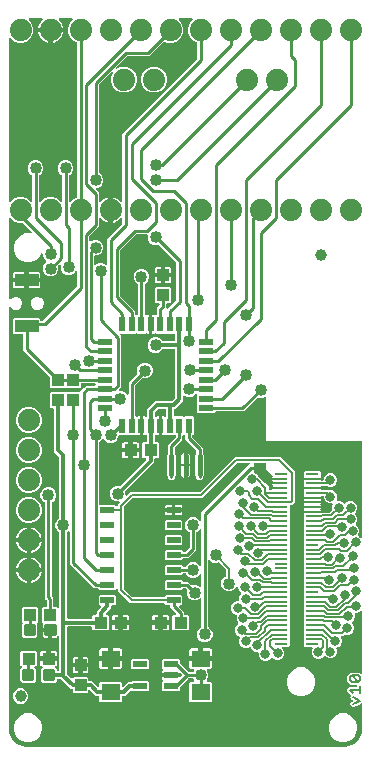
<source format=gbr>
G04 EAGLE Gerber RS-274X export*
G75*
%MOMM*%
%FSLAX34Y34*%
%LPD*%
%INTop Copper*%
%IPPOS*%
%AMOC8*
5,1,8,0,0,1.08239X$1,22.5*%
G01*
%ADD10C,0.152400*%
%ADD11R,1.140000X0.200000*%
%ADD12C,1.000000*%
%ADD13R,1.000000X1.100000*%
%ADD14R,1.600000X1.400000*%
%ADD15R,1.100000X1.000000*%
%ADD16C,0.300000*%
%ADD17R,1.200000X0.550000*%
%ADD18R,0.558800X1.270000*%
%ADD19R,1.270000X0.558800*%
%ADD20C,1.879600*%
%ADD21C,0.450000*%
%ADD22C,0.254000*%
%ADD23R,1.200000X0.600000*%
%ADD24R,2.000000X1.100000*%
%ADD25C,0.838200*%
%ADD26C,1.016000*%
%ADD27C,0.203200*%
%ADD28C,0.355600*%

G36*
X287074Y2803D02*
X287074Y2803D01*
X287107Y2799D01*
X289857Y3070D01*
X290100Y3131D01*
X290110Y3133D01*
X295192Y5238D01*
X295419Y5375D01*
X295454Y5414D01*
X295480Y5431D01*
X299369Y9320D01*
X299527Y9534D01*
X299544Y9583D01*
X299562Y9608D01*
X301667Y14690D01*
X301727Y14933D01*
X301730Y14943D01*
X302001Y17693D01*
X301998Y17748D01*
X302005Y17780D01*
X302005Y38638D01*
X301999Y38680D01*
X302001Y38722D01*
X301979Y38810D01*
X301965Y38901D01*
X301947Y38939D01*
X301937Y38980D01*
X301890Y39058D01*
X301850Y39140D01*
X301821Y39171D01*
X301799Y39207D01*
X301731Y39268D01*
X301668Y39334D01*
X301632Y39355D01*
X301600Y39383D01*
X301517Y39421D01*
X301438Y39466D01*
X301396Y39475D01*
X301358Y39493D01*
X301267Y39504D01*
X301178Y39524D01*
X301136Y39521D01*
X301094Y39526D01*
X301043Y39513D01*
X300913Y39502D01*
X300770Y39445D01*
X300720Y39432D01*
X294641Y36393D01*
X292844Y36992D01*
X291997Y38687D01*
X292596Y40484D01*
X293526Y40949D01*
X293625Y41019D01*
X293726Y41086D01*
X293733Y41095D01*
X293743Y41102D01*
X293817Y41198D01*
X293894Y41292D01*
X293898Y41303D01*
X293905Y41312D01*
X293948Y41426D01*
X293993Y41539D01*
X293994Y41550D01*
X293998Y41561D01*
X294005Y41682D01*
X294015Y41804D01*
X294012Y41815D01*
X294013Y41827D01*
X293983Y41945D01*
X293957Y42063D01*
X293951Y42073D01*
X293948Y42085D01*
X293885Y42189D01*
X293825Y42294D01*
X293818Y42300D01*
X293811Y42312D01*
X293612Y42488D01*
X293554Y42514D01*
X293526Y42538D01*
X292596Y43003D01*
X291997Y44800D01*
X292595Y45995D01*
X292623Y46084D01*
X292660Y46170D01*
X292664Y46210D01*
X292677Y46248D01*
X292678Y46341D01*
X292687Y46434D01*
X292680Y46474D01*
X292680Y46514D01*
X292654Y46603D01*
X292635Y46695D01*
X292619Y46721D01*
X292605Y46769D01*
X292457Y46990D01*
X292437Y47007D01*
X292428Y47021D01*
X290898Y48551D01*
X289298Y50151D01*
X289298Y52046D01*
X290637Y53385D01*
X297053Y53385D01*
X297155Y53400D01*
X297257Y53409D01*
X297285Y53420D01*
X297316Y53425D01*
X297408Y53469D01*
X297504Y53508D01*
X297527Y53527D01*
X297555Y53541D01*
X297630Y53611D01*
X297710Y53675D01*
X297727Y53701D01*
X297749Y53722D01*
X297800Y53811D01*
X297857Y53896D01*
X297863Y53920D01*
X297881Y53953D01*
X297939Y54212D01*
X297937Y54241D01*
X297939Y54252D01*
X297938Y54261D01*
X297941Y54273D01*
X297941Y54397D01*
X297926Y54499D01*
X297918Y54601D01*
X297906Y54630D01*
X297901Y54660D01*
X297857Y54753D01*
X297819Y54848D01*
X297799Y54872D01*
X297786Y54900D01*
X297716Y54975D01*
X297651Y55054D01*
X297625Y55071D01*
X297604Y55094D01*
X297515Y55145D01*
X297430Y55202D01*
X297406Y55207D01*
X297374Y55226D01*
X297114Y55284D01*
X297076Y55280D01*
X297053Y55286D01*
X292078Y55286D01*
X289298Y58066D01*
X289298Y62841D01*
X292078Y65621D01*
X299735Y65621D01*
X300489Y64867D01*
X300530Y64837D01*
X300566Y64799D01*
X300637Y64758D01*
X300703Y64709D01*
X300752Y64692D01*
X300796Y64667D01*
X300876Y64649D01*
X300954Y64622D01*
X301006Y64620D01*
X301056Y64609D01*
X301138Y64616D01*
X301220Y64613D01*
X301269Y64626D01*
X301321Y64631D01*
X301397Y64661D01*
X301476Y64683D01*
X301520Y64710D01*
X301568Y64730D01*
X301631Y64781D01*
X301700Y64825D01*
X301734Y64865D01*
X301774Y64897D01*
X301819Y64966D01*
X301872Y65028D01*
X301893Y65075D01*
X301921Y65118D01*
X301933Y65169D01*
X301977Y65272D01*
X301995Y65451D01*
X302005Y65495D01*
X302005Y117026D01*
X301998Y117077D01*
X301999Y117128D01*
X301978Y117207D01*
X301965Y117288D01*
X301943Y117335D01*
X301929Y117385D01*
X301885Y117454D01*
X301850Y117528D01*
X301815Y117565D01*
X301787Y117609D01*
X301724Y117662D01*
X301668Y117722D01*
X301624Y117748D01*
X301584Y117781D01*
X301509Y117813D01*
X301438Y117854D01*
X301387Y117865D01*
X301340Y117885D01*
X301258Y117894D01*
X301178Y117912D01*
X301127Y117908D01*
X301075Y117913D01*
X300995Y117897D01*
X300913Y117890D01*
X300865Y117871D01*
X300815Y117861D01*
X300771Y117833D01*
X300666Y117791D01*
X300527Y117678D01*
X300489Y117654D01*
X299656Y116820D01*
X297555Y115950D01*
X296839Y115950D01*
X296828Y115949D01*
X296818Y115950D01*
X296697Y115929D01*
X296576Y115910D01*
X296567Y115906D01*
X296556Y115904D01*
X296447Y115848D01*
X296337Y115795D01*
X296329Y115787D01*
X296320Y115783D01*
X296232Y115697D01*
X296142Y115613D01*
X296137Y115604D01*
X296130Y115597D01*
X296071Y115489D01*
X296010Y115383D01*
X296008Y115372D01*
X296003Y115363D01*
X295979Y115243D01*
X295953Y115123D01*
X295954Y115113D01*
X295951Y115102D01*
X295957Y115071D01*
X295974Y114858D01*
X296010Y114770D01*
X296018Y114722D01*
X296038Y114675D01*
X296038Y112401D01*
X295168Y110300D01*
X293445Y108578D01*
X293384Y108495D01*
X293318Y108417D01*
X293306Y108389D01*
X293288Y108364D01*
X293254Y108267D01*
X293214Y108173D01*
X293210Y108142D01*
X293200Y108113D01*
X293197Y108010D01*
X293186Y107908D01*
X293192Y107878D01*
X293191Y107847D01*
X293218Y107748D01*
X293238Y107648D01*
X293251Y107627D01*
X293261Y107591D01*
X293404Y107367D01*
X293433Y107342D01*
X293445Y107322D01*
X294152Y106616D01*
X295022Y104515D01*
X295022Y102241D01*
X294152Y100140D01*
X292544Y98532D01*
X290443Y97662D01*
X288169Y97662D01*
X287766Y97829D01*
X287706Y97844D01*
X287649Y97868D01*
X287578Y97876D01*
X287508Y97893D01*
X287447Y97889D01*
X287385Y97896D01*
X287314Y97882D01*
X287243Y97878D01*
X287185Y97856D01*
X287124Y97844D01*
X287084Y97818D01*
X286994Y97784D01*
X286825Y97653D01*
X286798Y97637D01*
X285935Y96773D01*
X284874Y96773D01*
X284863Y96772D01*
X284853Y96773D01*
X284732Y96752D01*
X284611Y96733D01*
X284601Y96729D01*
X284591Y96727D01*
X284482Y96671D01*
X284372Y96618D01*
X284364Y96611D01*
X284355Y96606D01*
X284267Y96520D01*
X284177Y96436D01*
X284172Y96427D01*
X284165Y96420D01*
X284106Y96312D01*
X284045Y96206D01*
X284043Y96195D01*
X284038Y96186D01*
X284014Y96065D01*
X283988Y95946D01*
X283988Y95936D01*
X283986Y95925D01*
X283992Y95895D01*
X284009Y95681D01*
X284045Y95593D01*
X284053Y95545D01*
X284862Y93593D01*
X284862Y91319D01*
X283992Y89218D01*
X282384Y87610D01*
X280733Y86927D01*
X280645Y86874D01*
X280554Y86827D01*
X280532Y86805D01*
X280505Y86789D01*
X280437Y86713D01*
X280364Y86641D01*
X280349Y86614D01*
X280328Y86591D01*
X280286Y86497D01*
X280237Y86407D01*
X280231Y86377D01*
X280218Y86349D01*
X280205Y86247D01*
X280185Y86146D01*
X280190Y86123D01*
X280185Y86085D01*
X280231Y85823D01*
X280248Y85790D01*
X280252Y85766D01*
X280798Y84449D01*
X280798Y82175D01*
X279928Y80074D01*
X278320Y78466D01*
X276219Y77596D01*
X273945Y77596D01*
X271844Y78466D01*
X270757Y79554D01*
X270674Y79615D01*
X270596Y79681D01*
X270568Y79693D01*
X270543Y79711D01*
X270446Y79745D01*
X270352Y79785D01*
X270321Y79789D01*
X270292Y79799D01*
X270189Y79802D01*
X270087Y79813D01*
X270057Y79807D01*
X270026Y79808D01*
X269927Y79781D01*
X269827Y79761D01*
X269806Y79748D01*
X269770Y79738D01*
X269546Y79595D01*
X269521Y79566D01*
X269501Y79554D01*
X268160Y78212D01*
X266059Y77342D01*
X263785Y77342D01*
X261684Y78212D01*
X260076Y79820D01*
X259206Y81921D01*
X259206Y84195D01*
X259973Y86045D01*
X259975Y86055D01*
X259980Y86064D01*
X260007Y86184D01*
X260036Y86303D01*
X260036Y86314D01*
X260038Y86324D01*
X260028Y86446D01*
X260021Y86569D01*
X260017Y86578D01*
X260017Y86589D01*
X259971Y86703D01*
X259928Y86817D01*
X259921Y86826D01*
X259918Y86836D01*
X259840Y86931D01*
X259765Y87028D01*
X259757Y87034D01*
X259750Y87042D01*
X259648Y87110D01*
X259548Y87180D01*
X259538Y87184D01*
X259529Y87189D01*
X259498Y87196D01*
X259295Y87262D01*
X259199Y87263D01*
X259152Y87273D01*
X253268Y87273D01*
X252375Y88166D01*
X252375Y91798D01*
X252375Y95798D01*
X252375Y99798D01*
X252375Y103798D01*
X252375Y107798D01*
X252375Y111798D01*
X252375Y115798D01*
X252375Y119798D01*
X252375Y123798D01*
X252375Y127798D01*
X252375Y131798D01*
X252375Y135798D01*
X252375Y139798D01*
X252375Y143798D01*
X252375Y147798D01*
X252375Y151798D01*
X252375Y155798D01*
X252375Y159798D01*
X252375Y163798D01*
X252375Y167798D01*
X252375Y171798D01*
X252375Y175798D01*
X252375Y179798D01*
X252375Y183798D01*
X252375Y187798D01*
X252375Y191798D01*
X252375Y195798D01*
X252375Y199464D01*
X252383Y199478D01*
X252425Y199536D01*
X252446Y199594D01*
X252475Y199649D01*
X252489Y199719D01*
X252513Y199787D01*
X252515Y199849D01*
X252527Y199910D01*
X252519Y199957D01*
X252522Y200052D01*
X252491Y200166D01*
X252489Y200190D01*
X252474Y200226D01*
X252465Y200259D01*
X252460Y200290D01*
X252375Y200495D01*
X252375Y200910D01*
X259600Y200910D01*
X259701Y200925D01*
X259804Y200933D01*
X259832Y200945D01*
X259862Y200949D01*
X259955Y200994D01*
X260050Y201032D01*
X260074Y201052D01*
X260102Y201065D01*
X260177Y201135D01*
X260257Y201200D01*
X260274Y201226D01*
X260296Y201246D01*
X260347Y201335D01*
X260404Y201421D01*
X260409Y201444D01*
X260428Y201477D01*
X260486Y201737D01*
X260483Y201775D01*
X260488Y201798D01*
X260473Y201900D01*
X260464Y202002D01*
X260453Y202031D01*
X260448Y202061D01*
X260403Y202153D01*
X260365Y202249D01*
X260346Y202273D01*
X260332Y202300D01*
X260262Y202375D01*
X260198Y202455D01*
X260172Y202472D01*
X260151Y202495D01*
X260062Y202545D01*
X259976Y202603D01*
X259953Y202608D01*
X259920Y202627D01*
X259661Y202684D01*
X259623Y202681D01*
X259600Y202686D01*
X252375Y202686D01*
X252375Y203101D01*
X252523Y203458D01*
X252528Y203478D01*
X252538Y203497D01*
X252560Y203607D01*
X252587Y203716D01*
X252586Y203737D01*
X252590Y203758D01*
X252582Y203803D01*
X252572Y203981D01*
X252532Y204087D01*
X252523Y204138D01*
X252375Y204495D01*
X252375Y204910D01*
X259600Y204910D01*
X266825Y204910D01*
X266825Y204495D01*
X266677Y204138D01*
X266672Y204118D01*
X266662Y204099D01*
X266640Y203989D01*
X266613Y203880D01*
X266614Y203859D01*
X266610Y203838D01*
X266618Y203793D01*
X266628Y203614D01*
X266668Y203509D01*
X266677Y203458D01*
X266825Y203101D01*
X266825Y201803D01*
X266840Y201701D01*
X266848Y201599D01*
X266860Y201571D01*
X266865Y201540D01*
X266909Y201448D01*
X266947Y201352D01*
X266967Y201329D01*
X266980Y201301D01*
X267050Y201226D01*
X267115Y201146D01*
X267141Y201129D01*
X267162Y201107D01*
X267251Y201056D01*
X267336Y200999D01*
X267360Y200993D01*
X267392Y200975D01*
X267652Y200917D01*
X267690Y200920D01*
X267713Y200915D01*
X274021Y200915D01*
X274042Y200918D01*
X274063Y200916D01*
X274173Y200938D01*
X274284Y200955D01*
X274303Y200964D01*
X274323Y200968D01*
X274362Y200992D01*
X274523Y201070D01*
X274605Y201147D01*
X274649Y201175D01*
X276199Y202724D01*
X276235Y202774D01*
X276280Y202818D01*
X276314Y202881D01*
X276356Y202938D01*
X276377Y202997D01*
X276406Y203051D01*
X276420Y203122D01*
X276444Y203189D01*
X276446Y203251D01*
X276458Y203312D01*
X276449Y203360D01*
X276453Y203455D01*
X276396Y203662D01*
X276391Y203692D01*
X276224Y204095D01*
X276224Y206369D01*
X276770Y207686D01*
X276772Y207696D01*
X276778Y207705D01*
X276804Y207825D01*
X276834Y207944D01*
X276833Y207955D01*
X276835Y207965D01*
X276825Y208087D01*
X276818Y208209D01*
X276815Y208219D01*
X276814Y208230D01*
X276768Y208344D01*
X276725Y208458D01*
X276719Y208467D01*
X276715Y208477D01*
X276637Y208572D01*
X276562Y208669D01*
X276554Y208675D01*
X276547Y208683D01*
X276445Y208751D01*
X276345Y208821D01*
X276335Y208825D01*
X276326Y208830D01*
X276296Y208837D01*
X276092Y208903D01*
X275996Y208904D01*
X275949Y208914D01*
X273953Y208914D01*
X271852Y209784D01*
X270244Y211392D01*
X269374Y213493D01*
X269374Y214623D01*
X269359Y214725D01*
X269351Y214827D01*
X269339Y214855D01*
X269334Y214886D01*
X269290Y214978D01*
X269252Y215074D01*
X269232Y215097D01*
X269219Y215125D01*
X269149Y215200D01*
X269084Y215280D01*
X269058Y215297D01*
X269037Y215319D01*
X268948Y215370D01*
X268863Y215427D01*
X268839Y215433D01*
X268807Y215451D01*
X268547Y215509D01*
X268509Y215506D01*
X268486Y215511D01*
X267713Y215511D01*
X267611Y215496D01*
X267509Y215488D01*
X267481Y215476D01*
X267450Y215471D01*
X267358Y215427D01*
X267262Y215389D01*
X267239Y215369D01*
X267211Y215356D01*
X267136Y215286D01*
X267056Y215221D01*
X267039Y215195D01*
X267017Y215174D01*
X266966Y215085D01*
X266909Y215000D01*
X266903Y214976D01*
X266885Y214944D01*
X266827Y214686D01*
X259600Y214686D01*
X252375Y214686D01*
X252375Y215101D01*
X252460Y215306D01*
X252475Y215366D01*
X252499Y215423D01*
X252507Y215495D01*
X252524Y215564D01*
X252520Y215626D01*
X252527Y215688D01*
X252513Y215758D01*
X252509Y215830D01*
X252487Y215888D01*
X252475Y215948D01*
X252449Y215989D01*
X252415Y216078D01*
X252375Y216130D01*
X252375Y219464D01*
X252383Y219478D01*
X252425Y219536D01*
X252446Y219594D01*
X252475Y219649D01*
X252489Y219719D01*
X252513Y219787D01*
X252515Y219849D01*
X252527Y219910D01*
X252519Y219957D01*
X252522Y220052D01*
X252465Y220259D01*
X252460Y220290D01*
X252375Y220495D01*
X252375Y220910D01*
X259600Y220910D01*
X266834Y220910D01*
X266840Y220871D01*
X266848Y220769D01*
X266860Y220741D01*
X266864Y220710D01*
X266909Y220618D01*
X266947Y220522D01*
X266967Y220499D01*
X266980Y220471D01*
X267050Y220396D01*
X267115Y220316D01*
X267141Y220299D01*
X267162Y220277D01*
X267251Y220226D01*
X267336Y220169D01*
X267360Y220163D01*
X267392Y220145D01*
X267652Y220087D01*
X267690Y220090D01*
X267713Y220085D01*
X273146Y220085D01*
X273409Y220125D01*
X273456Y220147D01*
X273486Y220152D01*
X273953Y220346D01*
X276227Y220346D01*
X278328Y219476D01*
X279936Y217868D01*
X280806Y215767D01*
X280806Y213493D01*
X280260Y212176D01*
X280258Y212166D01*
X280252Y212157D01*
X280226Y212037D01*
X280196Y211918D01*
X280197Y211907D01*
X280195Y211897D01*
X280205Y211775D01*
X280212Y211653D01*
X280215Y211643D01*
X280216Y211632D01*
X280262Y211518D01*
X280305Y211404D01*
X280311Y211395D01*
X280315Y211385D01*
X280393Y211290D01*
X280468Y211193D01*
X280476Y211187D01*
X280483Y211179D01*
X280585Y211111D01*
X280685Y211041D01*
X280695Y211037D01*
X280704Y211032D01*
X280734Y211025D01*
X280938Y210959D01*
X281034Y210958D01*
X281081Y210948D01*
X283077Y210948D01*
X285178Y210078D01*
X286392Y208863D01*
X286475Y208802D01*
X286553Y208736D01*
X286581Y208724D01*
X286606Y208706D01*
X286703Y208672D01*
X286797Y208632D01*
X286828Y208628D01*
X286857Y208618D01*
X286959Y208615D01*
X287062Y208604D01*
X287092Y208610D01*
X287123Y208609D01*
X287222Y208636D01*
X287322Y208656D01*
X287342Y208669D01*
X287379Y208679D01*
X287603Y208822D01*
X287628Y208850D01*
X287648Y208863D01*
X288862Y210078D01*
X290963Y210948D01*
X293237Y210948D01*
X295338Y210078D01*
X296946Y208470D01*
X297816Y206369D01*
X297816Y204095D01*
X296946Y201994D01*
X295858Y200907D01*
X295797Y200824D01*
X295731Y200746D01*
X295719Y200718D01*
X295701Y200693D01*
X295667Y200596D01*
X295627Y200502D01*
X295623Y200471D01*
X295613Y200442D01*
X295610Y200339D01*
X295599Y200237D01*
X295605Y200207D01*
X295604Y200176D01*
X295631Y200077D01*
X295651Y199977D01*
X295664Y199956D01*
X295674Y199920D01*
X295817Y199696D01*
X295846Y199671D01*
X295858Y199651D01*
X296946Y198564D01*
X297816Y196463D01*
X297816Y194189D01*
X296946Y192088D01*
X296647Y191789D01*
X296640Y191781D01*
X296632Y191774D01*
X296562Y191674D01*
X296489Y191575D01*
X296485Y191565D01*
X296479Y191557D01*
X296442Y191440D01*
X296401Y191324D01*
X296401Y191314D01*
X296398Y191304D01*
X296396Y191181D01*
X296392Y191059D01*
X296395Y191048D01*
X296395Y191038D01*
X296430Y190919D01*
X296462Y190802D01*
X296468Y190793D01*
X296471Y190783D01*
X296539Y190682D01*
X296605Y190578D01*
X296613Y190571D01*
X296619Y190562D01*
X296644Y190544D01*
X296807Y190406D01*
X296895Y190368D01*
X296935Y190341D01*
X297116Y190266D01*
X298724Y188658D01*
X299594Y186557D01*
X299594Y184283D01*
X298689Y182098D01*
X298670Y182072D01*
X298666Y182062D01*
X298660Y182054D01*
X298623Y181937D01*
X298582Y181821D01*
X298582Y181810D01*
X298579Y181800D01*
X298577Y181678D01*
X298573Y181555D01*
X298576Y181545D01*
X298576Y181535D01*
X298611Y181417D01*
X298643Y181299D01*
X298649Y181290D01*
X298652Y181280D01*
X298720Y181178D01*
X298786Y181075D01*
X298794Y181068D01*
X298799Y181059D01*
X298825Y181041D01*
X298988Y180902D01*
X299076Y180865D01*
X299115Y180837D01*
X299656Y180614D01*
X300489Y179780D01*
X300530Y179750D01*
X300566Y179712D01*
X300637Y179671D01*
X300703Y179623D01*
X300752Y179606D01*
X300796Y179580D01*
X300876Y179562D01*
X300954Y179535D01*
X301006Y179533D01*
X301056Y179522D01*
X301138Y179529D01*
X301220Y179526D01*
X301269Y179540D01*
X301321Y179544D01*
X301397Y179574D01*
X301476Y179596D01*
X301520Y179624D01*
X301568Y179643D01*
X301631Y179695D01*
X301700Y179739D01*
X301734Y179778D01*
X301774Y179810D01*
X301819Y179879D01*
X301872Y179941D01*
X301893Y179989D01*
X301921Y180032D01*
X301933Y180082D01*
X301977Y180186D01*
X301992Y180335D01*
X302003Y180384D01*
X302002Y180395D01*
X302005Y180408D01*
X302005Y260477D01*
X301990Y260579D01*
X301982Y260681D01*
X301970Y260709D01*
X301965Y260740D01*
X301921Y260832D01*
X301883Y260928D01*
X301863Y260951D01*
X301850Y260979D01*
X301780Y261054D01*
X301715Y261134D01*
X301689Y261151D01*
X301668Y261173D01*
X301579Y261224D01*
X301494Y261281D01*
X301470Y261287D01*
X301438Y261305D01*
X301178Y261363D01*
X301140Y261360D01*
X301117Y261365D01*
X220874Y261365D01*
X220725Y261514D01*
X220725Y298320D01*
X220724Y298331D01*
X220725Y298341D01*
X220704Y298462D01*
X220685Y298583D01*
X220681Y298593D01*
X220679Y298603D01*
X220623Y298712D01*
X220570Y298823D01*
X220562Y298830D01*
X220558Y298840D01*
X220472Y298927D01*
X220388Y299017D01*
X220379Y299022D01*
X220372Y299030D01*
X220264Y299088D01*
X220158Y299149D01*
X220147Y299151D01*
X220138Y299156D01*
X220018Y299180D01*
X219898Y299207D01*
X219888Y299206D01*
X219877Y299208D01*
X219847Y299202D01*
X219633Y299185D01*
X219544Y299149D01*
X219497Y299141D01*
X217214Y298195D01*
X214586Y298195D01*
X214188Y298360D01*
X214128Y298375D01*
X214071Y298399D01*
X213999Y298407D01*
X213930Y298424D01*
X213868Y298420D01*
X213806Y298427D01*
X213736Y298413D01*
X213665Y298409D01*
X213607Y298387D01*
X213546Y298375D01*
X213505Y298349D01*
X213416Y298315D01*
X213246Y298184D01*
X213220Y298168D01*
X201758Y286705D01*
X178689Y286705D01*
X178587Y286690D01*
X178485Y286682D01*
X178457Y286670D01*
X178426Y286665D01*
X178334Y286621D01*
X178238Y286583D01*
X178215Y286563D01*
X178187Y286550D01*
X178112Y286480D01*
X178032Y286415D01*
X178015Y286389D01*
X177993Y286368D01*
X177942Y286279D01*
X177885Y286194D01*
X177879Y286170D01*
X177861Y286138D01*
X177860Y286133D01*
X176908Y285181D01*
X162944Y285181D01*
X162051Y286074D01*
X162051Y292945D01*
X162058Y292954D01*
X162125Y293033D01*
X162137Y293061D01*
X162155Y293086D01*
X162189Y293183D01*
X162229Y293277D01*
X162233Y293308D01*
X162243Y293337D01*
X162246Y293439D01*
X162257Y293542D01*
X162251Y293572D01*
X162252Y293603D01*
X162225Y293702D01*
X162205Y293802D01*
X162192Y293822D01*
X162182Y293859D01*
X162051Y294065D01*
X162051Y300556D01*
X162044Y300607D01*
X162045Y300659D01*
X162024Y300738D01*
X162011Y300819D01*
X161989Y300866D01*
X161975Y300915D01*
X161931Y300985D01*
X161896Y301058D01*
X161861Y301096D01*
X161833Y301140D01*
X161770Y301193D01*
X161714Y301253D01*
X161670Y301278D01*
X161630Y301312D01*
X161555Y301344D01*
X161484Y301385D01*
X161433Y301396D01*
X161386Y301416D01*
X161304Y301425D01*
X161224Y301443D01*
X161173Y301438D01*
X161121Y301444D01*
X161041Y301428D01*
X160959Y301421D01*
X160911Y301402D01*
X160861Y301392D01*
X160817Y301364D01*
X160712Y301322D01*
X160573Y301209D01*
X160535Y301184D01*
X159251Y299901D01*
X156824Y298895D01*
X154196Y298895D01*
X151753Y299907D01*
X151742Y299919D01*
X151671Y299959D01*
X151605Y300008D01*
X151556Y300025D01*
X151512Y300051D01*
X151432Y300069D01*
X151354Y300095D01*
X151303Y300097D01*
X151252Y300109D01*
X151170Y300102D01*
X151089Y300105D01*
X151039Y300091D01*
X150987Y300087D01*
X150911Y300056D01*
X150832Y300035D01*
X150789Y300007D01*
X150740Y299988D01*
X150677Y299936D01*
X150608Y299892D01*
X150574Y299853D01*
X150534Y299820D01*
X150489Y299752D01*
X150436Y299690D01*
X150415Y299642D01*
X150387Y299599D01*
X150375Y299549D01*
X150331Y299445D01*
X150313Y299267D01*
X150303Y299222D01*
X150303Y295492D01*
X145803Y290992D01*
X143608Y288797D01*
X143191Y288797D01*
X143089Y288782D01*
X142987Y288774D01*
X142959Y288762D01*
X142928Y288757D01*
X142836Y288713D01*
X142740Y288675D01*
X142717Y288655D01*
X142689Y288642D01*
X142614Y288572D01*
X142534Y288507D01*
X142517Y288481D01*
X142495Y288460D01*
X142444Y288371D01*
X142387Y288286D01*
X142381Y288262D01*
X142363Y288230D01*
X142305Y287970D01*
X142308Y287932D01*
X142303Y287909D01*
X142303Y283321D01*
X142311Y283270D01*
X142309Y283218D01*
X142330Y283139D01*
X142343Y283059D01*
X142365Y283012D01*
X142379Y282962D01*
X142423Y282893D01*
X142458Y282819D01*
X142494Y282781D01*
X142522Y282737D01*
X142584Y282685D01*
X142640Y282625D01*
X142685Y282599D01*
X142725Y282566D01*
X142800Y282534D01*
X142870Y282493D01*
X142921Y282482D01*
X142969Y282461D01*
X143050Y282453D01*
X143130Y282435D01*
X143182Y282440D01*
X143234Y282434D01*
X143306Y282449D01*
X150445Y282449D01*
X150454Y282442D01*
X150533Y282375D01*
X150561Y282363D01*
X150586Y282345D01*
X150683Y282311D01*
X150777Y282271D01*
X150808Y282267D01*
X150837Y282257D01*
X150939Y282254D01*
X151042Y282243D01*
X151072Y282249D01*
X151103Y282248D01*
X151202Y282275D01*
X151302Y282295D01*
X151322Y282308D01*
X151359Y282318D01*
X151565Y282449D01*
X158426Y282449D01*
X159319Y281556D01*
X159319Y267592D01*
X158354Y266627D01*
X158328Y266615D01*
X158232Y266577D01*
X158209Y266557D01*
X158181Y266544D01*
X158106Y266474D01*
X158026Y266409D01*
X158009Y266383D01*
X157987Y266362D01*
X157936Y266273D01*
X157879Y266188D01*
X157873Y266164D01*
X157855Y266132D01*
X157797Y265872D01*
X157800Y265834D01*
X157795Y265811D01*
X157795Y265626D01*
X157798Y265605D01*
X157796Y265584D01*
X157818Y265474D01*
X157835Y265363D01*
X157844Y265344D01*
X157848Y265323D01*
X157872Y265285D01*
X157950Y265123D01*
X158027Y265041D01*
X158055Y264997D01*
X167195Y255858D01*
X167195Y251486D01*
X167198Y251466D01*
X167196Y251445D01*
X167214Y251352D01*
X167218Y251301D01*
X167225Y251283D01*
X167235Y251224D01*
X167244Y251205D01*
X167248Y251184D01*
X167272Y251146D01*
X167350Y250984D01*
X167427Y250902D01*
X167455Y250858D01*
X168175Y250139D01*
X168175Y232461D01*
X167455Y231742D01*
X167442Y231725D01*
X167426Y231711D01*
X167364Y231618D01*
X167297Y231528D01*
X167290Y231508D01*
X167279Y231490D01*
X167269Y231446D01*
X167210Y231277D01*
X167206Y231179D01*
X167197Y231136D01*
X167198Y231126D01*
X167195Y231114D01*
X167195Y229982D01*
X165558Y228345D01*
X163242Y228345D01*
X161605Y229982D01*
X161605Y231114D01*
X161602Y231134D01*
X161604Y231155D01*
X161583Y231262D01*
X161582Y231279D01*
X161579Y231284D01*
X161565Y231376D01*
X161556Y231395D01*
X161552Y231416D01*
X161528Y231454D01*
X161450Y231616D01*
X161373Y231698D01*
X161345Y231742D01*
X160625Y232461D01*
X160625Y250139D01*
X161345Y250858D01*
X161358Y250875D01*
X161374Y250889D01*
X161436Y250982D01*
X161503Y251072D01*
X161510Y251092D01*
X161521Y251110D01*
X161531Y251154D01*
X161536Y251168D01*
X161545Y251184D01*
X161552Y251213D01*
X161590Y251323D01*
X161593Y251397D01*
X161603Y251444D01*
X161601Y251468D01*
X161605Y251486D01*
X161605Y253174D01*
X161602Y253195D01*
X161604Y253216D01*
X161582Y253326D01*
X161565Y253437D01*
X161556Y253456D01*
X161552Y253477D01*
X161528Y253515D01*
X161450Y253677D01*
X161373Y253759D01*
X161345Y253803D01*
X152205Y262942D01*
X152205Y265811D01*
X152190Y265913D01*
X152182Y266015D01*
X152170Y266043D01*
X152165Y266074D01*
X152121Y266166D01*
X152083Y266262D01*
X152063Y266285D01*
X152050Y266313D01*
X151980Y266388D01*
X151915Y266468D01*
X151889Y266485D01*
X151868Y266507D01*
X151779Y266558D01*
X151694Y266615D01*
X151670Y266621D01*
X151638Y266639D01*
X151633Y266640D01*
X151628Y266646D01*
X151545Y266707D01*
X151467Y266773D01*
X151439Y266785D01*
X151414Y266803D01*
X151317Y266837D01*
X151223Y266877D01*
X151192Y266881D01*
X151163Y266891D01*
X151060Y266894D01*
X150958Y266905D01*
X150928Y266899D01*
X150897Y266900D01*
X150798Y266873D01*
X150698Y266853D01*
X150677Y266840D01*
X150641Y266830D01*
X150417Y266687D01*
X150392Y266658D01*
X150372Y266646D01*
X150354Y266627D01*
X150328Y266615D01*
X150232Y266577D01*
X150209Y266557D01*
X150181Y266544D01*
X150106Y266474D01*
X150026Y266409D01*
X150009Y266383D01*
X149987Y266362D01*
X149936Y266273D01*
X149879Y266188D01*
X149873Y266164D01*
X149855Y266132D01*
X149797Y265872D01*
X149800Y265834D01*
X149795Y265811D01*
X149795Y262682D01*
X143455Y256343D01*
X143442Y256326D01*
X143426Y256312D01*
X143364Y256219D01*
X143297Y256129D01*
X143290Y256109D01*
X143279Y256091D01*
X143269Y256047D01*
X143210Y255878D01*
X143206Y255765D01*
X143195Y255714D01*
X143195Y251486D01*
X143198Y251466D01*
X143196Y251445D01*
X143214Y251352D01*
X143218Y251301D01*
X143225Y251283D01*
X143235Y251224D01*
X143244Y251205D01*
X143248Y251184D01*
X143272Y251146D01*
X143350Y250984D01*
X143427Y250902D01*
X143455Y250858D01*
X144175Y250139D01*
X144175Y232461D01*
X143455Y231742D01*
X143442Y231725D01*
X143426Y231711D01*
X143364Y231618D01*
X143297Y231528D01*
X143290Y231508D01*
X143279Y231490D01*
X143269Y231446D01*
X143210Y231277D01*
X143206Y231179D01*
X143197Y231136D01*
X143198Y231126D01*
X143195Y231114D01*
X143195Y229982D01*
X141558Y228345D01*
X139242Y228345D01*
X137605Y229982D01*
X137605Y231114D01*
X137602Y231134D01*
X137604Y231155D01*
X137583Y231262D01*
X137582Y231279D01*
X137579Y231284D01*
X137565Y231376D01*
X137556Y231395D01*
X137552Y231416D01*
X137528Y231454D01*
X137450Y231616D01*
X137373Y231698D01*
X137345Y231742D01*
X136625Y232461D01*
X136625Y250139D01*
X137345Y250858D01*
X137357Y250875D01*
X137374Y250889D01*
X137436Y250982D01*
X137503Y251072D01*
X137510Y251092D01*
X137521Y251110D01*
X137531Y251154D01*
X137536Y251168D01*
X137545Y251184D01*
X137552Y251213D01*
X137590Y251323D01*
X137593Y251397D01*
X137603Y251444D01*
X137601Y251468D01*
X137605Y251486D01*
X137605Y258398D01*
X143945Y264737D01*
X143958Y264754D01*
X143974Y264768D01*
X144036Y264861D01*
X144103Y264951D01*
X144110Y264971D01*
X144121Y264989D01*
X144131Y265033D01*
X144190Y265202D01*
X144194Y265315D01*
X144205Y265366D01*
X144205Y265811D01*
X144190Y265913D01*
X144182Y266015D01*
X144170Y266043D01*
X144165Y266074D01*
X144121Y266166D01*
X144083Y266262D01*
X144063Y266285D01*
X144050Y266313D01*
X143980Y266388D01*
X143915Y266468D01*
X143889Y266485D01*
X143868Y266507D01*
X143779Y266558D01*
X143694Y266615D01*
X143670Y266621D01*
X143638Y266639D01*
X143633Y266640D01*
X143628Y266646D01*
X143545Y266707D01*
X143467Y266773D01*
X143439Y266785D01*
X143414Y266803D01*
X143317Y266837D01*
X143223Y266877D01*
X143192Y266881D01*
X143163Y266891D01*
X143060Y266894D01*
X142958Y266905D01*
X142928Y266899D01*
X142897Y266900D01*
X142798Y266873D01*
X142698Y266853D01*
X142677Y266840D01*
X142641Y266830D01*
X142435Y266699D01*
X135574Y266699D01*
X135561Y266712D01*
X135512Y266749D01*
X135468Y266793D01*
X135405Y266827D01*
X135347Y266870D01*
X135289Y266890D01*
X135234Y266920D01*
X135164Y266934D01*
X135096Y266957D01*
X135034Y266959D01*
X134974Y266971D01*
X134926Y266963D01*
X134831Y266966D01*
X134624Y266910D01*
X134593Y266905D01*
X134097Y266699D01*
X132396Y266699D01*
X132396Y274066D01*
X132381Y274167D01*
X132373Y274270D01*
X132361Y274298D01*
X132356Y274329D01*
X132312Y274421D01*
X132274Y274516D01*
X132254Y274540D01*
X132241Y274568D01*
X132231Y274578D01*
X132255Y274620D01*
X132312Y274705D01*
X132318Y274729D01*
X132336Y274762D01*
X132394Y275021D01*
X132391Y275059D01*
X132396Y275082D01*
X132396Y282449D01*
X134097Y282449D01*
X134469Y282295D01*
X134479Y282292D01*
X134488Y282287D01*
X134608Y282260D01*
X134727Y282231D01*
X134738Y282231D01*
X134748Y282229D01*
X134870Y282239D01*
X134993Y282246D01*
X135002Y282250D01*
X135013Y282251D01*
X135127Y282296D01*
X135241Y282339D01*
X135250Y282346D01*
X135260Y282350D01*
X135355Y282427D01*
X135452Y282502D01*
X135458Y282511D01*
X135466Y282517D01*
X135534Y282620D01*
X135604Y282720D01*
X135608Y282730D01*
X135613Y282739D01*
X135620Y282769D01*
X135686Y282973D01*
X135687Y283068D01*
X135697Y283115D01*
X135697Y287909D01*
X135682Y288011D01*
X135674Y288113D01*
X135662Y288141D01*
X135657Y288172D01*
X135613Y288264D01*
X135575Y288360D01*
X135555Y288383D01*
X135542Y288411D01*
X135472Y288486D01*
X135407Y288566D01*
X135381Y288583D01*
X135360Y288605D01*
X135271Y288656D01*
X135186Y288713D01*
X135162Y288719D01*
X135130Y288737D01*
X134870Y288795D01*
X134832Y288792D01*
X134809Y288797D01*
X130006Y288797D01*
X129985Y288794D01*
X129964Y288796D01*
X129854Y288774D01*
X129743Y288757D01*
X129724Y288748D01*
X129704Y288744D01*
X129665Y288720D01*
X129504Y288642D01*
X129421Y288565D01*
X129378Y288537D01*
X126563Y285722D01*
X126550Y285705D01*
X126534Y285692D01*
X126472Y285598D01*
X126405Y285508D01*
X126398Y285488D01*
X126387Y285471D01*
X126377Y285426D01*
X126318Y285257D01*
X126314Y285144D01*
X126303Y285094D01*
X126303Y283115D01*
X126304Y283105D01*
X126303Y283095D01*
X126324Y282974D01*
X126343Y282853D01*
X126347Y282843D01*
X126349Y282833D01*
X126405Y282724D01*
X126458Y282613D01*
X126465Y282606D01*
X126470Y282596D01*
X126556Y282509D01*
X126640Y282419D01*
X126649Y282414D01*
X126656Y282406D01*
X126764Y282348D01*
X126870Y282287D01*
X126881Y282285D01*
X126890Y282280D01*
X127010Y282256D01*
X127130Y282229D01*
X127140Y282230D01*
X127151Y282228D01*
X127181Y282233D01*
X127395Y282251D01*
X127483Y282286D01*
X127531Y282295D01*
X127903Y282449D01*
X129604Y282449D01*
X129604Y275082D01*
X129619Y274981D01*
X129627Y274878D01*
X129639Y274850D01*
X129643Y274819D01*
X129688Y274727D01*
X129726Y274632D01*
X129746Y274608D01*
X129759Y274580D01*
X129769Y274570D01*
X129745Y274528D01*
X129688Y274443D01*
X129682Y274419D01*
X129664Y274386D01*
X129606Y274127D01*
X129609Y274089D01*
X129604Y274066D01*
X129604Y266699D01*
X127903Y266699D01*
X127531Y266853D01*
X127521Y266856D01*
X127512Y266861D01*
X127392Y266888D01*
X127273Y266917D01*
X127262Y266917D01*
X127252Y266919D01*
X127130Y266909D01*
X127007Y266902D01*
X126998Y266898D01*
X126987Y266897D01*
X126873Y266852D01*
X126759Y266809D01*
X126750Y266802D01*
X126740Y266798D01*
X126645Y266721D01*
X126548Y266646D01*
X126542Y266637D01*
X126534Y266631D01*
X126466Y266528D01*
X126396Y266428D01*
X126392Y266418D01*
X126387Y266409D01*
X126380Y266379D01*
X126314Y266175D01*
X126313Y266080D01*
X126303Y266033D01*
X126303Y261413D01*
X126318Y261311D01*
X126326Y261209D01*
X126338Y261181D01*
X126343Y261150D01*
X126387Y261058D01*
X126425Y260962D01*
X126445Y260939D01*
X126458Y260911D01*
X126528Y260836D01*
X126593Y260756D01*
X126619Y260739D01*
X126640Y260717D01*
X126729Y260666D01*
X126814Y260609D01*
X126838Y260603D01*
X126870Y260585D01*
X127130Y260527D01*
X127168Y260530D01*
X127191Y260525D01*
X128932Y260525D01*
X129825Y259632D01*
X129825Y248368D01*
X128932Y247475D01*
X126991Y247475D01*
X126889Y247460D01*
X126787Y247452D01*
X126759Y247440D01*
X126728Y247435D01*
X126636Y247391D01*
X126540Y247353D01*
X126517Y247333D01*
X126489Y247320D01*
X126414Y247250D01*
X126334Y247185D01*
X126317Y247159D01*
X126295Y247138D01*
X126244Y247049D01*
X126187Y246964D01*
X126181Y246940D01*
X126163Y246908D01*
X126105Y246648D01*
X126108Y246610D01*
X126103Y246587D01*
X126103Y243742D01*
X101703Y219342D01*
X101666Y219292D01*
X101621Y219248D01*
X101587Y219186D01*
X101545Y219128D01*
X101525Y219069D01*
X101495Y219015D01*
X101481Y218945D01*
X101458Y218877D01*
X101456Y218815D01*
X101443Y218754D01*
X101452Y218707D01*
X101449Y218611D01*
X101465Y218552D01*
X101465Y216422D01*
X101472Y216371D01*
X101471Y216320D01*
X101492Y216240D01*
X101505Y216159D01*
X101527Y216113D01*
X101541Y216063D01*
X101585Y215994D01*
X101620Y215920D01*
X101655Y215882D01*
X101683Y215839D01*
X101746Y215786D01*
X101802Y215726D01*
X101846Y215700D01*
X101886Y215667D01*
X101961Y215635D01*
X102032Y215594D01*
X102083Y215583D01*
X102130Y215562D01*
X102212Y215554D01*
X102292Y215536D01*
X102343Y215540D01*
X102395Y215535D01*
X102475Y215551D01*
X102557Y215558D01*
X102605Y215577D01*
X102655Y215587D01*
X102699Y215615D01*
X102804Y215657D01*
X102943Y215770D01*
X102981Y215794D01*
X105628Y218441D01*
X163680Y218441D01*
X163700Y218444D01*
X163721Y218442D01*
X163832Y218464D01*
X163943Y218481D01*
X163961Y218490D01*
X163982Y218494D01*
X164021Y218518D01*
X164182Y218596D01*
X164264Y218673D01*
X164308Y218701D01*
X192271Y246664D01*
X194020Y248413D01*
X232700Y248413D01*
X243362Y237751D01*
X245111Y236002D01*
X245111Y209768D01*
X242606Y207263D01*
X241313Y207263D01*
X241211Y207248D01*
X241109Y207240D01*
X241081Y207228D01*
X241050Y207223D01*
X240958Y207179D01*
X240862Y207141D01*
X240839Y207121D01*
X240811Y207108D01*
X240736Y207038D01*
X240656Y206973D01*
X240639Y206947D01*
X240617Y206926D01*
X240566Y206837D01*
X240509Y206752D01*
X240503Y206728D01*
X240485Y206696D01*
X240427Y206436D01*
X240430Y206398D01*
X240425Y206375D01*
X240425Y203798D01*
X240425Y199798D01*
X240425Y195798D01*
X240425Y191798D01*
X240425Y187798D01*
X240425Y183798D01*
X240425Y179798D01*
X240425Y175798D01*
X240425Y171798D01*
X240425Y167798D01*
X240425Y163798D01*
X240425Y159798D01*
X240425Y155798D01*
X240425Y151798D01*
X240425Y147798D01*
X240425Y143798D01*
X240425Y139798D01*
X240425Y135798D01*
X240425Y131798D01*
X240425Y127798D01*
X240425Y123798D01*
X240425Y119798D01*
X240425Y115798D01*
X240425Y111798D01*
X240425Y107798D01*
X240425Y103798D01*
X240425Y99798D01*
X240425Y95798D01*
X240425Y91798D01*
X240425Y88166D01*
X239532Y87273D01*
X235120Y87273D01*
X235069Y87266D01*
X235018Y87267D01*
X234939Y87246D01*
X234858Y87233D01*
X234811Y87211D01*
X234761Y87197D01*
X234692Y87153D01*
X234618Y87118D01*
X234580Y87082D01*
X234537Y87055D01*
X234484Y86992D01*
X234424Y86936D01*
X234398Y86892D01*
X234365Y86852D01*
X234333Y86777D01*
X234292Y86706D01*
X234281Y86655D01*
X234261Y86608D01*
X234252Y86526D01*
X234234Y86446D01*
X234238Y86395D01*
X234233Y86343D01*
X234249Y86263D01*
X234256Y86181D01*
X234275Y86133D01*
X234285Y86083D01*
X234313Y86039D01*
X234355Y85934D01*
X234468Y85795D01*
X234492Y85757D01*
X235224Y85026D01*
X236094Y82925D01*
X236094Y80651D01*
X235224Y78550D01*
X233616Y76942D01*
X231515Y76072D01*
X229241Y76072D01*
X227140Y76942D01*
X225926Y78157D01*
X225843Y78218D01*
X225765Y78284D01*
X225737Y78296D01*
X225712Y78314D01*
X225615Y78348D01*
X225521Y78388D01*
X225490Y78392D01*
X225461Y78402D01*
X225358Y78405D01*
X225256Y78416D01*
X225226Y78410D01*
X225195Y78411D01*
X225096Y78384D01*
X224996Y78364D01*
X224975Y78351D01*
X224939Y78341D01*
X224715Y78198D01*
X224690Y78169D01*
X224670Y78157D01*
X223202Y76688D01*
X221101Y75818D01*
X218827Y75818D01*
X216726Y76688D01*
X215118Y78296D01*
X214248Y80397D01*
X214248Y82296D01*
X214233Y82398D01*
X214225Y82500D01*
X214213Y82528D01*
X214208Y82559D01*
X214164Y82651D01*
X214126Y82747D01*
X214106Y82770D01*
X214093Y82798D01*
X214023Y82873D01*
X213958Y82953D01*
X213932Y82970D01*
X213911Y82992D01*
X213822Y83043D01*
X213737Y83100D01*
X213713Y83106D01*
X213681Y83124D01*
X213421Y83182D01*
X213383Y83179D01*
X213360Y83184D01*
X211969Y83184D01*
X209868Y84054D01*
X208260Y85662D01*
X207861Y86626D01*
X207809Y86713D01*
X207762Y86805D01*
X207740Y86827D01*
X207724Y86853D01*
X207648Y86921D01*
X207576Y86995D01*
X207549Y87009D01*
X207526Y87030D01*
X207432Y87072D01*
X207342Y87121D01*
X207312Y87127D01*
X207284Y87140D01*
X207182Y87153D01*
X207081Y87173D01*
X207058Y87169D01*
X207020Y87174D01*
X206758Y87128D01*
X206724Y87110D01*
X206701Y87106D01*
X204591Y86232D01*
X202317Y86232D01*
X200216Y87102D01*
X198608Y88710D01*
X197738Y90811D01*
X197738Y93085D01*
X198538Y95015D01*
X198562Y95115D01*
X198594Y95213D01*
X198594Y95243D01*
X198602Y95273D01*
X198596Y95376D01*
X198597Y95478D01*
X198588Y95508D01*
X198586Y95539D01*
X198550Y95635D01*
X198521Y95733D01*
X198504Y95759D01*
X198493Y95788D01*
X198430Y95869D01*
X198373Y95954D01*
X198354Y95968D01*
X198330Y95998D01*
X198113Y96151D01*
X198077Y96162D01*
X198057Y96176D01*
X196660Y96754D01*
X195052Y98362D01*
X194182Y100463D01*
X194182Y102737D01*
X195052Y104838D01*
X196660Y106446D01*
X196662Y106446D01*
X196671Y106452D01*
X196681Y106454D01*
X196784Y106520D01*
X196889Y106583D01*
X196896Y106591D01*
X196905Y106597D01*
X196984Y106690D01*
X197066Y106782D01*
X197070Y106792D01*
X197077Y106800D01*
X197125Y106912D01*
X197176Y107024D01*
X197178Y107034D01*
X197182Y107044D01*
X197194Y107166D01*
X197210Y107287D01*
X197208Y107298D01*
X197209Y107308D01*
X197185Y107429D01*
X197164Y107549D01*
X197159Y107559D01*
X197157Y107569D01*
X197140Y107595D01*
X197043Y107786D01*
X196976Y107854D01*
X196950Y107895D01*
X196576Y108268D01*
X195706Y110369D01*
X195706Y112643D01*
X196088Y113564D01*
X196112Y113663D01*
X196144Y113761D01*
X196144Y113792D01*
X196152Y113822D01*
X196146Y113924D01*
X196147Y114027D01*
X196138Y114056D01*
X196136Y114087D01*
X196100Y114183D01*
X196071Y114282D01*
X196054Y114307D01*
X196043Y114336D01*
X195980Y114417D01*
X195923Y114503D01*
X195903Y114516D01*
X195880Y114546D01*
X195663Y114699D01*
X195626Y114711D01*
X195607Y114724D01*
X193612Y115550D01*
X192004Y117158D01*
X191134Y119259D01*
X191134Y121533D01*
X192004Y123634D01*
X193612Y125242D01*
X195713Y126112D01*
X196596Y126112D01*
X196698Y126127D01*
X196800Y126135D01*
X196828Y126147D01*
X196859Y126152D01*
X196951Y126196D01*
X197047Y126234D01*
X197070Y126254D01*
X197098Y126267D01*
X197173Y126337D01*
X197253Y126402D01*
X197270Y126428D01*
X197292Y126449D01*
X197343Y126538D01*
X197400Y126623D01*
X197406Y126647D01*
X197424Y126679D01*
X197482Y126939D01*
X197479Y126977D01*
X197484Y127000D01*
X197484Y129153D01*
X198354Y131254D01*
X199315Y132214D01*
X199376Y132297D01*
X199442Y132375D01*
X199454Y132403D01*
X199472Y132428D01*
X199506Y132525D01*
X199546Y132619D01*
X199550Y132650D01*
X199560Y132679D01*
X199563Y132781D01*
X199574Y132884D01*
X199568Y132914D01*
X199569Y132945D01*
X199542Y133044D01*
X199522Y133144D01*
X199509Y133164D01*
X199499Y133201D01*
X199356Y133425D01*
X199328Y133450D01*
X199315Y133470D01*
X197592Y135192D01*
X196722Y137293D01*
X196722Y137333D01*
X196708Y137425D01*
X196703Y137517D01*
X196689Y137556D01*
X196682Y137596D01*
X196642Y137679D01*
X196610Y137766D01*
X196585Y137799D01*
X196567Y137836D01*
X196504Y137903D01*
X196447Y137976D01*
X196414Y138000D01*
X196385Y138030D01*
X196305Y138076D01*
X196230Y138129D01*
X196190Y138141D01*
X196155Y138162D01*
X196064Y138182D01*
X195977Y138210D01*
X195935Y138211D01*
X195895Y138220D01*
X195803Y138212D01*
X195711Y138213D01*
X195671Y138201D01*
X195630Y138198D01*
X195545Y138164D01*
X195456Y138137D01*
X195422Y138114D01*
X195383Y138099D01*
X195312Y138041D01*
X195235Y137989D01*
X195217Y137964D01*
X195177Y137931D01*
X195030Y137710D01*
X195025Y137690D01*
X195013Y137673D01*
X194829Y137229D01*
X192971Y135371D01*
X190544Y134365D01*
X187916Y134365D01*
X185489Y135371D01*
X183631Y137229D01*
X182625Y139656D01*
X182625Y142284D01*
X183631Y144711D01*
X185489Y146569D01*
X186395Y146945D01*
X186448Y146977D01*
X186506Y147000D01*
X186561Y147045D01*
X186623Y147082D01*
X186664Y147128D01*
X186712Y147167D01*
X186752Y147227D01*
X186799Y147280D01*
X186825Y147337D01*
X186859Y147388D01*
X186870Y147435D01*
X186909Y147522D01*
X186936Y147735D01*
X186943Y147765D01*
X186943Y152355D01*
X186940Y152376D01*
X186942Y152397D01*
X186920Y152507D01*
X186903Y152618D01*
X186894Y152637D01*
X186890Y152657D01*
X186866Y152696D01*
X186788Y152857D01*
X186711Y152939D01*
X186683Y152983D01*
X180988Y158678D01*
X180938Y158715D01*
X180895Y158759D01*
X180832Y158793D01*
X180774Y158836D01*
X180715Y158856D01*
X180661Y158886D01*
X180591Y158900D01*
X180523Y158923D01*
X180461Y158925D01*
X180400Y158937D01*
X180353Y158929D01*
X180257Y158932D01*
X180051Y158876D01*
X180020Y158871D01*
X179114Y158495D01*
X176486Y158495D01*
X174059Y159501D01*
X172967Y160592D01*
X172926Y160623D01*
X172890Y160661D01*
X172819Y160701D01*
X172753Y160750D01*
X172704Y160767D01*
X172660Y160793D01*
X172580Y160811D01*
X172502Y160838D01*
X172450Y160839D01*
X172400Y160851D01*
X172318Y160844D01*
X172236Y160847D01*
X172187Y160833D01*
X172135Y160829D01*
X172059Y160798D01*
X171980Y160777D01*
X171936Y160749D01*
X171888Y160730D01*
X171825Y160678D01*
X171756Y160634D01*
X171722Y160595D01*
X171682Y160562D01*
X171637Y160494D01*
X171584Y160432D01*
X171563Y160384D01*
X171535Y160341D01*
X171523Y160291D01*
X171479Y160187D01*
X171461Y160009D01*
X171451Y159964D01*
X171451Y104629D01*
X171460Y104568D01*
X171459Y104506D01*
X171480Y104437D01*
X171491Y104366D01*
X171518Y104310D01*
X171535Y104251D01*
X171575Y104191D01*
X171606Y104127D01*
X171649Y104081D01*
X171683Y104030D01*
X171722Y104002D01*
X171788Y103932D01*
X171974Y103826D01*
X171999Y103808D01*
X172397Y103643D01*
X174255Y101785D01*
X175261Y99358D01*
X175261Y96730D01*
X174255Y94303D01*
X172397Y92445D01*
X169970Y91439D01*
X167342Y91439D01*
X164915Y92445D01*
X163057Y94303D01*
X162051Y96730D01*
X162051Y99358D01*
X163057Y101785D01*
X164915Y103643D01*
X165313Y103808D01*
X165366Y103840D01*
X165424Y103863D01*
X165479Y103909D01*
X165541Y103945D01*
X165582Y103992D01*
X165630Y104031D01*
X165670Y104091D01*
X165717Y104144D01*
X165743Y104200D01*
X165777Y104252D01*
X165788Y104299D01*
X165827Y104386D01*
X165854Y104598D01*
X165861Y104629D01*
X165861Y127706D01*
X165854Y127757D01*
X165855Y127809D01*
X165834Y127888D01*
X165821Y127969D01*
X165799Y128016D01*
X165785Y128065D01*
X165741Y128135D01*
X165706Y128208D01*
X165670Y128246D01*
X165643Y128290D01*
X165580Y128343D01*
X165524Y128403D01*
X165480Y128428D01*
X165440Y128462D01*
X165365Y128494D01*
X165294Y128535D01*
X165243Y128546D01*
X165196Y128566D01*
X165114Y128575D01*
X165034Y128593D01*
X164983Y128588D01*
X164931Y128594D01*
X164851Y128578D01*
X164769Y128571D01*
X164721Y128552D01*
X164671Y128542D01*
X164627Y128514D01*
X164522Y128472D01*
X164383Y128359D01*
X164345Y128334D01*
X163761Y127751D01*
X161334Y126745D01*
X158706Y126745D01*
X156279Y127751D01*
X154421Y129609D01*
X153415Y132036D01*
X153415Y134664D01*
X153580Y135062D01*
X153595Y135122D01*
X153619Y135179D01*
X153627Y135250D01*
X153644Y135320D01*
X153640Y135382D01*
X153647Y135444D01*
X153633Y135514D01*
X153629Y135585D01*
X153607Y135643D01*
X153595Y135704D01*
X153569Y135745D01*
X153536Y135834D01*
X153404Y136004D01*
X153388Y136030D01*
X152773Y136645D01*
X152756Y136658D01*
X152742Y136674D01*
X152649Y136736D01*
X152559Y136803D01*
X152539Y136810D01*
X152521Y136821D01*
X152477Y136831D01*
X152307Y136890D01*
X152195Y136894D01*
X152144Y136905D01*
X150713Y136905D01*
X150611Y136890D01*
X150509Y136882D01*
X150481Y136870D01*
X150450Y136865D01*
X150358Y136821D01*
X150262Y136783D01*
X150239Y136763D01*
X150211Y136750D01*
X150136Y136680D01*
X150056Y136615D01*
X150039Y136589D01*
X150017Y136568D01*
X149966Y136479D01*
X149909Y136394D01*
X149903Y136370D01*
X149885Y136338D01*
X149827Y136078D01*
X149827Y136071D01*
X148932Y135175D01*
X135668Y135175D01*
X134775Y136068D01*
X134775Y143332D01*
X135668Y144225D01*
X148932Y144225D01*
X149834Y143322D01*
X149840Y143281D01*
X149848Y143179D01*
X149860Y143151D01*
X149865Y143120D01*
X149909Y143028D01*
X149947Y142932D01*
X149967Y142909D01*
X149980Y142881D01*
X150050Y142806D01*
X150115Y142726D01*
X150141Y142709D01*
X150162Y142687D01*
X150251Y142636D01*
X150336Y142579D01*
X150360Y142573D01*
X150392Y142555D01*
X150652Y142497D01*
X150690Y142500D01*
X150713Y142495D01*
X154828Y142495D01*
X157340Y139982D01*
X157390Y139946D01*
X157433Y139901D01*
X157496Y139867D01*
X157554Y139825D01*
X157613Y139804D01*
X157667Y139775D01*
X157737Y139761D01*
X157805Y139737D01*
X157867Y139735D01*
X157928Y139723D01*
X157975Y139731D01*
X158071Y139728D01*
X158277Y139784D01*
X158308Y139790D01*
X158706Y139955D01*
X161334Y139955D01*
X163761Y138949D01*
X164345Y138366D01*
X164386Y138335D01*
X164422Y138297D01*
X164493Y138256D01*
X164559Y138208D01*
X164608Y138191D01*
X164652Y138165D01*
X164732Y138147D01*
X164810Y138120D01*
X164862Y138119D01*
X164912Y138107D01*
X164994Y138114D01*
X165076Y138111D01*
X165125Y138125D01*
X165177Y138129D01*
X165253Y138160D01*
X165332Y138181D01*
X165376Y138209D01*
X165424Y138228D01*
X165487Y138280D01*
X165556Y138324D01*
X165590Y138363D01*
X165630Y138396D01*
X165675Y138464D01*
X165728Y138526D01*
X165749Y138574D01*
X165777Y138617D01*
X165789Y138667D01*
X165833Y138771D01*
X165851Y138949D01*
X165861Y138994D01*
X165861Y148026D01*
X165854Y148077D01*
X165855Y148129D01*
X165834Y148208D01*
X165821Y148289D01*
X165799Y148336D01*
X165785Y148385D01*
X165741Y148455D01*
X165706Y148528D01*
X165671Y148566D01*
X165643Y148610D01*
X165580Y148663D01*
X165524Y148723D01*
X165480Y148748D01*
X165440Y148782D01*
X165365Y148814D01*
X165294Y148855D01*
X165243Y148866D01*
X165196Y148886D01*
X165114Y148895D01*
X165034Y148913D01*
X164983Y148908D01*
X164931Y148914D01*
X164851Y148898D01*
X164769Y148891D01*
X164721Y148872D01*
X164671Y148862D01*
X164627Y148834D01*
X164522Y148792D01*
X164383Y148679D01*
X164345Y148654D01*
X162491Y146801D01*
X160064Y145795D01*
X157436Y145795D01*
X155009Y146801D01*
X153151Y148659D01*
X152986Y149057D01*
X152954Y149110D01*
X152931Y149168D01*
X152885Y149223D01*
X152849Y149285D01*
X152802Y149326D01*
X152763Y149374D01*
X152703Y149414D01*
X152650Y149461D01*
X152594Y149487D01*
X152542Y149521D01*
X152495Y149532D01*
X152408Y149571D01*
X152196Y149598D01*
X152165Y149605D01*
X150713Y149605D01*
X150611Y149590D01*
X150509Y149582D01*
X150481Y149570D01*
X150450Y149565D01*
X150358Y149521D01*
X150262Y149483D01*
X150239Y149463D01*
X150211Y149450D01*
X150136Y149380D01*
X150056Y149315D01*
X150039Y149289D01*
X150017Y149268D01*
X149966Y149179D01*
X149909Y149094D01*
X149903Y149070D01*
X149885Y149038D01*
X149827Y148778D01*
X149827Y148771D01*
X148932Y147875D01*
X135668Y147875D01*
X134775Y148768D01*
X134775Y156032D01*
X135668Y156925D01*
X148932Y156925D01*
X149834Y156022D01*
X149840Y155981D01*
X149848Y155879D01*
X149860Y155851D01*
X149865Y155820D01*
X149909Y155728D01*
X149947Y155632D01*
X149967Y155609D01*
X149980Y155581D01*
X150050Y155506D01*
X150115Y155426D01*
X150141Y155409D01*
X150162Y155387D01*
X150251Y155336D01*
X150336Y155279D01*
X150360Y155273D01*
X150392Y155255D01*
X150652Y155197D01*
X150690Y155200D01*
X150713Y155195D01*
X152165Y155195D01*
X152226Y155204D01*
X152288Y155203D01*
X152357Y155224D01*
X152428Y155235D01*
X152484Y155262D01*
X152543Y155279D01*
X152603Y155319D01*
X152667Y155350D01*
X152713Y155393D01*
X152764Y155427D01*
X152792Y155466D01*
X152862Y155532D01*
X152968Y155718D01*
X152986Y155743D01*
X153151Y156141D01*
X155009Y157999D01*
X157436Y159005D01*
X160064Y159005D01*
X162491Y157999D01*
X164345Y156146D01*
X164386Y156115D01*
X164422Y156077D01*
X164493Y156037D01*
X164559Y155988D01*
X164608Y155971D01*
X164652Y155945D01*
X164732Y155927D01*
X164810Y155900D01*
X164862Y155899D01*
X164912Y155887D01*
X164994Y155894D01*
X165076Y155891D01*
X165125Y155905D01*
X165177Y155909D01*
X165253Y155940D01*
X165332Y155961D01*
X165376Y155989D01*
X165424Y156008D01*
X165487Y156060D01*
X165556Y156104D01*
X165590Y156143D01*
X165630Y156176D01*
X165675Y156244D01*
X165728Y156306D01*
X165749Y156354D01*
X165777Y156397D01*
X165789Y156447D01*
X165833Y156551D01*
X165851Y156729D01*
X165861Y156774D01*
X165861Y186126D01*
X165854Y186177D01*
X165855Y186229D01*
X165834Y186308D01*
X165821Y186389D01*
X165799Y186436D01*
X165785Y186485D01*
X165741Y186555D01*
X165706Y186628D01*
X165671Y186666D01*
X165643Y186710D01*
X165580Y186763D01*
X165524Y186823D01*
X165480Y186848D01*
X165440Y186882D01*
X165365Y186914D01*
X165294Y186955D01*
X165243Y186966D01*
X165196Y186986D01*
X165114Y186995D01*
X165034Y187013D01*
X164983Y187008D01*
X164931Y187014D01*
X164851Y186998D01*
X164769Y186991D01*
X164721Y186972D01*
X164671Y186962D01*
X164627Y186934D01*
X164522Y186892D01*
X164383Y186779D01*
X164345Y186754D01*
X162491Y184901D01*
X162093Y184736D01*
X162040Y184704D01*
X161982Y184681D01*
X161927Y184635D01*
X161865Y184599D01*
X161824Y184552D01*
X161776Y184513D01*
X161736Y184453D01*
X161689Y184400D01*
X161663Y184344D01*
X161629Y184292D01*
X161618Y184245D01*
X161579Y184158D01*
X161552Y183946D01*
X161545Y183915D01*
X161545Y169022D01*
X154828Y162305D01*
X150713Y162305D01*
X150611Y162290D01*
X150509Y162282D01*
X150481Y162270D01*
X150450Y162265D01*
X150358Y162221D01*
X150262Y162183D01*
X150239Y162163D01*
X150211Y162150D01*
X150136Y162080D01*
X150056Y162015D01*
X150039Y161989D01*
X150017Y161968D01*
X149966Y161879D01*
X149909Y161794D01*
X149903Y161770D01*
X149885Y161738D01*
X149827Y161478D01*
X149827Y161471D01*
X148932Y160575D01*
X135668Y160575D01*
X134775Y161468D01*
X134775Y168732D01*
X135668Y169625D01*
X148932Y169625D01*
X149834Y168722D01*
X149840Y168681D01*
X149848Y168579D01*
X149860Y168551D01*
X149865Y168520D01*
X149909Y168428D01*
X149947Y168332D01*
X149967Y168309D01*
X149980Y168281D01*
X150050Y168206D01*
X150115Y168126D01*
X150141Y168109D01*
X150162Y168087D01*
X150251Y168036D01*
X150336Y167979D01*
X150360Y167973D01*
X150392Y167955D01*
X150652Y167897D01*
X150690Y167900D01*
X150713Y167895D01*
X152144Y167895D01*
X152165Y167898D01*
X152186Y167896D01*
X152296Y167918D01*
X152407Y167935D01*
X152426Y167944D01*
X152447Y167948D01*
X152485Y167972D01*
X152647Y168050D01*
X152729Y168127D01*
X152773Y168155D01*
X155695Y171077D01*
X155708Y171094D01*
X155724Y171108D01*
X155786Y171201D01*
X155853Y171291D01*
X155860Y171311D01*
X155871Y171329D01*
X155881Y171373D01*
X155940Y171542D01*
X155944Y171655D01*
X155955Y171706D01*
X155955Y183915D01*
X155946Y183976D01*
X155947Y184038D01*
X155926Y184107D01*
X155915Y184178D01*
X155888Y184234D01*
X155871Y184293D01*
X155831Y184353D01*
X155800Y184417D01*
X155757Y184463D01*
X155723Y184514D01*
X155684Y184542D01*
X155618Y184612D01*
X155432Y184718D01*
X155407Y184736D01*
X155009Y184901D01*
X153151Y186759D01*
X152145Y189186D01*
X152145Y191814D01*
X153151Y194241D01*
X155009Y196099D01*
X157436Y197105D01*
X160064Y197105D01*
X162491Y196099D01*
X164345Y194246D01*
X164386Y194215D01*
X164422Y194177D01*
X164493Y194137D01*
X164559Y194088D01*
X164608Y194071D01*
X164652Y194045D01*
X164732Y194027D01*
X164810Y194000D01*
X164862Y193999D01*
X164912Y193987D01*
X164994Y193994D01*
X165076Y193991D01*
X165125Y194005D01*
X165177Y194009D01*
X165253Y194040D01*
X165332Y194061D01*
X165376Y194089D01*
X165424Y194108D01*
X165487Y194160D01*
X165556Y194204D01*
X165590Y194243D01*
X165630Y194276D01*
X165675Y194344D01*
X165728Y194406D01*
X165749Y194454D01*
X165777Y194497D01*
X165789Y194547D01*
X165833Y194651D01*
X165851Y194829D01*
X165861Y194874D01*
X165861Y201310D01*
X204457Y239905D01*
X206367Y241815D01*
X206397Y241856D01*
X206435Y241892D01*
X206476Y241963D01*
X206524Y242029D01*
X206541Y242078D01*
X206567Y242122D01*
X206585Y242202D01*
X206612Y242280D01*
X206613Y242332D01*
X206625Y242382D01*
X206618Y242464D01*
X206621Y242546D01*
X206607Y242595D01*
X206603Y242647D01*
X206573Y242723D01*
X206551Y242802D01*
X206523Y242846D01*
X206504Y242894D01*
X206452Y242957D01*
X206408Y243026D01*
X206369Y243060D01*
X206336Y243100D01*
X206268Y243145D01*
X206206Y243198D01*
X206158Y243219D01*
X206115Y243247D01*
X206065Y243259D01*
X205961Y243303D01*
X205783Y243321D01*
X205739Y243331D01*
X196492Y243331D01*
X196472Y243328D01*
X196451Y243330D01*
X196340Y243308D01*
X196229Y243291D01*
X196211Y243282D01*
X196190Y243278D01*
X196151Y243254D01*
X195990Y243176D01*
X195908Y243099D01*
X195864Y243071D01*
X167901Y215108D01*
X166152Y213359D01*
X108100Y213359D01*
X108080Y213356D01*
X108059Y213358D01*
X107948Y213336D01*
X107838Y213319D01*
X107819Y213310D01*
X107798Y213306D01*
X107759Y213282D01*
X107598Y213204D01*
X107516Y213127D01*
X107472Y213099D01*
X100591Y206218D01*
X100578Y206201D01*
X100562Y206188D01*
X100500Y206094D01*
X100433Y206004D01*
X100426Y205984D01*
X100415Y205966D01*
X100405Y205922D01*
X100346Y205753D01*
X100342Y205640D01*
X100331Y205590D01*
X100331Y137310D01*
X100334Y137290D01*
X100332Y137269D01*
X100354Y137158D01*
X100371Y137048D01*
X100380Y137029D01*
X100384Y137008D01*
X100408Y136969D01*
X100486Y136808D01*
X100563Y136726D01*
X100591Y136682D01*
X107472Y129801D01*
X107489Y129788D01*
X107502Y129772D01*
X107596Y129710D01*
X107686Y129643D01*
X107706Y129636D01*
X107724Y129625D01*
X107768Y129615D01*
X107937Y129556D01*
X108050Y129552D01*
X108100Y129541D01*
X133887Y129541D01*
X133989Y129556D01*
X134091Y129564D01*
X134119Y129576D01*
X134150Y129581D01*
X134242Y129625D01*
X134338Y129663D01*
X134361Y129683D01*
X134389Y129696D01*
X134464Y129766D01*
X134544Y129831D01*
X134561Y129857D01*
X134583Y129878D01*
X134634Y129967D01*
X134691Y130052D01*
X134697Y130076D01*
X134715Y130108D01*
X134773Y130368D01*
X134770Y130406D01*
X134775Y130429D01*
X134775Y130632D01*
X135668Y131525D01*
X148932Y131525D01*
X149825Y130632D01*
X149825Y123368D01*
X148932Y122475D01*
X147781Y122475D01*
X147731Y122468D01*
X147679Y122469D01*
X147600Y122448D01*
X147519Y122435D01*
X147472Y122413D01*
X147422Y122399D01*
X147353Y122355D01*
X147279Y122320D01*
X147242Y122285D01*
X147198Y122257D01*
X147145Y122194D01*
X147085Y122138D01*
X147059Y122094D01*
X147026Y122054D01*
X146994Y121979D01*
X146953Y121908D01*
X146942Y121857D01*
X146922Y121810D01*
X146913Y121728D01*
X146895Y121648D01*
X146900Y121597D01*
X146894Y121545D01*
X146910Y121465D01*
X146917Y121383D01*
X146936Y121335D01*
X146946Y121285D01*
X146974Y121241D01*
X147016Y121136D01*
X147129Y120997D01*
X147153Y120959D01*
X150995Y117118D01*
X150995Y115363D01*
X151010Y115261D01*
X151018Y115159D01*
X151030Y115131D01*
X151035Y115100D01*
X151079Y115008D01*
X151117Y114912D01*
X151137Y114889D01*
X151150Y114861D01*
X151220Y114786D01*
X151285Y114706D01*
X151311Y114689D01*
X151332Y114667D01*
X151421Y114616D01*
X151506Y114559D01*
X151530Y114553D01*
X151562Y114535D01*
X151822Y114477D01*
X151860Y114480D01*
X151883Y114475D01*
X154332Y114475D01*
X155225Y113582D01*
X155225Y102318D01*
X154332Y101425D01*
X142068Y101425D01*
X141175Y102318D01*
X141175Y113582D01*
X142068Y114475D01*
X143589Y114475D01*
X143639Y114482D01*
X143691Y114481D01*
X143770Y114502D01*
X143851Y114515D01*
X143898Y114537D01*
X143948Y114551D01*
X144017Y114595D01*
X144091Y114630D01*
X144128Y114665D01*
X144172Y114693D01*
X144225Y114756D01*
X144285Y114812D01*
X144311Y114856D01*
X144344Y114896D01*
X144376Y114971D01*
X144417Y115042D01*
X144428Y115093D01*
X144448Y115140D01*
X144457Y115222D01*
X144475Y115302D01*
X144470Y115353D01*
X144476Y115405D01*
X144460Y115485D01*
X144453Y115567D01*
X144434Y115615D01*
X144424Y115665D01*
X144396Y115709D01*
X144354Y115814D01*
X144241Y115953D01*
X144217Y115991D01*
X139505Y120702D01*
X139505Y121587D01*
X139490Y121689D01*
X139482Y121791D01*
X139470Y121819D01*
X139465Y121850D01*
X139421Y121942D01*
X139383Y122038D01*
X139363Y122061D01*
X139350Y122089D01*
X139280Y122164D01*
X139215Y122244D01*
X139189Y122261D01*
X139168Y122283D01*
X139079Y122334D01*
X138994Y122391D01*
X138970Y122397D01*
X138938Y122415D01*
X138678Y122473D01*
X138640Y122470D01*
X138617Y122475D01*
X135668Y122475D01*
X134775Y123368D01*
X134775Y123571D01*
X134760Y123673D01*
X134752Y123775D01*
X134740Y123803D01*
X134735Y123834D01*
X134691Y123926D01*
X134653Y124022D01*
X134633Y124045D01*
X134620Y124073D01*
X134550Y124148D01*
X134485Y124228D01*
X134459Y124245D01*
X134438Y124267D01*
X134349Y124318D01*
X134264Y124375D01*
X134240Y124381D01*
X134208Y124399D01*
X133948Y124457D01*
X133910Y124454D01*
X133887Y124459D01*
X105628Y124459D01*
X95249Y134838D01*
X95249Y135349D01*
X95242Y135400D01*
X95243Y135451D01*
X95222Y135530D01*
X95209Y135611D01*
X95187Y135658D01*
X95173Y135708D01*
X95129Y135777D01*
X95094Y135851D01*
X95059Y135888D01*
X95031Y135932D01*
X94968Y135985D01*
X94912Y136045D01*
X94868Y136071D01*
X94828Y136104D01*
X94753Y136136D01*
X94682Y136177D01*
X94631Y136188D01*
X94584Y136208D01*
X94502Y136217D01*
X94422Y136235D01*
X94371Y136231D01*
X94319Y136236D01*
X94239Y136220D01*
X94157Y136213D01*
X94109Y136194D01*
X94059Y136184D01*
X94015Y136156D01*
X93910Y136114D01*
X93771Y136001D01*
X93733Y135977D01*
X92932Y135175D01*
X79668Y135175D01*
X78766Y136078D01*
X78760Y136119D01*
X78752Y136221D01*
X78740Y136249D01*
X78735Y136280D01*
X78691Y136372D01*
X78653Y136468D01*
X78633Y136491D01*
X78620Y136519D01*
X78550Y136594D01*
X78485Y136674D01*
X78459Y136691D01*
X78438Y136713D01*
X78349Y136764D01*
X78264Y136821D01*
X78240Y136827D01*
X78208Y136845D01*
X77948Y136903D01*
X77910Y136900D01*
X77887Y136905D01*
X75042Y136905D01*
X56253Y155695D01*
X56252Y155695D01*
X54355Y157592D01*
X54355Y184475D01*
X54348Y184526D01*
X54349Y184578D01*
X54328Y184657D01*
X54315Y184738D01*
X54293Y184785D01*
X54279Y184834D01*
X54235Y184904D01*
X54200Y184977D01*
X54164Y185015D01*
X54137Y185059D01*
X54074Y185112D01*
X54018Y185172D01*
X53973Y185197D01*
X53934Y185231D01*
X53859Y185263D01*
X53788Y185304D01*
X53737Y185315D01*
X53690Y185335D01*
X53608Y185344D01*
X53528Y185362D01*
X53477Y185357D01*
X53425Y185363D01*
X53345Y185347D01*
X53263Y185340D01*
X53215Y185321D01*
X53165Y185311D01*
X53121Y185283D01*
X53016Y185241D01*
X52877Y185128D01*
X52839Y185103D01*
X52589Y184853D01*
X52580Y184846D01*
X52519Y184809D01*
X52477Y184763D01*
X52429Y184724D01*
X52389Y184664D01*
X52342Y184611D01*
X52316Y184554D01*
X52282Y184502D01*
X52271Y184455D01*
X52232Y184369D01*
X52204Y184156D01*
X52198Y184126D01*
X52198Y112141D01*
X52213Y112039D01*
X52221Y111937D01*
X52233Y111909D01*
X52238Y111878D01*
X52282Y111786D01*
X52320Y111690D01*
X52340Y111667D01*
X52353Y111639D01*
X52423Y111564D01*
X52488Y111484D01*
X52514Y111467D01*
X52535Y111445D01*
X52624Y111394D01*
X52709Y111337D01*
X52733Y111331D01*
X52765Y111313D01*
X53025Y111255D01*
X53063Y111258D01*
X53086Y111253D01*
X72487Y111253D01*
X72589Y111268D01*
X72691Y111276D01*
X72719Y111288D01*
X72750Y111293D01*
X72842Y111337D01*
X72938Y111375D01*
X72961Y111395D01*
X72989Y111408D01*
X73064Y111478D01*
X73144Y111543D01*
X73161Y111569D01*
X73183Y111590D01*
X73234Y111679D01*
X73291Y111764D01*
X73297Y111788D01*
X73315Y111820D01*
X73373Y112080D01*
X73370Y112118D01*
X73375Y112141D01*
X73375Y113582D01*
X74268Y114475D01*
X76209Y114475D01*
X76311Y114490D01*
X76413Y114498D01*
X76441Y114510D01*
X76472Y114515D01*
X76564Y114559D01*
X76660Y114597D01*
X76683Y114617D01*
X76711Y114630D01*
X76786Y114700D01*
X76866Y114765D01*
X76883Y114791D01*
X76905Y114812D01*
X76956Y114901D01*
X77013Y114986D01*
X77019Y115010D01*
X77037Y115042D01*
X77095Y115302D01*
X77092Y115340D01*
X77097Y115363D01*
X77097Y117328D01*
X79292Y119523D01*
X80728Y120959D01*
X80759Y121000D01*
X80797Y121036D01*
X80837Y121107D01*
X80886Y121173D01*
X80903Y121222D01*
X80928Y121266D01*
X80946Y121346D01*
X80973Y121424D01*
X80975Y121476D01*
X80986Y121526D01*
X80980Y121608D01*
X80982Y121690D01*
X80969Y121739D01*
X80965Y121791D01*
X80934Y121867D01*
X80913Y121946D01*
X80885Y121990D01*
X80866Y122038D01*
X80814Y122101D01*
X80770Y122170D01*
X80731Y122204D01*
X80698Y122244D01*
X80630Y122289D01*
X80567Y122342D01*
X80520Y122363D01*
X80477Y122391D01*
X80427Y122403D01*
X80323Y122447D01*
X80145Y122465D01*
X80100Y122475D01*
X79668Y122475D01*
X78775Y123368D01*
X78775Y130632D01*
X79668Y131525D01*
X92932Y131525D01*
X93825Y130632D01*
X93825Y123368D01*
X92932Y122475D01*
X90491Y122475D01*
X90389Y122460D01*
X90287Y122452D01*
X90259Y122440D01*
X90228Y122435D01*
X90136Y122391D01*
X90040Y122353D01*
X90017Y122333D01*
X89989Y122320D01*
X89914Y122250D01*
X89834Y122185D01*
X89817Y122159D01*
X89795Y122138D01*
X89744Y122049D01*
X89687Y121964D01*
X89681Y121940D01*
X89663Y121908D01*
X89605Y121648D01*
X89608Y121610D01*
X89603Y121587D01*
X89603Y120492D01*
X85102Y115991D01*
X85071Y115950D01*
X85033Y115914D01*
X84993Y115843D01*
X84944Y115777D01*
X84927Y115728D01*
X84902Y115684D01*
X84884Y115604D01*
X84857Y115526D01*
X84855Y115474D01*
X84844Y115424D01*
X84850Y115342D01*
X84848Y115260D01*
X84861Y115211D01*
X84865Y115159D01*
X84896Y115083D01*
X84917Y115004D01*
X84945Y114960D01*
X84964Y114912D01*
X85016Y114849D01*
X85060Y114780D01*
X85099Y114746D01*
X85132Y114706D01*
X85200Y114661D01*
X85263Y114608D01*
X85310Y114587D01*
X85353Y114559D01*
X85403Y114547D01*
X85507Y114503D01*
X85685Y114485D01*
X85730Y114475D01*
X86532Y114475D01*
X87425Y113582D01*
X87425Y102318D01*
X86532Y101425D01*
X74268Y101425D01*
X73375Y102318D01*
X73375Y103759D01*
X73360Y103861D01*
X73352Y103963D01*
X73340Y103991D01*
X73335Y104022D01*
X73291Y104114D01*
X73253Y104210D01*
X73233Y104233D01*
X73220Y104261D01*
X73150Y104336D01*
X73085Y104416D01*
X73059Y104433D01*
X73038Y104455D01*
X72949Y104506D01*
X72864Y104563D01*
X72840Y104569D01*
X72808Y104587D01*
X72548Y104645D01*
X72510Y104642D01*
X72487Y104647D01*
X53086Y104647D01*
X52984Y104632D01*
X52882Y104624D01*
X52854Y104612D01*
X52823Y104607D01*
X52731Y104563D01*
X52635Y104525D01*
X52612Y104505D01*
X52584Y104492D01*
X52509Y104422D01*
X52429Y104357D01*
X52412Y104331D01*
X52390Y104310D01*
X52339Y104221D01*
X52282Y104136D01*
X52276Y104112D01*
X52258Y104080D01*
X52200Y103820D01*
X52203Y103782D01*
X52198Y103759D01*
X52198Y64601D01*
X52201Y64580D01*
X52199Y64559D01*
X52221Y64449D01*
X52238Y64338D01*
X52247Y64319D01*
X52251Y64299D01*
X52275Y64260D01*
X52353Y64099D01*
X52430Y64016D01*
X52458Y63973D01*
X55509Y60922D01*
X55592Y60861D01*
X55670Y60794D01*
X55698Y60782D01*
X55723Y60764D01*
X55820Y60730D01*
X55915Y60690D01*
X55945Y60687D01*
X55974Y60677D01*
X56077Y60673D01*
X56179Y60662D01*
X56209Y60668D01*
X56240Y60667D01*
X56339Y60694D01*
X56440Y60714D01*
X56460Y60727D01*
X56496Y60737D01*
X56721Y60880D01*
X56745Y60909D01*
X56765Y60922D01*
X57868Y62025D01*
X69132Y62025D01*
X70025Y61132D01*
X70025Y59191D01*
X70040Y59089D01*
X70048Y58987D01*
X70060Y58959D01*
X70065Y58928D01*
X70109Y58836D01*
X70147Y58740D01*
X70167Y58717D01*
X70180Y58689D01*
X70250Y58614D01*
X70315Y58534D01*
X70341Y58517D01*
X70362Y58495D01*
X70451Y58444D01*
X70536Y58387D01*
X70560Y58381D01*
X70592Y58363D01*
X70852Y58305D01*
X70890Y58308D01*
X70913Y58303D01*
X73368Y58303D01*
X77859Y53812D01*
X77900Y53781D01*
X77936Y53743D01*
X78007Y53703D01*
X78073Y53654D01*
X78122Y53637D01*
X78166Y53612D01*
X78246Y53594D01*
X78324Y53567D01*
X78376Y53565D01*
X78426Y53554D01*
X78508Y53560D01*
X78590Y53558D01*
X78639Y53571D01*
X78691Y53575D01*
X78767Y53606D01*
X78846Y53627D01*
X78890Y53655D01*
X78938Y53674D01*
X79001Y53726D01*
X79070Y53770D01*
X79104Y53809D01*
X79144Y53842D01*
X79189Y53910D01*
X79242Y53973D01*
X79263Y54020D01*
X79291Y54063D01*
X79303Y54113D01*
X79347Y54217D01*
X79365Y54395D01*
X79375Y54440D01*
X79375Y57132D01*
X80268Y58025D01*
X97532Y58025D01*
X98425Y57132D01*
X98425Y54440D01*
X98432Y54389D01*
X98431Y54337D01*
X98452Y54258D01*
X98465Y54177D01*
X98487Y54131D01*
X98501Y54081D01*
X98545Y54012D01*
X98580Y53938D01*
X98616Y53900D01*
X98643Y53857D01*
X98706Y53803D01*
X98762Y53743D01*
X98806Y53718D01*
X98846Y53684D01*
X98921Y53652D01*
X98992Y53612D01*
X99043Y53600D01*
X99090Y53580D01*
X99172Y53572D01*
X99252Y53554D01*
X99303Y53558D01*
X99355Y53553D01*
X99435Y53569D01*
X99517Y53575D01*
X99565Y53595D01*
X99615Y53605D01*
X99659Y53632D01*
X99764Y53674D01*
X99903Y53787D01*
X99941Y53812D01*
X103432Y57303D01*
X106027Y57303D01*
X106048Y57306D01*
X106069Y57304D01*
X106180Y57326D01*
X106290Y57343D01*
X106309Y57352D01*
X106330Y57356D01*
X106368Y57380D01*
X106530Y57458D01*
X106612Y57535D01*
X106656Y57563D01*
X107367Y58275D01*
X120631Y58275D01*
X121524Y57382D01*
X121524Y50618D01*
X120631Y49725D01*
X107367Y49725D01*
X106910Y50183D01*
X106827Y50244D01*
X106749Y50310D01*
X106721Y50322D01*
X106696Y50341D01*
X106599Y50374D01*
X106504Y50415D01*
X106474Y50418D01*
X106445Y50428D01*
X106342Y50431D01*
X106240Y50442D01*
X106210Y50436D01*
X106179Y50437D01*
X106080Y50410D01*
X105979Y50390D01*
X105959Y50377D01*
X105923Y50367D01*
X105698Y50225D01*
X105674Y50196D01*
X105654Y50183D01*
X103863Y48392D01*
X101668Y46197D01*
X99313Y46197D01*
X99211Y46182D01*
X99109Y46174D01*
X99081Y46162D01*
X99050Y46157D01*
X98958Y46113D01*
X98862Y46075D01*
X98839Y46055D01*
X98811Y46042D01*
X98736Y45972D01*
X98656Y45907D01*
X98639Y45881D01*
X98617Y45860D01*
X98566Y45771D01*
X98509Y45686D01*
X98503Y45662D01*
X98485Y45630D01*
X98427Y45370D01*
X98430Y45332D01*
X98425Y45309D01*
X98425Y41868D01*
X97532Y40975D01*
X80268Y40975D01*
X79375Y41868D01*
X79375Y45309D01*
X79360Y45411D01*
X79352Y45513D01*
X79340Y45541D01*
X79335Y45572D01*
X79291Y45664D01*
X79253Y45760D01*
X79233Y45783D01*
X79220Y45811D01*
X79150Y45886D01*
X79085Y45966D01*
X79059Y45983D01*
X79038Y46005D01*
X78949Y46056D01*
X78864Y46113D01*
X78840Y46119D01*
X78808Y46137D01*
X78548Y46195D01*
X78510Y46192D01*
X78487Y46197D01*
X76132Y46197D01*
X73937Y48392D01*
X71541Y50788D01*
X71500Y50819D01*
X71464Y50857D01*
X71393Y50897D01*
X71327Y50946D01*
X71278Y50963D01*
X71234Y50988D01*
X71154Y51006D01*
X71076Y51033D01*
X71024Y51035D01*
X70974Y51046D01*
X70892Y51040D01*
X70810Y51042D01*
X70761Y51029D01*
X70709Y51025D01*
X70633Y50994D01*
X70554Y50973D01*
X70510Y50945D01*
X70462Y50926D01*
X70399Y50874D01*
X70330Y50830D01*
X70296Y50791D01*
X70256Y50758D01*
X70211Y50690D01*
X70158Y50627D01*
X70137Y50580D01*
X70109Y50537D01*
X70097Y50487D01*
X70053Y50383D01*
X70035Y50205D01*
X70025Y50160D01*
X70025Y48868D01*
X69132Y47975D01*
X57868Y47975D01*
X56975Y48868D01*
X56975Y50809D01*
X56960Y50911D01*
X56952Y51013D01*
X56940Y51041D01*
X56935Y51072D01*
X56891Y51164D01*
X56853Y51260D01*
X56833Y51283D01*
X56820Y51311D01*
X56750Y51386D01*
X56685Y51466D01*
X56659Y51483D01*
X56638Y51505D01*
X56549Y51556D01*
X56464Y51613D01*
X56440Y51619D01*
X56408Y51637D01*
X56148Y51695D01*
X56110Y51692D01*
X56087Y51697D01*
X55392Y51697D01*
X47152Y59937D01*
X47135Y59950D01*
X47122Y59966D01*
X47028Y60028D01*
X46938Y60095D01*
X46918Y60102D01*
X46901Y60113D01*
X46856Y60123D01*
X46687Y60182D01*
X46574Y60186D01*
X46524Y60197D01*
X44123Y60197D01*
X44021Y60182D01*
X43919Y60174D01*
X43891Y60162D01*
X43860Y60157D01*
X43768Y60113D01*
X43672Y60075D01*
X43649Y60055D01*
X43621Y60042D01*
X43546Y59972D01*
X43466Y59907D01*
X43449Y59881D01*
X43427Y59860D01*
X43376Y59771D01*
X43319Y59686D01*
X43313Y59662D01*
X43295Y59630D01*
X43237Y59370D01*
X43240Y59332D01*
X43235Y59309D01*
X43235Y58747D01*
X41463Y56975D01*
X31957Y56975D01*
X30185Y58747D01*
X30185Y68253D01*
X31361Y69429D01*
X31392Y69470D01*
X31430Y69506D01*
X31470Y69577D01*
X31519Y69643D01*
X31536Y69692D01*
X31562Y69736D01*
X31579Y69816D01*
X31606Y69894D01*
X31608Y69946D01*
X31619Y69996D01*
X31613Y70078D01*
X31616Y70160D01*
X31602Y70209D01*
X31598Y70261D01*
X31567Y70337D01*
X31546Y70416D01*
X31518Y70460D01*
X31499Y70508D01*
X31447Y70571D01*
X31403Y70640D01*
X31364Y70674D01*
X31331Y70714D01*
X31263Y70759D01*
X31200Y70812D01*
X31153Y70833D01*
X31110Y70861D01*
X31060Y70873D01*
X30956Y70917D01*
X30778Y70935D01*
X30733Y70945D01*
X30637Y70945D01*
X30076Y71177D01*
X29647Y71606D01*
X29415Y72167D01*
X29415Y75693D01*
X35551Y75693D01*
X35652Y75708D01*
X35755Y75717D01*
X35783Y75728D01*
X35814Y75733D01*
X35906Y75777D01*
X36001Y75816D01*
X36025Y75835D01*
X36053Y75848D01*
X36128Y75918D01*
X36208Y75983D01*
X36225Y76009D01*
X36247Y76030D01*
X36298Y76119D01*
X36355Y76204D01*
X36360Y76228D01*
X36379Y76260D01*
X36437Y76520D01*
X36434Y76558D01*
X36439Y76581D01*
X36439Y77471D01*
X36441Y77471D01*
X36441Y76581D01*
X36456Y76480D01*
X36465Y76377D01*
X36476Y76349D01*
X36481Y76318D01*
X36525Y76226D01*
X36564Y76131D01*
X36583Y76107D01*
X36596Y76079D01*
X36666Y76004D01*
X36731Y75924D01*
X36757Y75907D01*
X36778Y75885D01*
X36867Y75834D01*
X36952Y75777D01*
X36976Y75771D01*
X37009Y75753D01*
X37268Y75695D01*
X37306Y75698D01*
X37329Y75693D01*
X43465Y75693D01*
X43465Y72167D01*
X43233Y71606D01*
X42804Y71177D01*
X42269Y70956D01*
X42260Y70950D01*
X42250Y70948D01*
X42146Y70882D01*
X42041Y70819D01*
X42034Y70811D01*
X42025Y70805D01*
X41946Y70712D01*
X41864Y70620D01*
X41860Y70610D01*
X41853Y70602D01*
X41805Y70490D01*
X41754Y70378D01*
X41753Y70368D01*
X41749Y70358D01*
X41736Y70236D01*
X41721Y70114D01*
X41722Y70104D01*
X41721Y70093D01*
X41745Y69973D01*
X41767Y69853D01*
X41771Y69843D01*
X41773Y69833D01*
X41790Y69806D01*
X41888Y69616D01*
X41955Y69548D01*
X41981Y69507D01*
X43235Y68253D01*
X43235Y67691D01*
X43250Y67589D01*
X43258Y67487D01*
X43270Y67459D01*
X43275Y67428D01*
X43319Y67336D01*
X43357Y67240D01*
X43377Y67217D01*
X43390Y67189D01*
X43460Y67114D01*
X43525Y67034D01*
X43551Y67017D01*
X43572Y66995D01*
X43661Y66944D01*
X43746Y66887D01*
X43770Y66881D01*
X43802Y66863D01*
X44062Y66805D01*
X44100Y66808D01*
X44123Y66803D01*
X44704Y66803D01*
X44806Y66818D01*
X44908Y66826D01*
X44936Y66838D01*
X44967Y66843D01*
X45059Y66887D01*
X45155Y66925D01*
X45178Y66945D01*
X45206Y66958D01*
X45281Y67028D01*
X45361Y67093D01*
X45378Y67119D01*
X45400Y67140D01*
X45451Y67229D01*
X45508Y67314D01*
X45514Y67338D01*
X45532Y67370D01*
X45590Y67630D01*
X45587Y67668D01*
X45592Y67691D01*
X45592Y95858D01*
X45587Y95892D01*
X45590Y95927D01*
X45567Y96023D01*
X45552Y96121D01*
X45537Y96152D01*
X45530Y96186D01*
X45480Y96271D01*
X45437Y96360D01*
X45413Y96386D01*
X45396Y96415D01*
X45323Y96482D01*
X45255Y96555D01*
X45225Y96572D01*
X45200Y96595D01*
X45110Y96637D01*
X45025Y96687D01*
X44991Y96694D01*
X44960Y96709D01*
X44862Y96723D01*
X44765Y96744D01*
X44731Y96742D01*
X44697Y96746D01*
X44599Y96731D01*
X44500Y96723D01*
X44468Y96710D01*
X44434Y96704D01*
X44345Y96661D01*
X44253Y96624D01*
X44227Y96602D01*
X44196Y96587D01*
X44160Y96548D01*
X44047Y96456D01*
X43970Y96341D01*
X43935Y96302D01*
X43900Y96243D01*
X43337Y95680D01*
X42647Y95281D01*
X41878Y95075D01*
X39757Y95075D01*
X39757Y100711D01*
X39742Y100812D01*
X39733Y100915D01*
X39722Y100943D01*
X39717Y100974D01*
X39673Y101066D01*
X39634Y101161D01*
X39615Y101185D01*
X39602Y101213D01*
X39532Y101288D01*
X39467Y101368D01*
X39441Y101385D01*
X39420Y101407D01*
X39331Y101458D01*
X39246Y101515D01*
X39222Y101520D01*
X39189Y101539D01*
X38930Y101597D01*
X38892Y101594D01*
X38869Y101599D01*
X37979Y101599D01*
X37979Y102489D01*
X37964Y102590D01*
X37955Y102693D01*
X37944Y102721D01*
X37939Y102752D01*
X37895Y102844D01*
X37856Y102939D01*
X37837Y102963D01*
X37824Y102991D01*
X37754Y103066D01*
X37689Y103146D01*
X37663Y103163D01*
X37642Y103185D01*
X37553Y103236D01*
X37468Y103293D01*
X37444Y103298D01*
X37411Y103317D01*
X37152Y103375D01*
X37114Y103372D01*
X37091Y103377D01*
X31455Y103377D01*
X31455Y105498D01*
X31661Y106267D01*
X31842Y106581D01*
X31886Y106692D01*
X31933Y106802D01*
X31934Y106815D01*
X31939Y106828D01*
X31948Y106947D01*
X31960Y107066D01*
X31957Y107080D01*
X31958Y107093D01*
X31932Y107209D01*
X31908Y107327D01*
X31902Y107336D01*
X31899Y107352D01*
X31765Y107582D01*
X31720Y107623D01*
X31701Y107653D01*
X30685Y108668D01*
X30685Y119932D01*
X31578Y120825D01*
X34027Y120825D01*
X34129Y120840D01*
X34231Y120848D01*
X34259Y120860D01*
X34290Y120865D01*
X34382Y120909D01*
X34478Y120947D01*
X34501Y120967D01*
X34529Y120980D01*
X34604Y121050D01*
X34684Y121115D01*
X34701Y121141D01*
X34723Y121162D01*
X34774Y121251D01*
X34831Y121336D01*
X34837Y121360D01*
X34855Y121392D01*
X34913Y121652D01*
X34910Y121690D01*
X34915Y121713D01*
X34915Y126254D01*
X34912Y126275D01*
X34914Y126296D01*
X34892Y126406D01*
X34886Y126449D01*
X34885Y126465D01*
X34883Y126470D01*
X34875Y126517D01*
X34866Y126536D01*
X34862Y126557D01*
X34838Y126595D01*
X34806Y126661D01*
X34786Y126712D01*
X34775Y126725D01*
X34760Y126757D01*
X34683Y126839D01*
X34655Y126883D01*
X33400Y128137D01*
X33400Y209315D01*
X33391Y209376D01*
X33392Y209438D01*
X33371Y209507D01*
X33360Y209578D01*
X33333Y209634D01*
X33316Y209693D01*
X33276Y209753D01*
X33245Y209817D01*
X33202Y209863D01*
X33168Y209914D01*
X33129Y209942D01*
X33063Y210012D01*
X32877Y210118D01*
X32852Y210136D01*
X32454Y210301D01*
X30596Y212159D01*
X29590Y214586D01*
X29590Y217214D01*
X30596Y219641D01*
X32454Y221499D01*
X34881Y222505D01*
X37509Y222505D01*
X39936Y221499D01*
X41794Y219641D01*
X42800Y217214D01*
X42800Y214586D01*
X41794Y212159D01*
X39936Y210301D01*
X39538Y210136D01*
X39485Y210104D01*
X39427Y210081D01*
X39372Y210035D01*
X39310Y209999D01*
X39269Y209952D01*
X39221Y209913D01*
X39181Y209853D01*
X39134Y209800D01*
X39108Y209744D01*
X39074Y209692D01*
X39063Y209645D01*
X39024Y209558D01*
X38997Y209346D01*
X38990Y209315D01*
X38990Y130821D01*
X38993Y130800D01*
X38991Y130779D01*
X39013Y130669D01*
X39030Y130558D01*
X39039Y130539D01*
X39043Y130518D01*
X39067Y130480D01*
X39145Y130318D01*
X39222Y130236D01*
X39250Y130192D01*
X40505Y128938D01*
X40505Y121713D01*
X40520Y121611D01*
X40528Y121509D01*
X40540Y121481D01*
X40545Y121450D01*
X40589Y121358D01*
X40627Y121262D01*
X40647Y121239D01*
X40660Y121211D01*
X40730Y121136D01*
X40795Y121056D01*
X40821Y121039D01*
X40842Y121017D01*
X40931Y120966D01*
X41016Y120909D01*
X41040Y120903D01*
X41072Y120885D01*
X41332Y120827D01*
X41370Y120830D01*
X41393Y120825D01*
X43842Y120825D01*
X44076Y120590D01*
X44117Y120560D01*
X44153Y120522D01*
X44224Y120481D01*
X44290Y120433D01*
X44339Y120416D01*
X44383Y120390D01*
X44463Y120372D01*
X44541Y120345D01*
X44593Y120344D01*
X44643Y120332D01*
X44725Y120339D01*
X44807Y120336D01*
X44856Y120350D01*
X44908Y120354D01*
X44984Y120384D01*
X45063Y120406D01*
X45107Y120434D01*
X45155Y120453D01*
X45218Y120505D01*
X45287Y120549D01*
X45321Y120588D01*
X45361Y120621D01*
X45406Y120689D01*
X45459Y120751D01*
X45480Y120799D01*
X45508Y120842D01*
X45520Y120892D01*
X45564Y120996D01*
X45582Y121174D01*
X45592Y121218D01*
X45592Y184126D01*
X45583Y184187D01*
X45584Y184249D01*
X45563Y184318D01*
X45552Y184388D01*
X45525Y184444D01*
X45508Y184504D01*
X45468Y184563D01*
X45437Y184628D01*
X45394Y184673D01*
X45360Y184725D01*
X45320Y184752D01*
X45255Y184822D01*
X45202Y184853D01*
X43296Y186759D01*
X42290Y189186D01*
X42290Y191814D01*
X43296Y194241D01*
X45201Y196147D01*
X45210Y196154D01*
X45271Y196191D01*
X45313Y196237D01*
X45361Y196276D01*
X45401Y196336D01*
X45448Y196389D01*
X45474Y196446D01*
X45508Y196498D01*
X45519Y196545D01*
X45558Y196631D01*
X45586Y196844D01*
X45592Y196874D01*
X45592Y247819D01*
X45589Y247840D01*
X45591Y247861D01*
X45569Y247971D01*
X45552Y248082D01*
X45543Y248101D01*
X45539Y248121D01*
X45515Y248160D01*
X45437Y248321D01*
X45360Y248404D01*
X45332Y248447D01*
X41147Y252632D01*
X41147Y288387D01*
X41132Y288489D01*
X41124Y288591D01*
X41112Y288619D01*
X41107Y288650D01*
X41063Y288742D01*
X41025Y288838D01*
X41005Y288861D01*
X40992Y288889D01*
X40922Y288964D01*
X40857Y289044D01*
X40831Y289061D01*
X40810Y289083D01*
X40721Y289134D01*
X40636Y289191D01*
X40612Y289197D01*
X40580Y289215D01*
X40320Y289273D01*
X40282Y289270D01*
X40259Y289275D01*
X38818Y289275D01*
X37925Y290168D01*
X37925Y302432D01*
X38818Y303325D01*
X50082Y303325D01*
X50172Y303234D01*
X50255Y303173D01*
X50333Y303107D01*
X50361Y303095D01*
X50386Y303077D01*
X50483Y303043D01*
X50577Y303003D01*
X50608Y302999D01*
X50637Y302989D01*
X50740Y302986D01*
X50842Y302975D01*
X50872Y302981D01*
X50903Y302980D01*
X51002Y303007D01*
X51102Y303027D01*
X51122Y303040D01*
X51159Y303050D01*
X51383Y303193D01*
X51408Y303222D01*
X51428Y303234D01*
X51518Y303325D01*
X62784Y303325D01*
X62805Y303328D01*
X62826Y303326D01*
X62936Y303348D01*
X63047Y303365D01*
X63066Y303374D01*
X63087Y303378D01*
X63125Y303402D01*
X63287Y303480D01*
X63369Y303557D01*
X63413Y303585D01*
X65142Y305315D01*
X65143Y305315D01*
X66225Y306397D01*
X66225Y306398D01*
X68122Y308295D01*
X75311Y308295D01*
X75413Y308310D01*
X75515Y308318D01*
X75543Y308330D01*
X75574Y308335D01*
X75666Y308379D01*
X75762Y308417D01*
X75785Y308437D01*
X75813Y308450D01*
X75888Y308520D01*
X75968Y308585D01*
X75985Y308611D01*
X76007Y308632D01*
X76058Y308721D01*
X76115Y308806D01*
X76121Y308830D01*
X76139Y308862D01*
X76140Y308867D01*
X76146Y308872D01*
X76207Y308955D01*
X76273Y309033D01*
X76285Y309061D01*
X76303Y309086D01*
X76337Y309183D01*
X76377Y309277D01*
X76381Y309308D01*
X76391Y309337D01*
X76394Y309440D01*
X76405Y309542D01*
X76399Y309572D01*
X76400Y309603D01*
X76373Y309702D01*
X76353Y309802D01*
X76340Y309823D01*
X76330Y309859D01*
X76187Y310083D01*
X76158Y310108D01*
X76146Y310128D01*
X76127Y310146D01*
X76115Y310172D01*
X76077Y310268D01*
X76057Y310291D01*
X76044Y310319D01*
X75974Y310394D01*
X75909Y310474D01*
X75883Y310491D01*
X75862Y310513D01*
X75773Y310564D01*
X75688Y310621D01*
X75664Y310627D01*
X75632Y310645D01*
X75372Y310703D01*
X75334Y310700D01*
X75311Y310705D01*
X64563Y310705D01*
X64461Y310690D01*
X64359Y310682D01*
X64331Y310670D01*
X64300Y310665D01*
X64208Y310621D01*
X64112Y310583D01*
X64089Y310563D01*
X64061Y310550D01*
X63986Y310480D01*
X63906Y310415D01*
X63889Y310389D01*
X63867Y310368D01*
X63816Y310279D01*
X63759Y310194D01*
X63753Y310170D01*
X63735Y310138D01*
X63677Y309878D01*
X63680Y309840D01*
X63675Y309817D01*
X63675Y307168D01*
X62782Y306275D01*
X51518Y306275D01*
X51428Y306366D01*
X51346Y306426D01*
X51267Y306493D01*
X51239Y306505D01*
X51214Y306523D01*
X51117Y306557D01*
X51023Y306597D01*
X50992Y306601D01*
X50963Y306611D01*
X50861Y306614D01*
X50758Y306625D01*
X50728Y306619D01*
X50697Y306620D01*
X50599Y306593D01*
X50498Y306573D01*
X50477Y306560D01*
X50441Y306550D01*
X50217Y306407D01*
X50192Y306378D01*
X50172Y306366D01*
X50082Y306275D01*
X38818Y306275D01*
X37925Y307168D01*
X37925Y315504D01*
X37922Y315525D01*
X37924Y315546D01*
X37902Y315656D01*
X37902Y315659D01*
X37902Y315663D01*
X37901Y315663D01*
X37885Y315767D01*
X37876Y315786D01*
X37872Y315807D01*
X37848Y315845D01*
X37770Y316007D01*
X37693Y316089D01*
X37665Y316133D01*
X14985Y338812D01*
X14985Y351047D01*
X14970Y351149D01*
X14962Y351251D01*
X14950Y351279D01*
X14945Y351310D01*
X14901Y351402D01*
X14863Y351498D01*
X14843Y351521D01*
X14830Y351549D01*
X14760Y351624D01*
X14695Y351704D01*
X14669Y351721D01*
X14648Y351743D01*
X14559Y351794D01*
X14474Y351851D01*
X14450Y351857D01*
X14418Y351875D01*
X14158Y351933D01*
X14120Y351930D01*
X14097Y351935D01*
X7148Y351935D01*
X6255Y352828D01*
X6255Y365092D01*
X7148Y365985D01*
X28412Y365985D01*
X29305Y365092D01*
X29305Y364363D01*
X29320Y364261D01*
X29328Y364159D01*
X29340Y364131D01*
X29345Y364100D01*
X29389Y364008D01*
X29427Y363912D01*
X29447Y363889D01*
X29460Y363861D01*
X29530Y363786D01*
X29595Y363706D01*
X29621Y363689D01*
X29642Y363667D01*
X29731Y363616D01*
X29816Y363559D01*
X29840Y363553D01*
X29872Y363535D01*
X30132Y363477D01*
X30170Y363480D01*
X30193Y363475D01*
X31494Y363475D01*
X31515Y363478D01*
X31536Y363476D01*
X31646Y363498D01*
X31757Y363515D01*
X31776Y363524D01*
X31797Y363528D01*
X31835Y363552D01*
X31997Y363630D01*
X32079Y363707D01*
X32123Y363735D01*
X60445Y392057D01*
X60458Y392074D01*
X60474Y392088D01*
X60536Y392181D01*
X60603Y392271D01*
X60610Y392291D01*
X60621Y392309D01*
X60631Y392353D01*
X60690Y392522D01*
X60694Y392634D01*
X60703Y392675D01*
X60703Y392676D01*
X60705Y392686D01*
X60705Y404997D01*
X60691Y405088D01*
X60686Y405180D01*
X60672Y405219D01*
X60665Y405260D01*
X60625Y405343D01*
X60593Y405429D01*
X60568Y405462D01*
X60550Y405499D01*
X60487Y405567D01*
X60430Y405640D01*
X60397Y405663D01*
X60368Y405693D01*
X60288Y405739D01*
X60213Y405792D01*
X60173Y405805D01*
X60138Y405825D01*
X60047Y405845D01*
X59959Y405874D01*
X59918Y405874D01*
X59878Y405883D01*
X59786Y405876D01*
X59694Y405877D01*
X59654Y405865D01*
X59613Y405861D01*
X59527Y405827D01*
X59439Y405801D01*
X59405Y405778D01*
X59366Y405762D01*
X59295Y405704D01*
X59218Y405653D01*
X59200Y405627D01*
X59160Y405595D01*
X59013Y405374D01*
X59008Y405354D01*
X58996Y405337D01*
X58939Y405199D01*
X57081Y403341D01*
X54654Y402335D01*
X52026Y402335D01*
X49599Y403341D01*
X47741Y405199D01*
X46735Y407626D01*
X46735Y410209D01*
X46728Y410259D01*
X46729Y410311D01*
X46708Y410390D01*
X46695Y410471D01*
X46673Y410518D01*
X46659Y410568D01*
X46615Y410637D01*
X46580Y410711D01*
X46545Y410748D01*
X46517Y410792D01*
X46454Y410845D01*
X46398Y410905D01*
X46354Y410931D01*
X46314Y410964D01*
X46239Y410996D01*
X46168Y411037D01*
X46117Y411048D01*
X46070Y411068D01*
X45988Y411077D01*
X45908Y411095D01*
X45857Y411090D01*
X45805Y411096D01*
X45725Y411080D01*
X45643Y411073D01*
X45595Y411054D01*
X45545Y411044D01*
X45501Y411016D01*
X45396Y410974D01*
X45257Y410861D01*
X45219Y410837D01*
X44732Y410350D01*
X44696Y410300D01*
X44651Y410257D01*
X44617Y410194D01*
X44575Y410136D01*
X44554Y410077D01*
X44525Y410023D01*
X44511Y409953D01*
X44487Y409885D01*
X44485Y409823D01*
X44473Y409762D01*
X44481Y409715D01*
X44478Y409619D01*
X44534Y409413D01*
X44540Y409382D01*
X44705Y408984D01*
X44705Y406356D01*
X43699Y403929D01*
X41841Y402071D01*
X39414Y401065D01*
X36786Y401065D01*
X34359Y402071D01*
X32501Y403929D01*
X31495Y406356D01*
X31495Y408984D01*
X32501Y411411D01*
X34481Y413392D01*
X34542Y413475D01*
X34609Y413553D01*
X34621Y413581D01*
X34639Y413606D01*
X34673Y413703D01*
X34713Y413797D01*
X34716Y413828D01*
X34726Y413857D01*
X34730Y413959D01*
X34741Y414062D01*
X34735Y414092D01*
X34736Y414123D01*
X34709Y414222D01*
X34689Y414322D01*
X34676Y414342D01*
X34666Y414379D01*
X34523Y414603D01*
X34494Y414628D01*
X34481Y414648D01*
X32501Y416629D01*
X31495Y419056D01*
X31495Y419587D01*
X31481Y419678D01*
X31476Y419770D01*
X31462Y419809D01*
X31455Y419850D01*
X31415Y419933D01*
X31383Y420019D01*
X31358Y420052D01*
X31340Y420089D01*
X31277Y420157D01*
X31220Y420230D01*
X31187Y420253D01*
X31158Y420283D01*
X31078Y420329D01*
X31003Y420382D01*
X30963Y420395D01*
X30928Y420415D01*
X30838Y420435D01*
X30750Y420464D01*
X30708Y420464D01*
X30668Y420473D01*
X30576Y420466D01*
X30484Y420467D01*
X30444Y420455D01*
X30403Y420452D01*
X30318Y420417D01*
X30229Y420391D01*
X30195Y420368D01*
X30156Y420353D01*
X30085Y420294D01*
X30008Y420243D01*
X29990Y420217D01*
X29950Y420185D01*
X29803Y419964D01*
X29798Y419944D01*
X29786Y419927D01*
X29251Y418634D01*
X25866Y415249D01*
X21443Y413417D01*
X16657Y413417D01*
X12234Y415249D01*
X8849Y418634D01*
X7017Y423057D01*
X7017Y427843D01*
X8849Y432266D01*
X12234Y435651D01*
X16657Y437483D01*
X21241Y437483D01*
X21291Y437490D01*
X21343Y437489D01*
X21422Y437510D01*
X21503Y437523D01*
X21550Y437545D01*
X21600Y437559D01*
X21669Y437603D01*
X21743Y437638D01*
X21780Y437673D01*
X21824Y437701D01*
X21877Y437764D01*
X21937Y437820D01*
X21963Y437864D01*
X21996Y437904D01*
X22028Y437979D01*
X22069Y438050D01*
X22080Y438101D01*
X22100Y438148D01*
X22109Y438230D01*
X22127Y438310D01*
X22122Y438361D01*
X22128Y438413D01*
X22112Y438493D01*
X22105Y438575D01*
X22086Y438623D01*
X22076Y438673D01*
X22048Y438717D01*
X22006Y438822D01*
X21893Y438961D01*
X21869Y438999D01*
X14851Y446017D01*
X14834Y446030D01*
X14820Y446046D01*
X14727Y446108D01*
X14637Y446175D01*
X14617Y446182D01*
X14599Y446193D01*
X14555Y446203D01*
X14386Y446262D01*
X14273Y446266D01*
X14222Y446277D01*
X10527Y446277D01*
X6513Y447940D01*
X4311Y450142D01*
X4270Y450173D01*
X4234Y450210D01*
X4163Y450251D01*
X4097Y450300D01*
X4048Y450317D01*
X4004Y450342D01*
X3924Y450360D01*
X3846Y450387D01*
X3794Y450389D01*
X3744Y450400D01*
X3662Y450393D01*
X3580Y450396D01*
X3531Y450383D01*
X3479Y450378D01*
X3403Y450348D01*
X3324Y450326D01*
X3280Y450299D01*
X3232Y450279D01*
X3169Y450228D01*
X3100Y450184D01*
X3066Y450144D01*
X3026Y450112D01*
X2981Y450043D01*
X2928Y449981D01*
X2907Y449934D01*
X2879Y449891D01*
X2867Y449840D01*
X2823Y449737D01*
X2805Y449558D01*
X2795Y449514D01*
X2795Y382444D01*
X2802Y382393D01*
X2801Y382341D01*
X2822Y382262D01*
X2835Y382181D01*
X2857Y382134D01*
X2871Y382085D01*
X2915Y382015D01*
X2950Y381941D01*
X2985Y381904D01*
X3013Y381860D01*
X3076Y381807D01*
X3132Y381747D01*
X3176Y381722D01*
X3216Y381688D01*
X3291Y381656D01*
X3362Y381615D01*
X3413Y381604D01*
X3460Y381584D01*
X3542Y381575D01*
X3622Y381557D01*
X3673Y381562D01*
X3725Y381556D01*
X3805Y381572D01*
X3887Y381579D01*
X3935Y381598D01*
X3985Y381608D01*
X4029Y381636D01*
X4134Y381678D01*
X4273Y381791D01*
X4311Y381816D01*
X5646Y383150D01*
X7679Y383993D01*
X9881Y383993D01*
X11914Y383150D01*
X13470Y381594D01*
X14313Y379561D01*
X14313Y377359D01*
X13470Y375326D01*
X11914Y373770D01*
X9881Y372927D01*
X7679Y372927D01*
X5646Y373770D01*
X4311Y375104D01*
X4270Y375135D01*
X4234Y375173D01*
X4163Y375214D01*
X4097Y375262D01*
X4048Y375279D01*
X4004Y375305D01*
X3924Y375323D01*
X3846Y375350D01*
X3794Y375351D01*
X3744Y375363D01*
X3662Y375356D01*
X3580Y375359D01*
X3531Y375345D01*
X3479Y375341D01*
X3403Y375310D01*
X3324Y375289D01*
X3280Y375261D01*
X3232Y375242D01*
X3169Y375190D01*
X3100Y375146D01*
X3066Y375107D01*
X3026Y375074D01*
X2981Y375006D01*
X2928Y374944D01*
X2907Y374896D01*
X2879Y374853D01*
X2867Y374803D01*
X2823Y374699D01*
X2805Y374521D01*
X2795Y374476D01*
X2795Y17780D01*
X2803Y17726D01*
X2799Y17693D01*
X3070Y14943D01*
X3131Y14700D01*
X3133Y14690D01*
X5238Y9608D01*
X5375Y9381D01*
X5414Y9346D01*
X5431Y9320D01*
X9320Y5431D01*
X9534Y5273D01*
X9583Y5256D01*
X9608Y5238D01*
X14690Y3133D01*
X14933Y3073D01*
X14943Y3070D01*
X17693Y2799D01*
X17748Y2802D01*
X17780Y2795D01*
X287020Y2795D01*
X287074Y2803D01*
G37*
G36*
X54605Y464015D02*
X54605Y464015D01*
X54687Y464022D01*
X54735Y464041D01*
X54785Y464051D01*
X54829Y464079D01*
X54934Y464121D01*
X55073Y464234D01*
X55111Y464258D01*
X57313Y466460D01*
X60157Y467638D01*
X60210Y467670D01*
X60268Y467693D01*
X60323Y467738D01*
X60385Y467775D01*
X60426Y467822D01*
X60474Y467861D01*
X60514Y467920D01*
X60561Y467974D01*
X60587Y468030D01*
X60621Y468082D01*
X60632Y468129D01*
X60671Y468216D01*
X60698Y468428D01*
X60705Y468459D01*
X60705Y598341D01*
X60696Y598403D01*
X60697Y598465D01*
X60676Y598533D01*
X60665Y598604D01*
X60638Y598660D01*
X60621Y598719D01*
X60581Y598779D01*
X60550Y598844D01*
X60507Y598889D01*
X60473Y598940D01*
X60434Y598968D01*
X60368Y599038D01*
X60182Y599144D01*
X60157Y599162D01*
X57313Y600340D01*
X54240Y603413D01*
X52577Y607427D01*
X52577Y611773D01*
X54240Y615787D01*
X56442Y617989D01*
X56473Y618030D01*
X56510Y618066D01*
X56551Y618137D01*
X56600Y618203D01*
X56617Y618252D01*
X56642Y618296D01*
X56660Y618376D01*
X56687Y618454D01*
X56689Y618506D01*
X56700Y618556D01*
X56693Y618638D01*
X56696Y618720D01*
X56683Y618769D01*
X56678Y618821D01*
X56648Y618897D01*
X56626Y618976D01*
X56599Y619020D01*
X56579Y619068D01*
X56528Y619131D01*
X56484Y619200D01*
X56444Y619234D01*
X56412Y619274D01*
X56343Y619319D01*
X56281Y619372D01*
X56234Y619393D01*
X56191Y619421D01*
X56140Y619433D01*
X56037Y619477D01*
X55858Y619495D01*
X55814Y619505D01*
X45783Y619505D01*
X45663Y619487D01*
X45542Y619472D01*
X45532Y619467D01*
X45520Y619465D01*
X45411Y619412D01*
X45300Y619362D01*
X45291Y619355D01*
X45281Y619350D01*
X45192Y619266D01*
X45101Y619186D01*
X45095Y619176D01*
X45087Y619168D01*
X45026Y619063D01*
X44963Y618959D01*
X44960Y618947D01*
X44955Y618938D01*
X44928Y618819D01*
X44899Y618701D01*
X44899Y618689D01*
X44897Y618678D01*
X44907Y618557D01*
X44914Y618435D01*
X44918Y618425D01*
X44919Y618413D01*
X44957Y618318D01*
X44959Y618307D01*
X44965Y618297D01*
X45006Y618186D01*
X45012Y618179D01*
X45018Y618166D01*
X45158Y617993D01*
X45166Y617981D01*
X45178Y617969D01*
X45185Y617960D01*
X45190Y617957D01*
X46431Y616716D01*
X47442Y615325D01*
X48222Y613793D01*
X48754Y612158D01*
X48877Y611377D01*
X38989Y611377D01*
X38888Y611362D01*
X38785Y611353D01*
X38757Y611342D01*
X38726Y611337D01*
X38634Y611293D01*
X38539Y611254D01*
X38515Y611235D01*
X38487Y611222D01*
X38412Y611152D01*
X38332Y611087D01*
X38315Y611061D01*
X38293Y611040D01*
X38242Y610951D01*
X38185Y610866D01*
X38180Y610842D01*
X38161Y610810D01*
X38103Y610550D01*
X38106Y610512D01*
X38101Y610489D01*
X38101Y609599D01*
X38099Y609599D01*
X38099Y610489D01*
X38084Y610590D01*
X38075Y610693D01*
X38064Y610721D01*
X38059Y610752D01*
X38015Y610844D01*
X37976Y610939D01*
X37957Y610963D01*
X37944Y610991D01*
X37874Y611066D01*
X37809Y611146D01*
X37783Y611163D01*
X37762Y611185D01*
X37673Y611236D01*
X37588Y611293D01*
X37564Y611299D01*
X37531Y611317D01*
X37272Y611375D01*
X37234Y611372D01*
X37211Y611377D01*
X27323Y611377D01*
X27446Y612158D01*
X27978Y613793D01*
X28758Y615325D01*
X29769Y616716D01*
X31034Y617981D01*
X31059Y618015D01*
X31113Y618066D01*
X31119Y618076D01*
X31127Y618084D01*
X31175Y618172D01*
X31191Y618195D01*
X31198Y618214D01*
X31245Y618296D01*
X31248Y618308D01*
X31253Y618318D01*
X31276Y618437D01*
X31278Y618443D01*
X31279Y618446D01*
X31279Y618448D01*
X31303Y618556D01*
X31302Y618567D01*
X31304Y618579D01*
X31291Y618699D01*
X31281Y618821D01*
X31277Y618831D01*
X31276Y618843D01*
X31228Y618955D01*
X31182Y619068D01*
X31175Y619076D01*
X31171Y619087D01*
X31092Y619179D01*
X31015Y619274D01*
X31005Y619280D01*
X30998Y619289D01*
X30895Y619354D01*
X30794Y619421D01*
X30785Y619423D01*
X30773Y619431D01*
X30516Y619500D01*
X30453Y619497D01*
X30417Y619505D01*
X20386Y619505D01*
X20335Y619498D01*
X20284Y619499D01*
X20204Y619478D01*
X20123Y619465D01*
X20077Y619443D01*
X20027Y619429D01*
X19958Y619385D01*
X19884Y619350D01*
X19846Y619315D01*
X19803Y619287D01*
X19750Y619224D01*
X19690Y619168D01*
X19664Y619124D01*
X19631Y619084D01*
X19598Y619009D01*
X19558Y618938D01*
X19547Y618887D01*
X19526Y618840D01*
X19518Y618758D01*
X19500Y618678D01*
X19504Y618627D01*
X19499Y618575D01*
X19515Y618495D01*
X19522Y618413D01*
X19541Y618365D01*
X19551Y618315D01*
X19579Y618271D01*
X19621Y618166D01*
X19734Y618027D01*
X19758Y617989D01*
X21960Y615787D01*
X23623Y611773D01*
X23623Y607427D01*
X21960Y603413D01*
X18887Y600340D01*
X14873Y598677D01*
X10527Y598677D01*
X6513Y600340D01*
X4311Y602542D01*
X4270Y602573D01*
X4234Y602610D01*
X4163Y602651D01*
X4097Y602700D01*
X4048Y602717D01*
X4004Y602742D01*
X3924Y602760D01*
X3846Y602787D01*
X3794Y602789D01*
X3744Y602800D01*
X3662Y602793D01*
X3580Y602796D01*
X3531Y602783D01*
X3479Y602778D01*
X3403Y602748D01*
X3324Y602726D01*
X3280Y602699D01*
X3232Y602679D01*
X3169Y602628D01*
X3100Y602584D01*
X3066Y602544D01*
X3026Y602512D01*
X2981Y602443D01*
X2928Y602381D01*
X2907Y602334D01*
X2879Y602291D01*
X2867Y602240D01*
X2823Y602137D01*
X2805Y601958D01*
X2795Y601914D01*
X2795Y464886D01*
X2802Y464835D01*
X2801Y464784D01*
X2822Y464704D01*
X2835Y464623D01*
X2857Y464577D01*
X2871Y464527D01*
X2915Y464458D01*
X2950Y464384D01*
X2985Y464346D01*
X3013Y464303D01*
X3076Y464250D01*
X3132Y464190D01*
X3176Y464164D01*
X3216Y464131D01*
X3291Y464098D01*
X3362Y464058D01*
X3413Y464047D01*
X3460Y464026D01*
X3542Y464018D01*
X3622Y464000D01*
X3673Y464004D01*
X3725Y463999D01*
X3805Y464015D01*
X3887Y464022D01*
X3935Y464041D01*
X3985Y464051D01*
X4029Y464079D01*
X4134Y464121D01*
X4273Y464234D01*
X4311Y464258D01*
X6513Y466460D01*
X10527Y468123D01*
X14873Y468123D01*
X18887Y466460D01*
X21089Y464258D01*
X21130Y464227D01*
X21166Y464190D01*
X21237Y464149D01*
X21303Y464100D01*
X21352Y464083D01*
X21396Y464058D01*
X21476Y464040D01*
X21554Y464013D01*
X21606Y464011D01*
X21656Y464000D01*
X21738Y464007D01*
X21820Y464004D01*
X21869Y464017D01*
X21921Y464022D01*
X21997Y464052D01*
X22076Y464074D01*
X22120Y464101D01*
X22168Y464121D01*
X22231Y464172D01*
X22300Y464216D01*
X22334Y464256D01*
X22374Y464288D01*
X22419Y464357D01*
X22472Y464419D01*
X22493Y464466D01*
X22521Y464509D01*
X22533Y464560D01*
X22577Y464663D01*
X22595Y464842D01*
X22605Y464886D01*
X22605Y486175D01*
X22596Y486236D01*
X22597Y486298D01*
X22576Y486367D01*
X22565Y486438D01*
X22538Y486494D01*
X22521Y486553D01*
X22481Y486613D01*
X22450Y486677D01*
X22407Y486723D01*
X22373Y486774D01*
X22334Y486802D01*
X22268Y486872D01*
X22082Y486978D01*
X22057Y486996D01*
X21659Y487161D01*
X19801Y489019D01*
X18795Y491446D01*
X18795Y494074D01*
X19801Y496501D01*
X21659Y498359D01*
X24086Y499365D01*
X26714Y499365D01*
X29141Y498359D01*
X30999Y496501D01*
X32005Y494074D01*
X32005Y491446D01*
X30999Y489019D01*
X29141Y487161D01*
X28743Y486996D01*
X28690Y486964D01*
X28632Y486941D01*
X28577Y486895D01*
X28515Y486859D01*
X28474Y486812D01*
X28426Y486773D01*
X28386Y486713D01*
X28339Y486660D01*
X28313Y486604D01*
X28279Y486552D01*
X28268Y486505D01*
X28229Y486418D01*
X28202Y486206D01*
X28195Y486175D01*
X28195Y464886D01*
X28202Y464835D01*
X28201Y464784D01*
X28222Y464704D01*
X28235Y464623D01*
X28257Y464577D01*
X28271Y464527D01*
X28315Y464458D01*
X28350Y464384D01*
X28385Y464346D01*
X28413Y464303D01*
X28476Y464250D01*
X28532Y464190D01*
X28576Y464164D01*
X28616Y464131D01*
X28691Y464098D01*
X28762Y464058D01*
X28813Y464047D01*
X28860Y464026D01*
X28942Y464018D01*
X29022Y464000D01*
X29073Y464004D01*
X29125Y463999D01*
X29205Y464015D01*
X29287Y464022D01*
X29335Y464041D01*
X29385Y464051D01*
X29429Y464079D01*
X29534Y464121D01*
X29673Y464234D01*
X29711Y464258D01*
X31913Y466460D01*
X35927Y468123D01*
X40273Y468123D01*
X44287Y466460D01*
X46489Y464258D01*
X46530Y464227D01*
X46566Y464190D01*
X46637Y464149D01*
X46703Y464100D01*
X46752Y464083D01*
X46796Y464058D01*
X46876Y464040D01*
X46954Y464013D01*
X47006Y464011D01*
X47056Y464000D01*
X47138Y464007D01*
X47220Y464004D01*
X47269Y464017D01*
X47321Y464022D01*
X47397Y464052D01*
X47476Y464074D01*
X47520Y464101D01*
X47568Y464121D01*
X47631Y464172D01*
X47700Y464216D01*
X47734Y464256D01*
X47774Y464288D01*
X47819Y464357D01*
X47872Y464419D01*
X47893Y464466D01*
X47921Y464509D01*
X47933Y464560D01*
X47977Y464663D01*
X47995Y464842D01*
X48005Y464886D01*
X48005Y486175D01*
X47996Y486236D01*
X47997Y486298D01*
X47976Y486367D01*
X47965Y486438D01*
X47938Y486494D01*
X47921Y486553D01*
X47881Y486613D01*
X47850Y486677D01*
X47807Y486723D01*
X47773Y486774D01*
X47734Y486802D01*
X47668Y486872D01*
X47482Y486978D01*
X47457Y486996D01*
X47059Y487161D01*
X45201Y489019D01*
X44195Y491446D01*
X44195Y494074D01*
X45201Y496501D01*
X47059Y498359D01*
X49486Y499365D01*
X52114Y499365D01*
X54541Y498359D01*
X56399Y496501D01*
X57405Y494074D01*
X57405Y491446D01*
X56399Y489019D01*
X54541Y487161D01*
X54143Y486996D01*
X54090Y486964D01*
X54032Y486941D01*
X53977Y486895D01*
X53915Y486859D01*
X53874Y486812D01*
X53826Y486773D01*
X53786Y486713D01*
X53739Y486660D01*
X53713Y486604D01*
X53679Y486552D01*
X53668Y486505D01*
X53629Y486418D01*
X53602Y486206D01*
X53595Y486175D01*
X53595Y464886D01*
X53602Y464835D01*
X53601Y464784D01*
X53622Y464704D01*
X53635Y464623D01*
X53657Y464577D01*
X53671Y464527D01*
X53715Y464458D01*
X53750Y464384D01*
X53785Y464346D01*
X53813Y464303D01*
X53876Y464250D01*
X53932Y464190D01*
X53976Y464164D01*
X54016Y464131D01*
X54091Y464098D01*
X54162Y464058D01*
X54213Y464047D01*
X54260Y464026D01*
X54342Y464018D01*
X54422Y464000D01*
X54473Y464004D01*
X54525Y463999D01*
X54605Y464015D01*
G37*
G36*
X94382Y206672D02*
X94382Y206672D01*
X94464Y206669D01*
X94513Y206683D01*
X94565Y206687D01*
X94641Y206717D01*
X94720Y206739D01*
X94764Y206767D01*
X94812Y206786D01*
X94875Y206838D01*
X94944Y206882D01*
X94978Y206921D01*
X95018Y206954D01*
X95063Y207022D01*
X95116Y207084D01*
X95137Y207132D01*
X95165Y207175D01*
X95177Y207225D01*
X95221Y207329D01*
X95239Y207507D01*
X95249Y207551D01*
X95249Y208062D01*
X96236Y209049D01*
X96266Y209090D01*
X96304Y209126D01*
X96345Y209197D01*
X96394Y209263D01*
X96411Y209312D01*
X96436Y209356D01*
X96454Y209436D01*
X96481Y209514D01*
X96483Y209566D01*
X96494Y209616D01*
X96487Y209698D01*
X96490Y209780D01*
X96476Y209829D01*
X96472Y209881D01*
X96442Y209957D01*
X96420Y210036D01*
X96393Y210080D01*
X96373Y210128D01*
X96321Y210191D01*
X96278Y210260D01*
X96238Y210294D01*
X96206Y210334D01*
X96137Y210379D01*
X96075Y210432D01*
X96027Y210453D01*
X95985Y210481D01*
X95934Y210493D01*
X95830Y210537D01*
X95652Y210555D01*
X95608Y210565D01*
X93546Y210565D01*
X91119Y211571D01*
X89261Y213429D01*
X88255Y215856D01*
X88255Y218484D01*
X89261Y220911D01*
X91119Y222769D01*
X93546Y223775D01*
X96241Y223775D01*
X96252Y223774D01*
X96322Y223756D01*
X96384Y223760D01*
X96446Y223754D01*
X96516Y223768D01*
X96587Y223772D01*
X96645Y223793D01*
X96706Y223806D01*
X96747Y223831D01*
X96836Y223865D01*
X97006Y223996D01*
X97032Y224013D01*
X118978Y245959D01*
X119009Y246000D01*
X119047Y246036D01*
X119087Y246107D01*
X119136Y246173D01*
X119153Y246222D01*
X119178Y246266D01*
X119196Y246346D01*
X119223Y246424D01*
X119225Y246476D01*
X119236Y246526D01*
X119230Y246608D01*
X119232Y246690D01*
X119219Y246739D01*
X119215Y246791D01*
X119184Y246867D01*
X119163Y246946D01*
X119135Y246990D01*
X119116Y247038D01*
X119064Y247101D01*
X119020Y247170D01*
X118981Y247204D01*
X118948Y247244D01*
X118880Y247289D01*
X118817Y247342D01*
X118770Y247363D01*
X118727Y247391D01*
X118677Y247403D01*
X118573Y247447D01*
X118395Y247465D01*
X118350Y247475D01*
X116668Y247475D01*
X115775Y248368D01*
X115775Y259632D01*
X116668Y260525D01*
X118809Y260525D01*
X118911Y260540D01*
X119013Y260548D01*
X119041Y260560D01*
X119072Y260565D01*
X119164Y260609D01*
X119260Y260647D01*
X119283Y260667D01*
X119311Y260680D01*
X119386Y260750D01*
X119466Y260815D01*
X119483Y260841D01*
X119505Y260862D01*
X119556Y260951D01*
X119613Y261036D01*
X119619Y261060D01*
X119637Y261092D01*
X119695Y261352D01*
X119692Y261390D01*
X119697Y261413D01*
X119697Y266033D01*
X119696Y266043D01*
X119697Y266053D01*
X119676Y266174D01*
X119657Y266295D01*
X119653Y266305D01*
X119651Y266315D01*
X119595Y266424D01*
X119542Y266535D01*
X119535Y266542D01*
X119530Y266552D01*
X119444Y266639D01*
X119360Y266729D01*
X119351Y266734D01*
X119344Y266742D01*
X119236Y266800D01*
X119130Y266861D01*
X119119Y266863D01*
X119110Y266868D01*
X118990Y266892D01*
X118870Y266919D01*
X118860Y266918D01*
X118849Y266920D01*
X118819Y266915D01*
X118605Y266897D01*
X118517Y266862D01*
X118469Y266853D01*
X118097Y266699D01*
X116396Y266699D01*
X116396Y274066D01*
X116381Y274167D01*
X116373Y274270D01*
X116361Y274298D01*
X116356Y274329D01*
X116312Y274421D01*
X116274Y274516D01*
X116254Y274540D01*
X116241Y274568D01*
X116231Y274578D01*
X116255Y274620D01*
X116312Y274705D01*
X116318Y274729D01*
X116336Y274762D01*
X116394Y275021D01*
X116391Y275059D01*
X116396Y275082D01*
X116396Y282449D01*
X118097Y282449D01*
X118469Y282295D01*
X118479Y282292D01*
X118488Y282287D01*
X118608Y282260D01*
X118727Y282231D01*
X118738Y282231D01*
X118748Y282229D01*
X118870Y282239D01*
X118993Y282246D01*
X119002Y282250D01*
X119013Y282251D01*
X119127Y282296D01*
X119241Y282339D01*
X119250Y282346D01*
X119260Y282350D01*
X119355Y282427D01*
X119452Y282502D01*
X119458Y282511D01*
X119466Y282517D01*
X119534Y282620D01*
X119604Y282720D01*
X119608Y282730D01*
X119613Y282739D01*
X119620Y282769D01*
X119686Y282973D01*
X119687Y283068D01*
X119697Y283115D01*
X119697Y288198D01*
X126902Y295403D01*
X140504Y295403D01*
X140525Y295406D01*
X140546Y295404D01*
X140656Y295426D01*
X140767Y295443D01*
X140786Y295452D01*
X140806Y295456D01*
X140845Y295480D01*
X141006Y295558D01*
X141089Y295635D01*
X141132Y295663D01*
X143437Y297968D01*
X143450Y297985D01*
X143466Y297998D01*
X143481Y298021D01*
X143491Y298031D01*
X143515Y298071D01*
X143528Y298092D01*
X143595Y298182D01*
X143602Y298202D01*
X143613Y298219D01*
X143622Y298260D01*
X143623Y298261D01*
X143625Y298269D01*
X143682Y298433D01*
X143686Y298546D01*
X143697Y298596D01*
X143697Y338709D01*
X143682Y338811D01*
X143674Y338913D01*
X143662Y338941D01*
X143657Y338972D01*
X143613Y339064D01*
X143575Y339160D01*
X143555Y339183D01*
X143542Y339211D01*
X143472Y339286D01*
X143407Y339366D01*
X143381Y339383D01*
X143360Y339405D01*
X143271Y339456D01*
X143186Y339513D01*
X143162Y339519D01*
X143130Y339537D01*
X142870Y339595D01*
X142832Y339592D01*
X142809Y339597D01*
X133374Y339597D01*
X133313Y339588D01*
X133251Y339589D01*
X133182Y339568D01*
X133112Y339557D01*
X133056Y339530D01*
X132996Y339513D01*
X132937Y339473D01*
X132872Y339442D01*
X132827Y339399D01*
X132775Y339365D01*
X132748Y339325D01*
X132678Y339260D01*
X132647Y339207D01*
X130741Y337301D01*
X128314Y336295D01*
X125686Y336295D01*
X123259Y337301D01*
X121401Y339159D01*
X120395Y341586D01*
X120395Y344214D01*
X121401Y346641D01*
X123259Y348499D01*
X125686Y349505D01*
X128314Y349505D01*
X130741Y348499D01*
X132647Y346594D01*
X132654Y346585D01*
X132691Y346524D01*
X132737Y346482D01*
X132776Y346434D01*
X132836Y346394D01*
X132889Y346347D01*
X132946Y346321D01*
X132998Y346287D01*
X133045Y346276D01*
X133131Y346237D01*
X133344Y346209D01*
X133374Y346203D01*
X142809Y346203D01*
X142911Y346218D01*
X143013Y346226D01*
X143041Y346238D01*
X143072Y346243D01*
X143164Y346287D01*
X143260Y346325D01*
X143283Y346345D01*
X143311Y346358D01*
X143386Y346428D01*
X143466Y346493D01*
X143483Y346519D01*
X143505Y346540D01*
X143556Y346629D01*
X143613Y346714D01*
X143619Y346738D01*
X143637Y346770D01*
X143695Y347030D01*
X143692Y347068D01*
X143697Y347091D01*
X143697Y351679D01*
X143689Y351730D01*
X143691Y351782D01*
X143670Y351861D01*
X143657Y351941D01*
X143635Y351988D01*
X143621Y352038D01*
X143577Y352107D01*
X143542Y352181D01*
X143506Y352219D01*
X143478Y352263D01*
X143416Y352315D01*
X143360Y352375D01*
X143315Y352401D01*
X143275Y352434D01*
X143200Y352466D01*
X143130Y352507D01*
X143079Y352518D01*
X143031Y352539D01*
X142950Y352547D01*
X142870Y352565D01*
X142818Y352560D01*
X142766Y352566D01*
X142694Y352551D01*
X135555Y352551D01*
X135546Y352558D01*
X135467Y352625D01*
X135439Y352637D01*
X135414Y352655D01*
X135317Y352689D01*
X135223Y352729D01*
X135192Y352733D01*
X135163Y352743D01*
X135061Y352746D01*
X134958Y352757D01*
X134928Y352751D01*
X134897Y352752D01*
X134798Y352725D01*
X134698Y352705D01*
X134678Y352692D01*
X134641Y352682D01*
X134435Y352551D01*
X127574Y352551D01*
X127561Y352564D01*
X127512Y352601D01*
X127468Y352645D01*
X127405Y352679D01*
X127347Y352722D01*
X127289Y352742D01*
X127234Y352772D01*
X127164Y352786D01*
X127096Y352809D01*
X127034Y352811D01*
X126974Y352823D01*
X126926Y352815D01*
X126831Y352818D01*
X126624Y352762D01*
X126593Y352757D01*
X126097Y352551D01*
X124396Y352551D01*
X124396Y359918D01*
X124381Y360019D01*
X124373Y360122D01*
X124361Y360150D01*
X124356Y360181D01*
X124312Y360273D01*
X124274Y360368D01*
X124254Y360392D01*
X124241Y360420D01*
X124231Y360430D01*
X124255Y360472D01*
X124312Y360557D01*
X124318Y360581D01*
X124336Y360614D01*
X124394Y360873D01*
X124391Y360911D01*
X124396Y360934D01*
X124396Y368301D01*
X126097Y368301D01*
X126593Y368095D01*
X126654Y368080D01*
X126711Y368056D01*
X126782Y368049D01*
X126851Y368031D01*
X126913Y368035D01*
X126975Y368029D01*
X127045Y368043D01*
X127117Y368047D01*
X127175Y368068D01*
X127236Y368081D01*
X127276Y368106D01*
X127366Y368140D01*
X127535Y368271D01*
X127561Y368288D01*
X127646Y368373D01*
X127672Y368385D01*
X127768Y368423D01*
X127791Y368443D01*
X127819Y368456D01*
X127894Y368526D01*
X127974Y368591D01*
X127991Y368617D01*
X128013Y368638D01*
X128064Y368727D01*
X128121Y368812D01*
X128127Y368836D01*
X128145Y368868D01*
X128203Y369128D01*
X128200Y369166D01*
X128205Y369189D01*
X128205Y374348D01*
X130295Y376437D01*
X130308Y376454D01*
X130324Y376468D01*
X130386Y376561D01*
X130453Y376651D01*
X130460Y376671D01*
X130471Y376689D01*
X130481Y376733D01*
X130540Y376902D01*
X130544Y377015D01*
X130555Y377066D01*
X130555Y377287D01*
X130540Y377389D01*
X130532Y377491D01*
X130520Y377519D01*
X130515Y377550D01*
X130471Y377642D01*
X130433Y377738D01*
X130413Y377761D01*
X130400Y377789D01*
X130330Y377864D01*
X130265Y377944D01*
X130239Y377961D01*
X130218Y377983D01*
X130129Y378034D01*
X130044Y378091D01*
X130020Y378097D01*
X129988Y378115D01*
X129728Y378173D01*
X129690Y378170D01*
X129667Y378175D01*
X127718Y378175D01*
X126825Y379068D01*
X126825Y391332D01*
X127718Y392225D01*
X138982Y392225D01*
X139875Y391332D01*
X139875Y379068D01*
X138982Y378175D01*
X137033Y378175D01*
X136931Y378160D01*
X136829Y378152D01*
X136801Y378140D01*
X136770Y378135D01*
X136678Y378091D01*
X136582Y378053D01*
X136559Y378033D01*
X136531Y378020D01*
X136456Y377950D01*
X136376Y377885D01*
X136359Y377859D01*
X136337Y377838D01*
X136286Y377749D01*
X136229Y377664D01*
X136223Y377640D01*
X136205Y377608D01*
X136147Y377348D01*
X136150Y377310D01*
X136145Y377287D01*
X136145Y374651D01*
X136152Y374601D01*
X136151Y374549D01*
X136172Y374470D01*
X136185Y374389D01*
X136207Y374342D01*
X136221Y374292D01*
X136265Y374223D01*
X136300Y374149D01*
X136335Y374112D01*
X136363Y374068D01*
X136426Y374015D01*
X136482Y373955D01*
X136526Y373929D01*
X136566Y373896D01*
X136641Y373864D01*
X136712Y373823D01*
X136763Y373812D01*
X136810Y373792D01*
X136892Y373783D01*
X136972Y373765D01*
X137023Y373770D01*
X137075Y373764D01*
X137155Y373780D01*
X137237Y373787D01*
X137285Y373806D01*
X137335Y373816D01*
X137379Y373844D01*
X137484Y373886D01*
X137623Y373999D01*
X137661Y374023D01*
X144265Y380627D01*
X144278Y380644D01*
X144294Y380658D01*
X144356Y380751D01*
X144423Y380841D01*
X144430Y380861D01*
X144441Y380879D01*
X144451Y380923D01*
X144510Y381092D01*
X144514Y381205D01*
X144525Y381256D01*
X144525Y412494D01*
X144522Y412515D01*
X144524Y412536D01*
X144502Y412646D01*
X144485Y412757D01*
X144476Y412776D01*
X144472Y412797D01*
X144448Y412835D01*
X144370Y412997D01*
X144293Y413079D01*
X144265Y413123D01*
X129680Y427708D01*
X129630Y427744D01*
X129587Y427789D01*
X129524Y427823D01*
X129466Y427865D01*
X129407Y427886D01*
X129353Y427915D01*
X129283Y427929D01*
X129215Y427953D01*
X129153Y427955D01*
X129092Y427967D01*
X129045Y427959D01*
X128949Y427962D01*
X128743Y427906D01*
X128712Y427900D01*
X128314Y427735D01*
X125686Y427735D01*
X123259Y428741D01*
X121401Y430599D01*
X120395Y433026D01*
X120395Y435737D01*
X120380Y435839D01*
X120372Y435941D01*
X120360Y435969D01*
X120355Y436000D01*
X120311Y436092D01*
X120273Y436188D01*
X120253Y436211D01*
X120240Y436239D01*
X120170Y436314D01*
X120105Y436394D01*
X120079Y436411D01*
X120058Y436433D01*
X119969Y436484D01*
X119884Y436541D01*
X119860Y436547D01*
X119828Y436565D01*
X119568Y436623D01*
X119530Y436620D01*
X119507Y436625D01*
X110746Y436625D01*
X110725Y436622D01*
X110704Y436624D01*
X110594Y436602D01*
X110483Y436585D01*
X110464Y436576D01*
X110443Y436572D01*
X110405Y436548D01*
X110243Y436470D01*
X110161Y436393D01*
X110117Y436365D01*
X97035Y423283D01*
X97022Y423266D01*
X97006Y423252D01*
X96944Y423159D01*
X96877Y423069D01*
X96870Y423049D01*
X96859Y423031D01*
X96849Y422987D01*
X96790Y422818D01*
X96786Y422705D01*
X96775Y422654D01*
X96775Y385066D01*
X96778Y385045D01*
X96776Y385024D01*
X96798Y384914D01*
X96815Y384803D01*
X96824Y384784D01*
X96828Y384763D01*
X96852Y384725D01*
X96930Y384563D01*
X97007Y384481D01*
X97035Y384437D01*
X109795Y371678D01*
X109795Y369189D01*
X109810Y369087D01*
X109818Y368985D01*
X109830Y368957D01*
X109835Y368926D01*
X109879Y368834D01*
X109917Y368738D01*
X109937Y368715D01*
X109950Y368687D01*
X110020Y368612D01*
X110085Y368532D01*
X110111Y368515D01*
X110132Y368493D01*
X110221Y368442D01*
X110306Y368385D01*
X110330Y368379D01*
X110362Y368361D01*
X110367Y368360D01*
X110372Y368354D01*
X110455Y368293D01*
X110533Y368227D01*
X110561Y368215D01*
X110586Y368197D01*
X110683Y368163D01*
X110777Y368123D01*
X110808Y368119D01*
X110837Y368109D01*
X110940Y368106D01*
X111042Y368095D01*
X111072Y368101D01*
X111103Y368100D01*
X111202Y368127D01*
X111302Y368147D01*
X111323Y368160D01*
X111359Y368170D01*
X111583Y368313D01*
X111608Y368342D01*
X111628Y368354D01*
X111646Y368373D01*
X111672Y368385D01*
X111768Y368423D01*
X111791Y368443D01*
X111819Y368456D01*
X111894Y368526D01*
X111974Y368591D01*
X111991Y368617D01*
X112013Y368638D01*
X112064Y368727D01*
X112121Y368812D01*
X112127Y368836D01*
X112145Y368868D01*
X112203Y369128D01*
X112200Y369166D01*
X112205Y369189D01*
X112205Y394165D01*
X112196Y394226D01*
X112197Y394288D01*
X112176Y394357D01*
X112165Y394428D01*
X112138Y394484D01*
X112121Y394543D01*
X112081Y394603D01*
X112050Y394667D01*
X112007Y394713D01*
X111973Y394764D01*
X111934Y394792D01*
X111868Y394862D01*
X111682Y394968D01*
X111657Y394986D01*
X111259Y395151D01*
X109401Y397009D01*
X108395Y399436D01*
X108395Y402064D01*
X109401Y404491D01*
X111259Y406349D01*
X113686Y407355D01*
X116314Y407355D01*
X118741Y406349D01*
X120599Y404491D01*
X121605Y402064D01*
X121605Y399436D01*
X120599Y397009D01*
X118741Y395151D01*
X118343Y394986D01*
X118290Y394954D01*
X118232Y394931D01*
X118177Y394885D01*
X118115Y394849D01*
X118074Y394802D01*
X118026Y394763D01*
X117986Y394703D01*
X117939Y394650D01*
X117913Y394594D01*
X117879Y394542D01*
X117868Y394495D01*
X117829Y394408D01*
X117802Y394196D01*
X117795Y394165D01*
X117795Y369189D01*
X117810Y369087D01*
X117818Y368985D01*
X117830Y368957D01*
X117835Y368926D01*
X117879Y368834D01*
X117917Y368738D01*
X117937Y368715D01*
X117950Y368687D01*
X118020Y368612D01*
X118085Y368532D01*
X118111Y368515D01*
X118132Y368493D01*
X118221Y368442D01*
X118306Y368385D01*
X118330Y368379D01*
X118362Y368361D01*
X118367Y368360D01*
X118439Y368288D01*
X118488Y368251D01*
X118532Y368207D01*
X118595Y368173D01*
X118653Y368130D01*
X118711Y368110D01*
X118766Y368080D01*
X118836Y368066D01*
X118904Y368043D01*
X118966Y368041D01*
X119026Y368029D01*
X119074Y368037D01*
X119169Y368034D01*
X119376Y368090D01*
X119407Y368095D01*
X119903Y368301D01*
X121604Y368301D01*
X121604Y360934D01*
X121619Y360833D01*
X121627Y360730D01*
X121639Y360702D01*
X121643Y360671D01*
X121688Y360579D01*
X121726Y360484D01*
X121746Y360460D01*
X121759Y360432D01*
X121769Y360422D01*
X121745Y360380D01*
X121688Y360295D01*
X121682Y360271D01*
X121664Y360238D01*
X121606Y359979D01*
X121609Y359945D01*
X121606Y359932D01*
X121606Y359929D01*
X121604Y359918D01*
X121604Y352551D01*
X119903Y352551D01*
X119407Y352757D01*
X119346Y352772D01*
X119289Y352796D01*
X119218Y352803D01*
X119149Y352821D01*
X119087Y352817D01*
X119025Y352823D01*
X118955Y352809D01*
X118883Y352805D01*
X118825Y352784D01*
X118764Y352771D01*
X118724Y352746D01*
X118634Y352712D01*
X118465Y352581D01*
X118439Y352564D01*
X118426Y352551D01*
X111555Y352551D01*
X111546Y352558D01*
X111467Y352625D01*
X111439Y352637D01*
X111414Y352655D01*
X111317Y352689D01*
X111223Y352729D01*
X111192Y352733D01*
X111163Y352743D01*
X111061Y352746D01*
X110958Y352757D01*
X110928Y352751D01*
X110897Y352752D01*
X110798Y352725D01*
X110698Y352705D01*
X110678Y352692D01*
X110641Y352682D01*
X110435Y352551D01*
X103555Y352551D01*
X103546Y352558D01*
X103467Y352625D01*
X103439Y352637D01*
X103414Y352655D01*
X103317Y352689D01*
X103223Y352729D01*
X103192Y352733D01*
X103163Y352743D01*
X103061Y352746D01*
X102958Y352757D01*
X102928Y352751D01*
X102897Y352752D01*
X102798Y352725D01*
X102698Y352705D01*
X102678Y352692D01*
X102641Y352682D01*
X102435Y352551D01*
X98045Y352551D01*
X97994Y352544D01*
X97943Y352545D01*
X97864Y352524D01*
X97783Y352511D01*
X97736Y352489D01*
X97686Y352475D01*
X97617Y352431D01*
X97543Y352396D01*
X97506Y352360D01*
X97462Y352333D01*
X97409Y352270D01*
X97349Y352214D01*
X97323Y352170D01*
X97290Y352130D01*
X97258Y352055D01*
X97217Y351984D01*
X97206Y351933D01*
X97186Y351886D01*
X97177Y351804D01*
X97159Y351724D01*
X97164Y351673D01*
X97158Y351621D01*
X97174Y351541D01*
X97181Y351459D01*
X97200Y351411D01*
X97210Y351361D01*
X97238Y351317D01*
X97280Y351212D01*
X97393Y351073D01*
X97417Y351035D01*
X98045Y350408D01*
X98045Y307452D01*
X96213Y305621D01*
X96183Y305580D01*
X96145Y305544D01*
X96104Y305473D01*
X96056Y305407D01*
X96039Y305358D01*
X96013Y305314D01*
X95995Y305234D01*
X95968Y305156D01*
X95967Y305104D01*
X95955Y305054D01*
X95962Y304972D01*
X95959Y304890D01*
X95973Y304841D01*
X95977Y304789D01*
X96007Y304713D01*
X96029Y304634D01*
X96057Y304590D01*
X96076Y304542D01*
X96128Y304479D01*
X96172Y304410D01*
X96211Y304376D01*
X96244Y304336D01*
X96312Y304291D01*
X96374Y304238D01*
X96422Y304217D01*
X96465Y304189D01*
X96515Y304177D01*
X96619Y304133D01*
X96797Y304115D01*
X96841Y304105D01*
X98408Y304105D01*
X100835Y303099D01*
X102689Y301246D01*
X102730Y301215D01*
X102766Y301177D01*
X102837Y301137D01*
X102903Y301088D01*
X102952Y301071D01*
X102996Y301045D01*
X103076Y301027D01*
X103154Y301000D01*
X103206Y300999D01*
X103256Y300987D01*
X103338Y300994D01*
X103420Y300991D01*
X103469Y301005D01*
X103521Y301009D01*
X103597Y301040D01*
X103676Y301061D01*
X103720Y301089D01*
X103768Y301108D01*
X103831Y301160D01*
X103900Y301204D01*
X103934Y301243D01*
X103974Y301276D01*
X104019Y301344D01*
X104072Y301406D01*
X104093Y301454D01*
X104121Y301497D01*
X104133Y301547D01*
X104177Y301651D01*
X104195Y301829D01*
X104205Y301874D01*
X104205Y311358D01*
X111478Y318630D01*
X111514Y318680D01*
X111559Y318723D01*
X111593Y318786D01*
X111635Y318844D01*
X111656Y318903D01*
X111685Y318957D01*
X111699Y319027D01*
X111723Y319095D01*
X111725Y319157D01*
X111737Y319218D01*
X111729Y319265D01*
X111732Y319361D01*
X111676Y319567D01*
X111670Y319598D01*
X111505Y319996D01*
X111505Y322624D01*
X112511Y325051D01*
X114369Y326909D01*
X116796Y327915D01*
X119424Y327915D01*
X121851Y326909D01*
X123709Y325051D01*
X124715Y322624D01*
X124715Y319996D01*
X123709Y317569D01*
X121851Y315711D01*
X119424Y314705D01*
X116796Y314705D01*
X116398Y314870D01*
X116338Y314885D01*
X116281Y314909D01*
X116209Y314917D01*
X116140Y314934D01*
X116078Y314930D01*
X116016Y314937D01*
X115946Y314923D01*
X115875Y314919D01*
X115817Y314897D01*
X115756Y314885D01*
X115715Y314859D01*
X115626Y314825D01*
X115456Y314694D01*
X115430Y314678D01*
X110055Y309303D01*
X110042Y309286D01*
X110026Y309272D01*
X109964Y309179D01*
X109897Y309089D01*
X109890Y309069D01*
X109879Y309051D01*
X109869Y309007D01*
X109810Y308838D01*
X109806Y308725D01*
X109795Y308674D01*
X109795Y283337D01*
X109810Y283235D01*
X109818Y283133D01*
X109830Y283105D01*
X109835Y283074D01*
X109879Y282982D01*
X109917Y282886D01*
X109937Y282863D01*
X109950Y282835D01*
X110020Y282760D01*
X110085Y282680D01*
X110111Y282663D01*
X110132Y282641D01*
X110221Y282590D01*
X110306Y282533D01*
X110330Y282527D01*
X110362Y282509D01*
X110367Y282508D01*
X110439Y282436D01*
X110488Y282399D01*
X110532Y282355D01*
X110595Y282321D01*
X110653Y282278D01*
X110711Y282258D01*
X110766Y282228D01*
X110836Y282214D01*
X110904Y282191D01*
X110966Y282189D01*
X111026Y282177D01*
X111074Y282185D01*
X111169Y282182D01*
X111376Y282238D01*
X111407Y282243D01*
X111903Y282449D01*
X113604Y282449D01*
X113604Y275082D01*
X113619Y274981D01*
X113627Y274878D01*
X113639Y274850D01*
X113643Y274819D01*
X113688Y274727D01*
X113726Y274632D01*
X113746Y274608D01*
X113759Y274580D01*
X113769Y274570D01*
X113745Y274528D01*
X113688Y274443D01*
X113682Y274419D01*
X113664Y274386D01*
X113606Y274127D01*
X113609Y274089D01*
X113604Y274066D01*
X113604Y266699D01*
X111903Y266699D01*
X111407Y266905D01*
X111346Y266920D01*
X111289Y266944D01*
X111218Y266951D01*
X111149Y266969D01*
X111087Y266965D01*
X111025Y266971D01*
X110955Y266957D01*
X110883Y266953D01*
X110825Y266932D01*
X110764Y266919D01*
X110724Y266894D01*
X110634Y266860D01*
X110465Y266729D01*
X110439Y266712D01*
X110426Y266699D01*
X103555Y266699D01*
X103545Y266707D01*
X103467Y266773D01*
X103439Y266785D01*
X103414Y266803D01*
X103317Y266837D01*
X103223Y266877D01*
X103192Y266881D01*
X103163Y266891D01*
X103060Y266894D01*
X102958Y266905D01*
X102928Y266899D01*
X102897Y266900D01*
X102798Y266873D01*
X102698Y266853D01*
X102677Y266840D01*
X102641Y266830D01*
X102435Y266699D01*
X96393Y266699D01*
X96291Y266684D01*
X96189Y266676D01*
X96161Y266664D01*
X96130Y266659D01*
X96038Y266615D01*
X95942Y266577D01*
X95919Y266557D01*
X95891Y266544D01*
X95816Y266474D01*
X95736Y266409D01*
X95719Y266383D01*
X95697Y266362D01*
X95646Y266273D01*
X95589Y266188D01*
X95583Y266164D01*
X95565Y266132D01*
X95507Y265872D01*
X95510Y265834D01*
X95505Y265811D01*
X95505Y265386D01*
X94499Y262959D01*
X92641Y261101D01*
X90214Y260095D01*
X87586Y260095D01*
X85159Y261101D01*
X83178Y263081D01*
X83095Y263142D01*
X83017Y263209D01*
X82989Y263221D01*
X82964Y263239D01*
X82867Y263273D01*
X82773Y263313D01*
X82742Y263316D01*
X82713Y263326D01*
X82610Y263330D01*
X82508Y263341D01*
X82478Y263335D01*
X82447Y263336D01*
X82348Y263309D01*
X82248Y263289D01*
X82227Y263276D01*
X82191Y263266D01*
X81967Y263123D01*
X81942Y263094D01*
X81922Y263081D01*
X79941Y261101D01*
X79543Y260936D01*
X79490Y260904D01*
X79432Y260881D01*
X79377Y260835D01*
X79315Y260799D01*
X79274Y260752D01*
X79226Y260713D01*
X79186Y260653D01*
X79139Y260600D01*
X79113Y260544D01*
X79079Y260492D01*
X79068Y260445D01*
X79029Y260358D01*
X79002Y260146D01*
X78995Y260115D01*
X78995Y208613D01*
X79010Y208511D01*
X79018Y208409D01*
X79030Y208381D01*
X79035Y208350D01*
X79079Y208258D01*
X79117Y208162D01*
X79137Y208139D01*
X79150Y208111D01*
X79220Y208036D01*
X79285Y207956D01*
X79311Y207939D01*
X79332Y207917D01*
X79421Y207866D01*
X79506Y207809D01*
X79530Y207803D01*
X79562Y207785D01*
X79822Y207727D01*
X79860Y207730D01*
X79883Y207725D01*
X92932Y207725D01*
X93733Y206923D01*
X93774Y206893D01*
X93810Y206855D01*
X93881Y206814D01*
X93947Y206766D01*
X93996Y206749D01*
X94040Y206723D01*
X94120Y206705D01*
X94198Y206678D01*
X94250Y206677D01*
X94300Y206665D01*
X94382Y206672D01*
G37*
G36*
X89890Y457216D02*
X89890Y457216D01*
X89993Y457225D01*
X90021Y457236D01*
X90052Y457241D01*
X90144Y457285D01*
X90239Y457324D01*
X90263Y457343D01*
X90291Y457356D01*
X90366Y457426D01*
X90446Y457491D01*
X90463Y457517D01*
X90485Y457538D01*
X90536Y457627D01*
X90593Y457712D01*
X90599Y457736D01*
X90617Y457769D01*
X90675Y458028D01*
X90672Y458066D01*
X90677Y458089D01*
X90677Y467977D01*
X91458Y467854D01*
X93093Y467322D01*
X94625Y466542D01*
X96016Y465531D01*
X97281Y464266D01*
X97315Y464241D01*
X97366Y464187D01*
X97376Y464181D01*
X97384Y464173D01*
X97472Y464125D01*
X97495Y464109D01*
X97514Y464102D01*
X97596Y464055D01*
X97608Y464052D01*
X97618Y464047D01*
X97737Y464024D01*
X97743Y464022D01*
X97746Y464021D01*
X97748Y464021D01*
X97856Y463997D01*
X97867Y463998D01*
X97879Y463996D01*
X97999Y464009D01*
X98121Y464019D01*
X98131Y464023D01*
X98143Y464024D01*
X98255Y464072D01*
X98368Y464118D01*
X98376Y464125D01*
X98387Y464129D01*
X98479Y464208D01*
X98574Y464285D01*
X98580Y464295D01*
X98589Y464302D01*
X98654Y464405D01*
X98721Y464506D01*
X98723Y464515D01*
X98731Y464527D01*
X98800Y464784D01*
X98797Y464847D01*
X98805Y464883D01*
X98805Y521858D01*
X162045Y585097D01*
X162058Y585114D01*
X162074Y585128D01*
X162136Y585221D01*
X162203Y585311D01*
X162210Y585331D01*
X162221Y585349D01*
X162231Y585393D01*
X162290Y585562D01*
X162294Y585675D01*
X162305Y585726D01*
X162305Y598341D01*
X162296Y598403D01*
X162297Y598465D01*
X162276Y598533D01*
X162265Y598604D01*
X162238Y598660D01*
X162221Y598719D01*
X162181Y598779D01*
X162150Y598844D01*
X162107Y598889D01*
X162073Y598940D01*
X162034Y598968D01*
X161968Y599038D01*
X161782Y599144D01*
X161757Y599162D01*
X158913Y600340D01*
X155840Y603413D01*
X154177Y607427D01*
X154177Y611773D01*
X155840Y615787D01*
X158042Y617989D01*
X158073Y618030D01*
X158110Y618066D01*
X158151Y618137D01*
X158200Y618203D01*
X158217Y618252D01*
X158242Y618296D01*
X158260Y618376D01*
X158287Y618454D01*
X158289Y618506D01*
X158300Y618556D01*
X158293Y618638D01*
X158296Y618720D01*
X158283Y618769D01*
X158278Y618821D01*
X158248Y618897D01*
X158226Y618976D01*
X158199Y619020D01*
X158179Y619068D01*
X158128Y619131D01*
X158084Y619200D01*
X158044Y619234D01*
X158012Y619274D01*
X157943Y619319D01*
X157881Y619372D01*
X157834Y619393D01*
X157791Y619421D01*
X157740Y619433D01*
X157637Y619477D01*
X157458Y619495D01*
X157414Y619505D01*
X147386Y619505D01*
X147335Y619498D01*
X147284Y619499D01*
X147204Y619478D01*
X147123Y619465D01*
X147077Y619443D01*
X147027Y619429D01*
X146958Y619385D01*
X146884Y619350D01*
X146846Y619315D01*
X146803Y619287D01*
X146750Y619224D01*
X146690Y619168D01*
X146664Y619124D01*
X146631Y619084D01*
X146598Y619009D01*
X146558Y618938D01*
X146547Y618887D01*
X146526Y618840D01*
X146518Y618758D01*
X146500Y618678D01*
X146504Y618627D01*
X146499Y618575D01*
X146515Y618495D01*
X146522Y618413D01*
X146541Y618365D01*
X146551Y618315D01*
X146579Y618271D01*
X146621Y618166D01*
X146734Y618027D01*
X146758Y617989D01*
X148960Y615787D01*
X150623Y611773D01*
X150623Y607427D01*
X148960Y603413D01*
X145887Y600340D01*
X141873Y598677D01*
X137527Y598677D01*
X134683Y599855D01*
X134623Y599870D01*
X134566Y599895D01*
X134495Y599902D01*
X134425Y599919D01*
X134363Y599916D01*
X134302Y599922D01*
X134231Y599908D01*
X134160Y599904D01*
X134102Y599882D01*
X134041Y599870D01*
X134000Y599844D01*
X133911Y599811D01*
X133741Y599680D01*
X133715Y599663D01*
X121808Y587755D01*
X103126Y587755D01*
X103105Y587752D01*
X103084Y587754D01*
X102974Y587732D01*
X102863Y587715D01*
X102844Y587706D01*
X102823Y587702D01*
X102785Y587678D01*
X102623Y587600D01*
X102541Y587523D01*
X102497Y587495D01*
X93561Y578558D01*
X93506Y578484D01*
X93445Y578415D01*
X93428Y578378D01*
X93403Y578344D01*
X93373Y578257D01*
X93334Y578173D01*
X93329Y578132D01*
X93316Y578093D01*
X93313Y578001D01*
X93301Y577910D01*
X93308Y577869D01*
X93307Y577828D01*
X93331Y577739D01*
X93347Y577648D01*
X93366Y577611D01*
X93376Y577571D01*
X93426Y577493D01*
X93468Y577411D01*
X93497Y577382D01*
X93519Y577347D01*
X93590Y577287D01*
X93654Y577221D01*
X93690Y577202D01*
X93722Y577175D01*
X93807Y577139D01*
X93888Y577095D01*
X93928Y577087D01*
X93966Y577070D01*
X94058Y577061D01*
X94149Y577043D01*
X94179Y577048D01*
X94231Y577043D01*
X94491Y577095D01*
X94509Y577106D01*
X94529Y577110D01*
X98157Y578613D01*
X102503Y578613D01*
X106517Y576950D01*
X109590Y573877D01*
X111253Y569863D01*
X111253Y565517D01*
X109590Y561503D01*
X106517Y558430D01*
X102503Y556767D01*
X98157Y556767D01*
X94143Y558430D01*
X91070Y561503D01*
X89407Y565517D01*
X89407Y569863D01*
X90910Y573491D01*
X90932Y573581D01*
X90963Y573668D01*
X90964Y573709D01*
X90974Y573749D01*
X90969Y573841D01*
X90972Y573934D01*
X90961Y573974D01*
X90959Y574015D01*
X90926Y574101D01*
X90902Y574190D01*
X90880Y574225D01*
X90866Y574264D01*
X90809Y574337D01*
X90759Y574415D01*
X90728Y574441D01*
X90703Y574474D01*
X90627Y574527D01*
X90557Y574587D01*
X90519Y574603D01*
X90485Y574626D01*
X90397Y574655D01*
X90312Y574691D01*
X90271Y574695D01*
X90232Y574708D01*
X90140Y574709D01*
X90048Y574718D01*
X90008Y574710D01*
X89966Y574711D01*
X89878Y574684D01*
X89787Y574666D01*
X89761Y574650D01*
X89712Y574635D01*
X89491Y574487D01*
X89479Y574470D01*
X89462Y574459D01*
X79255Y564253D01*
X79242Y564236D01*
X79226Y564222D01*
X79164Y564129D01*
X79097Y564039D01*
X79090Y564019D01*
X79079Y564001D01*
X79069Y563957D01*
X79010Y563788D01*
X79006Y563675D01*
X78995Y563624D01*
X78995Y489185D01*
X79004Y489124D01*
X79003Y489062D01*
X79024Y488993D01*
X79035Y488922D01*
X79062Y488866D01*
X79079Y488807D01*
X79119Y488747D01*
X79150Y488683D01*
X79193Y488637D01*
X79227Y488586D01*
X79266Y488558D01*
X79332Y488488D01*
X79518Y488382D01*
X79543Y488364D01*
X79941Y488199D01*
X81799Y486341D01*
X82805Y483914D01*
X82805Y481286D01*
X81799Y478859D01*
X79941Y477001D01*
X77514Y475995D01*
X77471Y475995D01*
X77421Y475988D01*
X77369Y475989D01*
X77290Y475968D01*
X77209Y475955D01*
X77162Y475933D01*
X77112Y475919D01*
X77043Y475875D01*
X76969Y475840D01*
X76932Y475805D01*
X76888Y475777D01*
X76835Y475714D01*
X76775Y475658D01*
X76749Y475614D01*
X76716Y475574D01*
X76684Y475499D01*
X76643Y475428D01*
X76632Y475377D01*
X76612Y475330D01*
X76603Y475248D01*
X76585Y475168D01*
X76590Y475117D01*
X76584Y475065D01*
X76600Y474985D01*
X76607Y474903D01*
X76626Y474855D01*
X76636Y474805D01*
X76664Y474761D01*
X76706Y474656D01*
X76819Y474517D01*
X76843Y474479D01*
X78995Y472328D01*
X78995Y464883D01*
X79013Y464764D01*
X79028Y464643D01*
X79033Y464632D01*
X79035Y464620D01*
X79087Y464511D01*
X79137Y464401D01*
X79145Y464392D01*
X79150Y464381D01*
X79233Y464292D01*
X79313Y464202D01*
X79323Y464196D01*
X79332Y464187D01*
X79437Y464126D01*
X79540Y464064D01*
X79552Y464061D01*
X79562Y464055D01*
X79681Y464028D01*
X79798Y463999D01*
X79810Y464000D01*
X79822Y463997D01*
X79942Y464007D01*
X80064Y464013D01*
X80075Y464018D01*
X80087Y464019D01*
X80182Y464057D01*
X80193Y464059D01*
X80203Y464065D01*
X80313Y464106D01*
X80320Y464112D01*
X80334Y464118D01*
X80507Y464258D01*
X80519Y464266D01*
X80531Y464278D01*
X80540Y464285D01*
X80543Y464290D01*
X81784Y465531D01*
X83175Y466542D01*
X84707Y467322D01*
X86342Y467854D01*
X87123Y467977D01*
X87123Y458089D01*
X87138Y457988D01*
X87146Y457885D01*
X87158Y457857D01*
X87163Y457826D01*
X87207Y457734D01*
X87245Y457639D01*
X87265Y457615D01*
X87278Y457587D01*
X87348Y457512D01*
X87413Y457432D01*
X87439Y457415D01*
X87460Y457393D01*
X87549Y457342D01*
X87634Y457285D01*
X87658Y457280D01*
X87690Y457261D01*
X87950Y457203D01*
X87988Y457206D01*
X88011Y457201D01*
X89789Y457201D01*
X89890Y457216D01*
G37*
%LPC*%
G36*
X156468Y40975D02*
X156468Y40975D01*
X155575Y41868D01*
X155575Y57132D01*
X156468Y58025D01*
X159090Y58025D01*
X159141Y58032D01*
X159193Y58031D01*
X159272Y58052D01*
X159353Y58065D01*
X159400Y58087D01*
X159449Y58101D01*
X159519Y58145D01*
X159592Y58180D01*
X159630Y58216D01*
X159674Y58243D01*
X159727Y58306D01*
X159787Y58362D01*
X159812Y58407D01*
X159846Y58446D01*
X159878Y58521D01*
X159919Y58592D01*
X159930Y58643D01*
X159950Y58690D01*
X159959Y58772D01*
X159977Y58852D01*
X159972Y58903D01*
X159978Y58955D01*
X159962Y59035D01*
X159955Y59117D01*
X159936Y59165D01*
X159926Y59215D01*
X159898Y59259D01*
X159856Y59364D01*
X159743Y59503D01*
X159718Y59541D01*
X159501Y59759D01*
X159336Y60157D01*
X159304Y60210D01*
X159281Y60268D01*
X159235Y60323D01*
X159199Y60385D01*
X159152Y60426D01*
X159113Y60474D01*
X159053Y60514D01*
X159000Y60561D01*
X158944Y60587D01*
X158892Y60621D01*
X158845Y60632D01*
X158758Y60671D01*
X158546Y60698D01*
X158515Y60705D01*
X155196Y60705D01*
X155175Y60702D01*
X155154Y60704D01*
X155044Y60682D01*
X154933Y60665D01*
X154914Y60656D01*
X154893Y60652D01*
X154855Y60628D01*
X154693Y60550D01*
X154611Y60473D01*
X154567Y60445D01*
X147786Y53664D01*
X147773Y53647D01*
X147757Y53633D01*
X147695Y53540D01*
X147628Y53450D01*
X147621Y53430D01*
X147610Y53412D01*
X147600Y53368D01*
X147541Y53199D01*
X147537Y53086D01*
X147526Y53035D01*
X147526Y50618D01*
X146633Y49725D01*
X133369Y49725D01*
X132476Y50618D01*
X132476Y57382D01*
X133217Y58122D01*
X133268Y58191D01*
X133280Y58203D01*
X133289Y58218D01*
X133344Y58283D01*
X133356Y58311D01*
X133374Y58336D01*
X133402Y58416D01*
X133412Y58434D01*
X133417Y58453D01*
X133448Y58527D01*
X133452Y58558D01*
X133462Y58587D01*
X133464Y58668D01*
X133470Y58693D01*
X133468Y58718D01*
X133476Y58792D01*
X133470Y58822D01*
X133471Y58853D01*
X133451Y58924D01*
X133449Y58958D01*
X133437Y58988D01*
X133424Y59052D01*
X133411Y59072D01*
X133401Y59109D01*
X133366Y59164D01*
X133350Y59205D01*
X133305Y59260D01*
X133258Y59333D01*
X133229Y59358D01*
X133217Y59378D01*
X132708Y59886D01*
X132476Y60447D01*
X132476Y62126D01*
X139515Y62126D01*
X139616Y62141D01*
X139719Y62149D01*
X139747Y62161D01*
X139778Y62165D01*
X139870Y62210D01*
X139965Y62248D01*
X139989Y62268D01*
X140007Y62277D01*
X140025Y62267D01*
X140110Y62210D01*
X140134Y62204D01*
X140167Y62186D01*
X140426Y62128D01*
X140464Y62131D01*
X140487Y62126D01*
X147975Y62126D01*
X147996Y62129D01*
X148017Y62127D01*
X148127Y62149D01*
X148238Y62165D01*
X148257Y62175D01*
X148278Y62179D01*
X148316Y62203D01*
X148478Y62281D01*
X148560Y62358D01*
X148604Y62386D01*
X149090Y62872D01*
X149151Y62955D01*
X149217Y63033D01*
X149229Y63061D01*
X149247Y63086D01*
X149281Y63183D01*
X149321Y63277D01*
X149325Y63308D01*
X149335Y63337D01*
X149338Y63440D01*
X149349Y63542D01*
X149343Y63572D01*
X149344Y63603D01*
X149317Y63702D01*
X149297Y63802D01*
X149284Y63822D01*
X149274Y63859D01*
X149131Y64083D01*
X149102Y64108D01*
X149090Y64128D01*
X148604Y64614D01*
X148587Y64627D01*
X148573Y64643D01*
X148480Y64705D01*
X148390Y64772D01*
X148370Y64779D01*
X148352Y64790D01*
X148308Y64800D01*
X148138Y64859D01*
X148026Y64863D01*
X147975Y64874D01*
X140487Y64874D01*
X140386Y64859D01*
X140283Y64851D01*
X140255Y64839D01*
X140224Y64834D01*
X140132Y64790D01*
X140037Y64752D01*
X140013Y64732D01*
X139995Y64723D01*
X139977Y64733D01*
X139892Y64790D01*
X139868Y64796D01*
X139835Y64814D01*
X139576Y64872D01*
X139538Y64869D01*
X139515Y64874D01*
X132476Y64874D01*
X132476Y66553D01*
X132708Y67114D01*
X133217Y67622D01*
X133277Y67704D01*
X133344Y67783D01*
X133356Y67811D01*
X133374Y67836D01*
X133408Y67933D01*
X133448Y68027D01*
X133452Y68058D01*
X133462Y68087D01*
X133465Y68189D01*
X133476Y68292D01*
X133470Y68322D01*
X133471Y68353D01*
X133444Y68452D01*
X133424Y68552D01*
X133411Y68572D01*
X133401Y68609D01*
X133258Y68833D01*
X133229Y68858D01*
X133217Y68878D01*
X132476Y69618D01*
X132476Y76382D01*
X133369Y77275D01*
X146633Y77275D01*
X147526Y76382D01*
X147526Y73965D01*
X147529Y73944D01*
X147527Y73923D01*
X147549Y73813D01*
X147566Y73702D01*
X147575Y73683D01*
X147579Y73662D01*
X147603Y73624D01*
X147681Y73462D01*
X147758Y73380D01*
X147786Y73336D01*
X154567Y66555D01*
X154584Y66542D01*
X154598Y66526D01*
X154691Y66464D01*
X154781Y66397D01*
X154801Y66390D01*
X154819Y66379D01*
X154863Y66369D01*
X155032Y66310D01*
X155145Y66306D01*
X155196Y66295D01*
X158515Y66295D01*
X158576Y66304D01*
X158638Y66303D01*
X158707Y66324D01*
X158778Y66335D01*
X158834Y66362D01*
X158893Y66379D01*
X158953Y66419D01*
X159017Y66450D01*
X159063Y66493D01*
X159114Y66527D01*
X159142Y66566D01*
X159212Y66632D01*
X159318Y66818D01*
X159336Y66843D01*
X159501Y67241D01*
X159718Y67459D01*
X159749Y67500D01*
X159787Y67536D01*
X159828Y67607D01*
X159876Y67673D01*
X159893Y67722D01*
X159919Y67766D01*
X159937Y67846D01*
X159964Y67924D01*
X159965Y67976D01*
X159977Y68026D01*
X159970Y68108D01*
X159973Y68190D01*
X159959Y68239D01*
X159955Y68291D01*
X159924Y68367D01*
X159903Y68446D01*
X159875Y68490D01*
X159856Y68538D01*
X159804Y68601D01*
X159760Y68670D01*
X159721Y68704D01*
X159688Y68744D01*
X159620Y68789D01*
X159558Y68842D01*
X159510Y68863D01*
X159467Y68891D01*
X159417Y68903D01*
X159313Y68947D01*
X159135Y68965D01*
X159090Y68975D01*
X156797Y68975D01*
X156236Y69207D01*
X155807Y69636D01*
X155575Y70197D01*
X155575Y75723D01*
X164211Y75723D01*
X164312Y75738D01*
X164415Y75747D01*
X164443Y75758D01*
X164474Y75763D01*
X164566Y75807D01*
X164661Y75846D01*
X164685Y75865D01*
X164713Y75878D01*
X164788Y75948D01*
X164868Y76013D01*
X164885Y76039D01*
X164907Y76060D01*
X164958Y76149D01*
X165015Y76234D01*
X165020Y76258D01*
X165039Y76290D01*
X165097Y76550D01*
X165094Y76588D01*
X165099Y76611D01*
X165099Y77501D01*
X165101Y77501D01*
X165101Y76611D01*
X165116Y76510D01*
X165125Y76407D01*
X165136Y76379D01*
X165141Y76348D01*
X165185Y76256D01*
X165224Y76161D01*
X165243Y76137D01*
X165256Y76109D01*
X165326Y76034D01*
X165391Y75954D01*
X165417Y75937D01*
X165438Y75915D01*
X165527Y75864D01*
X165612Y75807D01*
X165636Y75801D01*
X165669Y75783D01*
X165928Y75725D01*
X165966Y75728D01*
X165989Y75723D01*
X174625Y75723D01*
X174625Y70197D01*
X174393Y69636D01*
X173964Y69207D01*
X173403Y68975D01*
X171110Y68975D01*
X171059Y68968D01*
X171007Y68969D01*
X170928Y68948D01*
X170847Y68935D01*
X170800Y68913D01*
X170751Y68899D01*
X170681Y68855D01*
X170608Y68820D01*
X170570Y68784D01*
X170526Y68757D01*
X170473Y68694D01*
X170413Y68638D01*
X170388Y68593D01*
X170354Y68554D01*
X170322Y68479D01*
X170281Y68408D01*
X170270Y68357D01*
X170250Y68310D01*
X170241Y68228D01*
X170223Y68148D01*
X170228Y68097D01*
X170222Y68045D01*
X170238Y67965D01*
X170245Y67883D01*
X170264Y67835D01*
X170274Y67785D01*
X170302Y67741D01*
X170344Y67636D01*
X170457Y67497D01*
X170482Y67459D01*
X170699Y67241D01*
X171705Y64814D01*
X171705Y62186D01*
X170699Y59759D01*
X170482Y59541D01*
X170451Y59500D01*
X170413Y59464D01*
X170372Y59393D01*
X170324Y59327D01*
X170307Y59278D01*
X170281Y59234D01*
X170263Y59154D01*
X170236Y59076D01*
X170235Y59024D01*
X170223Y58974D01*
X170230Y58892D01*
X170227Y58810D01*
X170241Y58761D01*
X170245Y58709D01*
X170276Y58633D01*
X170297Y58554D01*
X170325Y58510D01*
X170344Y58462D01*
X170396Y58399D01*
X170440Y58330D01*
X170479Y58296D01*
X170512Y58256D01*
X170580Y58211D01*
X170642Y58158D01*
X170690Y58137D01*
X170733Y58109D01*
X170783Y58097D01*
X170887Y58053D01*
X171065Y58035D01*
X171110Y58025D01*
X173732Y58025D01*
X174625Y57132D01*
X174625Y41868D01*
X173732Y40975D01*
X156468Y40975D01*
G37*
%LPD*%
G36*
X75941Y410918D02*
X75941Y410918D01*
X76023Y410925D01*
X76071Y410944D01*
X76121Y410954D01*
X76165Y410982D01*
X76270Y411024D01*
X76409Y411137D01*
X76447Y411162D01*
X76777Y411491D01*
X79204Y412497D01*
X81832Y412497D01*
X84259Y411491D01*
X84589Y411162D01*
X84630Y411131D01*
X84666Y411093D01*
X84737Y411052D01*
X84803Y411004D01*
X84852Y410987D01*
X84896Y410961D01*
X84976Y410943D01*
X85054Y410916D01*
X85106Y410915D01*
X85156Y410903D01*
X85238Y410910D01*
X85320Y410907D01*
X85369Y410921D01*
X85421Y410925D01*
X85497Y410956D01*
X85576Y410977D01*
X85620Y411005D01*
X85668Y411024D01*
X85731Y411076D01*
X85800Y411120D01*
X85834Y411159D01*
X85874Y411192D01*
X85919Y411260D01*
X85972Y411322D01*
X85993Y411370D01*
X86021Y411413D01*
X86033Y411463D01*
X86077Y411567D01*
X86095Y411745D01*
X86105Y411790D01*
X86105Y432958D01*
X98545Y445397D01*
X98558Y445414D01*
X98574Y445428D01*
X98601Y445469D01*
X98613Y445480D01*
X98639Y445525D01*
X98703Y445611D01*
X98710Y445631D01*
X98721Y445649D01*
X98729Y445682D01*
X98745Y445711D01*
X98760Y445774D01*
X98790Y445862D01*
X98792Y445921D01*
X98803Y445970D01*
X98800Y446004D01*
X98805Y446026D01*
X98805Y449517D01*
X98787Y449637D01*
X98772Y449758D01*
X98767Y449768D01*
X98765Y449780D01*
X98712Y449889D01*
X98662Y450000D01*
X98655Y450009D01*
X98650Y450019D01*
X98566Y450108D01*
X98486Y450199D01*
X98476Y450205D01*
X98468Y450213D01*
X98363Y450274D01*
X98259Y450337D01*
X98247Y450340D01*
X98238Y450345D01*
X98119Y450372D01*
X98001Y450401D01*
X97989Y450401D01*
X97978Y450403D01*
X97857Y450393D01*
X97735Y450386D01*
X97725Y450382D01*
X97713Y450381D01*
X97618Y450343D01*
X97607Y450341D01*
X97597Y450335D01*
X97486Y450294D01*
X97479Y450288D01*
X97466Y450282D01*
X97293Y450142D01*
X97281Y450134D01*
X97269Y450122D01*
X97260Y450115D01*
X97257Y450110D01*
X96016Y448869D01*
X94625Y447858D01*
X93093Y447078D01*
X91458Y446546D01*
X90677Y446423D01*
X90677Y456311D01*
X90662Y456412D01*
X90653Y456515D01*
X90642Y456543D01*
X90637Y456574D01*
X90593Y456666D01*
X90554Y456761D01*
X90535Y456785D01*
X90522Y456813D01*
X90452Y456888D01*
X90387Y456968D01*
X90361Y456985D01*
X90340Y457007D01*
X90251Y457058D01*
X90166Y457115D01*
X90142Y457120D01*
X90110Y457139D01*
X89850Y457197D01*
X89812Y457194D01*
X89789Y457199D01*
X88011Y457199D01*
X87909Y457184D01*
X87807Y457175D01*
X87779Y457164D01*
X87748Y457159D01*
X87656Y457115D01*
X87560Y457076D01*
X87537Y457057D01*
X87509Y457044D01*
X87434Y456974D01*
X87354Y456909D01*
X87337Y456883D01*
X87315Y456862D01*
X87264Y456773D01*
X87207Y456688D01*
X87201Y456664D01*
X87183Y456631D01*
X87125Y456372D01*
X87128Y456334D01*
X87123Y456311D01*
X87123Y446423D01*
X86342Y446546D01*
X84707Y447078D01*
X83175Y447858D01*
X81784Y448869D01*
X80519Y450134D01*
X80485Y450159D01*
X80434Y450213D01*
X80424Y450219D01*
X80415Y450228D01*
X80328Y450275D01*
X80305Y450291D01*
X80286Y450298D01*
X80204Y450345D01*
X80192Y450348D01*
X80181Y450353D01*
X80062Y450377D01*
X80057Y450378D01*
X80054Y450379D01*
X80052Y450379D01*
X79944Y450403D01*
X79932Y450402D01*
X79920Y450404D01*
X79800Y450391D01*
X79679Y450381D01*
X79668Y450377D01*
X79656Y450376D01*
X79545Y450328D01*
X79432Y450282D01*
X79423Y450275D01*
X79412Y450270D01*
X79320Y450191D01*
X79226Y450115D01*
X79219Y450105D01*
X79210Y450097D01*
X79146Y449995D01*
X79079Y449894D01*
X79076Y449884D01*
X79069Y449872D01*
X79000Y449615D01*
X79003Y449552D01*
X78995Y449517D01*
X78995Y443342D01*
X71127Y435475D01*
X71114Y435458D01*
X71098Y435444D01*
X71036Y435351D01*
X70969Y435261D01*
X70962Y435241D01*
X70951Y435223D01*
X70941Y435179D01*
X70882Y435010D01*
X70878Y434897D01*
X70867Y434846D01*
X70867Y431602D01*
X70874Y431551D01*
X70873Y431499D01*
X70894Y431420D01*
X70907Y431339D01*
X70929Y431292D01*
X70943Y431242D01*
X70987Y431173D01*
X71022Y431100D01*
X71058Y431062D01*
X71085Y431018D01*
X71148Y430965D01*
X71204Y430905D01*
X71249Y430880D01*
X71288Y430846D01*
X71363Y430814D01*
X71434Y430773D01*
X71485Y430762D01*
X71532Y430742D01*
X71614Y430733D01*
X71694Y430715D01*
X71745Y430720D01*
X71797Y430714D01*
X71877Y430730D01*
X71959Y430737D01*
X72007Y430756D01*
X72057Y430766D01*
X72101Y430794D01*
X72206Y430836D01*
X72345Y430949D01*
X72383Y430974D01*
X72459Y431049D01*
X74886Y432055D01*
X77514Y432055D01*
X79941Y431049D01*
X81799Y429191D01*
X82805Y426764D01*
X82805Y424136D01*
X81799Y421709D01*
X79941Y419851D01*
X77514Y418845D01*
X75819Y418845D01*
X75717Y418830D01*
X75615Y418822D01*
X75587Y418810D01*
X75556Y418805D01*
X75464Y418761D01*
X75368Y418723D01*
X75345Y418703D01*
X75317Y418690D01*
X75242Y418620D01*
X75162Y418555D01*
X75145Y418529D01*
X75123Y418508D01*
X75072Y418419D01*
X75015Y418334D01*
X75009Y418310D01*
X74991Y418278D01*
X74933Y418018D01*
X74936Y417980D01*
X74931Y417957D01*
X74931Y411790D01*
X74938Y411739D01*
X74937Y411687D01*
X74958Y411608D01*
X74971Y411527D01*
X74993Y411480D01*
X75007Y411431D01*
X75051Y411361D01*
X75086Y411288D01*
X75122Y411250D01*
X75149Y411206D01*
X75212Y411153D01*
X75268Y411093D01*
X75313Y411068D01*
X75352Y411034D01*
X75427Y411002D01*
X75498Y410961D01*
X75549Y410950D01*
X75596Y410930D01*
X75678Y410921D01*
X75758Y410903D01*
X75809Y410908D01*
X75861Y410902D01*
X75941Y410918D01*
G37*
%LPC*%
G36*
X16657Y7017D02*
X16657Y7017D01*
X12234Y8849D01*
X8849Y12234D01*
X7017Y16657D01*
X7017Y21443D01*
X8849Y25866D01*
X12234Y29251D01*
X16657Y31083D01*
X21443Y31083D01*
X25866Y29251D01*
X29251Y25866D01*
X31083Y21443D01*
X31083Y16657D01*
X29251Y12234D01*
X25866Y8849D01*
X21443Y7017D01*
X16657Y7017D01*
G37*
%LPD*%
%LPC*%
G36*
X283357Y7017D02*
X283357Y7017D01*
X278934Y8849D01*
X275549Y12234D01*
X273717Y16657D01*
X273717Y21443D01*
X275549Y25866D01*
X278934Y29251D01*
X283357Y31083D01*
X288143Y31083D01*
X292566Y29251D01*
X295951Y25866D01*
X297783Y21443D01*
X297783Y16657D01*
X295951Y12234D01*
X292566Y8849D01*
X288143Y7017D01*
X283357Y7017D01*
G37*
%LPD*%
%LPC*%
G36*
X247707Y45867D02*
X247707Y45867D01*
X243284Y47699D01*
X239899Y51084D01*
X238067Y55507D01*
X238067Y60293D01*
X239899Y64716D01*
X243284Y68101D01*
X247707Y69933D01*
X252493Y69933D01*
X256916Y68101D01*
X260301Y64716D01*
X262133Y60293D01*
X262133Y55507D01*
X260301Y51084D01*
X256916Y47699D01*
X252493Y45867D01*
X247707Y45867D01*
G37*
%LPD*%
%LPC*%
G36*
X123557Y556767D02*
X123557Y556767D01*
X119543Y558430D01*
X116470Y561503D01*
X114807Y565517D01*
X114807Y569863D01*
X116470Y573877D01*
X119543Y576950D01*
X123557Y578613D01*
X127903Y578613D01*
X131917Y576950D01*
X134990Y573877D01*
X136653Y569863D01*
X136653Y565517D01*
X134990Y561503D01*
X131917Y558430D01*
X127903Y556767D01*
X123557Y556767D01*
G37*
%LPD*%
%LPC*%
G36*
X17512Y268477D02*
X17512Y268477D01*
X13498Y270140D01*
X10425Y273213D01*
X8762Y277227D01*
X8762Y281573D01*
X10425Y285587D01*
X13498Y288660D01*
X17512Y290323D01*
X21858Y290323D01*
X25872Y288660D01*
X28945Y285587D01*
X30608Y281573D01*
X30608Y277227D01*
X28945Y273213D01*
X25872Y270140D01*
X21858Y268477D01*
X17512Y268477D01*
G37*
%LPD*%
%LPC*%
G36*
X17512Y243077D02*
X17512Y243077D01*
X13498Y244740D01*
X10425Y247813D01*
X8762Y251827D01*
X8762Y256173D01*
X10425Y260187D01*
X13498Y263260D01*
X17512Y264923D01*
X21858Y264923D01*
X25872Y263260D01*
X28945Y260187D01*
X30608Y256173D01*
X30608Y251827D01*
X28945Y247813D01*
X25872Y244740D01*
X21858Y243077D01*
X17512Y243077D01*
G37*
%LPD*%
%LPC*%
G36*
X17512Y217677D02*
X17512Y217677D01*
X13498Y219340D01*
X10425Y222413D01*
X8762Y226427D01*
X8762Y230773D01*
X10425Y234787D01*
X13498Y237860D01*
X17512Y239523D01*
X21858Y239523D01*
X25872Y237860D01*
X28945Y234787D01*
X30608Y230773D01*
X30608Y226427D01*
X28945Y222413D01*
X25872Y219340D01*
X21858Y217677D01*
X17512Y217677D01*
G37*
%LPD*%
%LPC*%
G36*
X17512Y192277D02*
X17512Y192277D01*
X13498Y193940D01*
X10425Y197013D01*
X8762Y201027D01*
X8762Y205373D01*
X10425Y209387D01*
X13498Y212460D01*
X17512Y214123D01*
X21858Y214123D01*
X25872Y212460D01*
X28945Y209387D01*
X30608Y205373D01*
X30608Y201027D01*
X28945Y197013D01*
X25872Y193940D01*
X21858Y192277D01*
X17512Y192277D01*
G37*
%LPD*%
%LPC*%
G36*
X14417Y56975D02*
X14417Y56975D01*
X12645Y58747D01*
X12645Y68253D01*
X13821Y69429D01*
X13852Y69470D01*
X13890Y69506D01*
X13930Y69577D01*
X13979Y69643D01*
X13996Y69692D01*
X14022Y69736D01*
X14039Y69816D01*
X14066Y69894D01*
X14068Y69946D01*
X14079Y69996D01*
X14073Y70078D01*
X14076Y70160D01*
X14062Y70209D01*
X14058Y70261D01*
X14027Y70337D01*
X14006Y70416D01*
X13978Y70460D01*
X13959Y70508D01*
X13907Y70571D01*
X13863Y70640D01*
X13824Y70674D01*
X13791Y70714D01*
X13723Y70759D01*
X13660Y70812D01*
X13613Y70833D01*
X13570Y70861D01*
X13520Y70873D01*
X13416Y70917D01*
X13328Y70926D01*
X12415Y71838D01*
X12415Y83102D01*
X13308Y83995D01*
X25572Y83995D01*
X26465Y83102D01*
X26465Y71838D01*
X25572Y70945D01*
X25147Y70945D01*
X25096Y70938D01*
X25044Y70939D01*
X24965Y70918D01*
X24884Y70905D01*
X24838Y70883D01*
X24788Y70869D01*
X24718Y70825D01*
X24645Y70790D01*
X24607Y70755D01*
X24563Y70727D01*
X24510Y70664D01*
X24450Y70608D01*
X24425Y70564D01*
X24391Y70524D01*
X24359Y70449D01*
X24318Y70378D01*
X24307Y70327D01*
X24287Y70280D01*
X24278Y70198D01*
X24261Y70118D01*
X24265Y70067D01*
X24259Y70015D01*
X24276Y69935D01*
X24282Y69853D01*
X24301Y69805D01*
X24312Y69755D01*
X24339Y69711D01*
X24381Y69606D01*
X24494Y69467D01*
X24519Y69429D01*
X25695Y68253D01*
X25695Y58747D01*
X23923Y56975D01*
X14417Y56975D01*
G37*
%LPD*%
%LPC*%
G36*
X15687Y95075D02*
X15687Y95075D01*
X13915Y96847D01*
X13915Y106353D01*
X14330Y106768D01*
X14391Y106850D01*
X14457Y106928D01*
X14469Y106957D01*
X14488Y106982D01*
X14521Y107079D01*
X14562Y107173D01*
X14565Y107204D01*
X14575Y107233D01*
X14579Y107335D01*
X14589Y107437D01*
X14583Y107468D01*
X14584Y107498D01*
X14557Y107597D01*
X14537Y107698D01*
X14524Y107718D01*
X14514Y107755D01*
X14372Y107979D01*
X14343Y108004D01*
X14330Y108024D01*
X13685Y108668D01*
X13685Y119932D01*
X14578Y120825D01*
X26842Y120825D01*
X27735Y119932D01*
X27735Y108668D01*
X26820Y107754D01*
X26759Y107671D01*
X26693Y107593D01*
X26681Y107565D01*
X26662Y107540D01*
X26629Y107443D01*
X26588Y107348D01*
X26585Y107318D01*
X26575Y107289D01*
X26571Y107186D01*
X26561Y107084D01*
X26567Y107054D01*
X26566Y107023D01*
X26593Y106924D01*
X26613Y106823D01*
X26626Y106803D01*
X26636Y106767D01*
X26778Y106542D01*
X26807Y106518D01*
X26820Y106498D01*
X26965Y106353D01*
X26965Y96847D01*
X25193Y95075D01*
X15687Y95075D01*
G37*
%LPD*%
G36*
X225234Y220222D02*
X225234Y220222D01*
X225253Y220220D01*
X225355Y220242D01*
X225457Y220259D01*
X225474Y220268D01*
X225494Y220272D01*
X225583Y220325D01*
X225674Y220374D01*
X225688Y220388D01*
X225705Y220398D01*
X225772Y220477D01*
X225844Y220552D01*
X225852Y220570D01*
X225865Y220585D01*
X225904Y220681D01*
X225947Y220775D01*
X225949Y220795D01*
X225957Y220813D01*
X225975Y220980D01*
X225975Y221037D01*
X233200Y221037D01*
X233219Y221040D01*
X233239Y221038D01*
X233340Y221060D01*
X233442Y221076D01*
X233460Y221086D01*
X233479Y221090D01*
X233569Y221143D01*
X233660Y221191D01*
X233673Y221206D01*
X233691Y221216D01*
X233758Y221295D01*
X233829Y221370D01*
X233838Y221388D01*
X233851Y221403D01*
X233889Y221499D01*
X233933Y221593D01*
X233935Y221613D01*
X233942Y221631D01*
X233961Y221798D01*
X233958Y221818D01*
X233960Y221837D01*
X233960Y221838D01*
X233938Y221939D01*
X233921Y222041D01*
X233912Y222058D01*
X233908Y222078D01*
X233854Y222167D01*
X233806Y222258D01*
X233792Y222272D01*
X233781Y222289D01*
X233703Y222356D01*
X233628Y222428D01*
X233610Y222436D01*
X233595Y222449D01*
X233498Y222488D01*
X233405Y222531D01*
X233385Y222533D01*
X233366Y222541D01*
X233200Y222559D01*
X225975Y222559D01*
X225975Y223101D01*
X226143Y223507D01*
X226164Y223596D01*
X226192Y223682D01*
X226192Y223715D01*
X226199Y223746D01*
X226191Y223837D01*
X226190Y223928D01*
X226178Y223968D01*
X226176Y223991D01*
X226163Y224020D01*
X226143Y224089D01*
X225975Y224495D01*
X225975Y225037D01*
X233200Y225037D01*
X233219Y225040D01*
X233239Y225038D01*
X233340Y225060D01*
X233442Y225076D01*
X233460Y225086D01*
X233479Y225090D01*
X233569Y225143D01*
X233660Y225191D01*
X233673Y225206D01*
X233691Y225216D01*
X233758Y225295D01*
X233829Y225370D01*
X233838Y225388D01*
X233851Y225403D01*
X233889Y225499D01*
X233933Y225593D01*
X233935Y225613D01*
X233942Y225631D01*
X233961Y225798D01*
X233958Y225818D01*
X233960Y225837D01*
X233960Y225838D01*
X233938Y225939D01*
X233921Y226041D01*
X233912Y226058D01*
X233908Y226078D01*
X233854Y226167D01*
X233806Y226258D01*
X233792Y226272D01*
X233781Y226289D01*
X233703Y226356D01*
X233628Y226428D01*
X233610Y226436D01*
X233595Y226449D01*
X233498Y226488D01*
X233405Y226531D01*
X233385Y226533D01*
X233366Y226541D01*
X233200Y226559D01*
X225975Y226559D01*
X225975Y227101D01*
X226143Y227507D01*
X226164Y227596D01*
X226192Y227682D01*
X226192Y227715D01*
X226199Y227746D01*
X226191Y227837D01*
X226190Y227928D01*
X226178Y227968D01*
X226176Y227991D01*
X226163Y228020D01*
X226143Y228089D01*
X225975Y228495D01*
X225975Y229037D01*
X233200Y229037D01*
X233219Y229040D01*
X233239Y229038D01*
X233340Y229060D01*
X233442Y229076D01*
X233460Y229086D01*
X233479Y229090D01*
X233569Y229143D01*
X233660Y229191D01*
X233673Y229206D01*
X233691Y229216D01*
X233758Y229295D01*
X233829Y229370D01*
X233838Y229388D01*
X233851Y229403D01*
X233889Y229499D01*
X233933Y229593D01*
X233935Y229613D01*
X233942Y229631D01*
X233961Y229798D01*
X233958Y229818D01*
X233960Y229837D01*
X233960Y229838D01*
X233938Y229939D01*
X233921Y230041D01*
X233912Y230058D01*
X233908Y230078D01*
X233854Y230167D01*
X233806Y230258D01*
X233792Y230272D01*
X233781Y230289D01*
X233703Y230356D01*
X233628Y230428D01*
X233610Y230436D01*
X233595Y230449D01*
X233498Y230488D01*
X233405Y230531D01*
X233385Y230533D01*
X233366Y230541D01*
X233200Y230559D01*
X225975Y230559D01*
X225975Y231101D01*
X226093Y231385D01*
X226101Y231421D01*
X226107Y231433D01*
X226109Y231454D01*
X226119Y231498D01*
X226148Y231612D01*
X226147Y231618D01*
X226149Y231624D01*
X226138Y231740D01*
X226129Y231857D01*
X226126Y231863D01*
X226126Y231869D01*
X226078Y231976D01*
X226032Y232083D01*
X226028Y232089D01*
X226026Y232094D01*
X226013Y232107D01*
X225941Y232198D01*
X225936Y232229D01*
X225893Y232309D01*
X225857Y232393D01*
X225831Y232425D01*
X225820Y232446D01*
X225797Y232468D01*
X225752Y232524D01*
X220471Y237805D01*
X220471Y242570D01*
X220468Y242590D01*
X220470Y242609D01*
X220448Y242711D01*
X220432Y242813D01*
X220422Y242830D01*
X220418Y242850D01*
X220365Y242939D01*
X220316Y243030D01*
X220302Y243044D01*
X220292Y243061D01*
X220213Y243128D01*
X220138Y243200D01*
X220120Y243208D01*
X220105Y243221D01*
X220009Y243260D01*
X219915Y243303D01*
X219895Y243305D01*
X219877Y243313D01*
X219710Y243331D01*
X210820Y243331D01*
X210800Y243328D01*
X210781Y243330D01*
X210679Y243308D01*
X210577Y243292D01*
X210560Y243282D01*
X210540Y243278D01*
X210451Y243225D01*
X210360Y243176D01*
X210346Y243162D01*
X210329Y243152D01*
X210262Y243073D01*
X210191Y242998D01*
X210182Y242980D01*
X210169Y242965D01*
X210130Y242869D01*
X210087Y242775D01*
X210085Y242755D01*
X210077Y242737D01*
X210059Y242570D01*
X210059Y235356D01*
X210078Y235242D01*
X210095Y235125D01*
X210098Y235120D01*
X210099Y235114D01*
X210153Y235011D01*
X210206Y234906D01*
X210211Y234902D01*
X210214Y234896D01*
X210298Y234816D01*
X210382Y234734D01*
X210388Y234730D01*
X210392Y234727D01*
X210409Y234719D01*
X210529Y234653D01*
X211846Y234108D01*
X213454Y232500D01*
X213933Y231343D01*
X213967Y231288D01*
X213993Y231227D01*
X214040Y231169D01*
X214053Y231147D01*
X214056Y231144D01*
X214062Y231134D01*
X214077Y231122D01*
X214098Y231096D01*
X215207Y229986D01*
X215208Y229986D01*
X215286Y229908D01*
X215299Y229898D01*
X215316Y229880D01*
X222759Y223181D01*
X222759Y220980D01*
X222762Y220960D01*
X222760Y220941D01*
X222782Y220839D01*
X222799Y220737D01*
X222808Y220720D01*
X222812Y220700D01*
X222865Y220611D01*
X222914Y220520D01*
X222928Y220506D01*
X222938Y220489D01*
X223017Y220422D01*
X223092Y220351D01*
X223110Y220342D01*
X223125Y220329D01*
X223221Y220290D01*
X223315Y220247D01*
X223335Y220245D01*
X223353Y220237D01*
X223520Y220219D01*
X225214Y220219D01*
X225234Y220222D01*
G37*
%LPC*%
G36*
X259600Y222686D02*
X259600Y222686D01*
X252375Y222686D01*
X252375Y223101D01*
X252460Y223306D01*
X252475Y223366D01*
X252499Y223423D01*
X252507Y223495D01*
X252524Y223564D01*
X252520Y223626D01*
X252527Y223688D01*
X252513Y223758D01*
X252509Y223830D01*
X252487Y223888D01*
X252475Y223948D01*
X252449Y223989D01*
X252415Y224078D01*
X252375Y224130D01*
X252375Y227464D01*
X252383Y227478D01*
X252425Y227536D01*
X252446Y227594D01*
X252475Y227649D01*
X252489Y227719D01*
X252513Y227787D01*
X252515Y227849D01*
X252527Y227910D01*
X252519Y227957D01*
X252522Y228052D01*
X252465Y228259D01*
X252460Y228290D01*
X252375Y228495D01*
X252375Y228910D01*
X259600Y228910D01*
X266834Y228910D01*
X266840Y228871D01*
X266848Y228769D01*
X266860Y228741D01*
X266864Y228710D01*
X266909Y228618D01*
X266947Y228522D01*
X266967Y228499D01*
X266980Y228471D01*
X267050Y228396D01*
X267115Y228316D01*
X267141Y228299D01*
X267162Y228277D01*
X267251Y228226D01*
X267336Y228169D01*
X267360Y228163D01*
X267392Y228145D01*
X267652Y228087D01*
X267690Y228090D01*
X267713Y228085D01*
X268486Y228085D01*
X268588Y228100D01*
X268690Y228108D01*
X268718Y228120D01*
X268749Y228125D01*
X268841Y228169D01*
X268937Y228207D01*
X268960Y228227D01*
X268988Y228240D01*
X269063Y228310D01*
X269143Y228375D01*
X269160Y228401D01*
X269182Y228422D01*
X269233Y228511D01*
X269290Y228596D01*
X269296Y228620D01*
X269314Y228652D01*
X269372Y228912D01*
X269369Y228950D01*
X269374Y228973D01*
X269374Y229737D01*
X270244Y231838D01*
X271852Y233446D01*
X273953Y234316D01*
X276227Y234316D01*
X278328Y233446D01*
X279936Y231838D01*
X280806Y229737D01*
X280806Y227463D01*
X279936Y225362D01*
X278328Y223754D01*
X276227Y222884D01*
X273953Y222884D01*
X272603Y223444D01*
X272345Y223507D01*
X272293Y223505D01*
X272263Y223511D01*
X267713Y223511D01*
X267611Y223496D01*
X267509Y223488D01*
X267481Y223476D01*
X267450Y223471D01*
X267358Y223427D01*
X267262Y223389D01*
X267239Y223369D01*
X267211Y223356D01*
X267136Y223286D01*
X267056Y223221D01*
X267039Y223195D01*
X267017Y223174D01*
X266966Y223085D01*
X266909Y223000D01*
X266903Y222976D01*
X266885Y222944D01*
X266827Y222686D01*
X259600Y222686D01*
X259600Y222686D01*
G37*
%LPD*%
%LPC*%
G36*
X11402Y39195D02*
X11402Y39195D01*
X9004Y40189D01*
X7169Y42024D01*
X6175Y44422D01*
X6175Y47018D01*
X7169Y49416D01*
X9004Y51251D01*
X11402Y52245D01*
X13998Y52245D01*
X16396Y51251D01*
X18231Y49416D01*
X19225Y47018D01*
X19225Y44422D01*
X18231Y42024D01*
X16396Y40189D01*
X13998Y39195D01*
X11402Y39195D01*
G37*
%LPD*%
%LPC*%
G36*
X135668Y185975D02*
X135668Y185975D01*
X134775Y186868D01*
X134775Y194132D01*
X135668Y195025D01*
X148932Y195025D01*
X149825Y194132D01*
X149825Y186868D01*
X148932Y185975D01*
X135668Y185975D01*
G37*
%LPD*%
%LPC*%
G36*
X135668Y173275D02*
X135668Y173275D01*
X134775Y174168D01*
X134775Y181432D01*
X135668Y182325D01*
X148932Y182325D01*
X149825Y181432D01*
X149825Y174168D01*
X148932Y173275D01*
X135668Y173275D01*
G37*
%LPD*%
%LPC*%
G36*
X107367Y68725D02*
X107367Y68725D01*
X106474Y69618D01*
X106474Y76382D01*
X107367Y77275D01*
X120631Y77275D01*
X121524Y76382D01*
X121524Y69618D01*
X120631Y68725D01*
X107367Y68725D01*
G37*
%LPD*%
%LPC*%
G36*
X25679Y372927D02*
X25679Y372927D01*
X23646Y373770D01*
X22090Y375326D01*
X21247Y377359D01*
X21247Y379561D01*
X22090Y381594D01*
X23646Y383150D01*
X25679Y383993D01*
X27881Y383993D01*
X29914Y383150D01*
X31470Y381594D01*
X32313Y379561D01*
X32313Y377359D01*
X31470Y375326D01*
X29914Y373770D01*
X27881Y372927D01*
X25679Y372927D01*
G37*
%LPD*%
%LPC*%
G36*
X259600Y230686D02*
X259600Y230686D01*
X252375Y230686D01*
X252375Y231101D01*
X252460Y231306D01*
X252475Y231366D01*
X252499Y231423D01*
X252507Y231495D01*
X252524Y231564D01*
X252520Y231626D01*
X252527Y231688D01*
X252513Y231758D01*
X252509Y231830D01*
X252487Y231888D01*
X252475Y231948D01*
X252449Y231989D01*
X252415Y232078D01*
X252375Y232130D01*
X252375Y235430D01*
X253268Y236323D01*
X265932Y236323D01*
X266825Y235430D01*
X266825Y232132D01*
X266817Y232118D01*
X266775Y232060D01*
X266754Y232002D01*
X266725Y231947D01*
X266711Y231877D01*
X266687Y231809D01*
X266685Y231747D01*
X266673Y231686D01*
X266681Y231639D01*
X266678Y231544D01*
X266735Y231337D01*
X266740Y231306D01*
X266825Y231101D01*
X266825Y230686D01*
X259600Y230686D01*
X259600Y230686D01*
G37*
%LPD*%
%LPC*%
G36*
X21462Y179577D02*
X21462Y179577D01*
X21462Y188577D01*
X22243Y188454D01*
X23878Y187922D01*
X25410Y187142D01*
X26801Y186131D01*
X28016Y184916D01*
X29027Y183525D01*
X29807Y181993D01*
X30339Y180358D01*
X30462Y179577D01*
X21462Y179577D01*
G37*
%LPD*%
%LPC*%
G36*
X21462Y154177D02*
X21462Y154177D01*
X21462Y163177D01*
X22243Y163054D01*
X23878Y162522D01*
X25410Y161742D01*
X26801Y160731D01*
X28016Y159516D01*
X29027Y158125D01*
X29807Y156593D01*
X30339Y154958D01*
X30462Y154177D01*
X21462Y154177D01*
G37*
%LPD*%
%LPC*%
G36*
X8908Y179577D02*
X8908Y179577D01*
X9031Y180358D01*
X9563Y181993D01*
X10343Y183525D01*
X11354Y184916D01*
X12569Y186131D01*
X13960Y187142D01*
X15492Y187922D01*
X17127Y188454D01*
X17908Y188577D01*
X17908Y179577D01*
X8908Y179577D01*
G37*
%LPD*%
%LPC*%
G36*
X21462Y150623D02*
X21462Y150623D01*
X30462Y150623D01*
X30339Y149842D01*
X29807Y148207D01*
X29027Y146675D01*
X28016Y145284D01*
X26801Y144069D01*
X25410Y143058D01*
X23878Y142278D01*
X22243Y141746D01*
X21462Y141623D01*
X21462Y150623D01*
G37*
%LPD*%
%LPC*%
G36*
X21462Y176023D02*
X21462Y176023D01*
X30462Y176023D01*
X30339Y175242D01*
X29807Y173607D01*
X29027Y172075D01*
X28016Y170684D01*
X26801Y169469D01*
X25410Y168458D01*
X23878Y167678D01*
X22243Y167146D01*
X21462Y167023D01*
X21462Y176023D01*
G37*
%LPD*%
%LPC*%
G36*
X8908Y154177D02*
X8908Y154177D01*
X9031Y154958D01*
X9563Y156593D01*
X10343Y158125D01*
X11354Y159516D01*
X12569Y160731D01*
X13960Y161742D01*
X15492Y162522D01*
X17127Y163054D01*
X17908Y163177D01*
X17908Y154177D01*
X8908Y154177D01*
G37*
%LPD*%
%LPC*%
G36*
X39877Y607823D02*
X39877Y607823D01*
X48877Y607823D01*
X48754Y607042D01*
X48222Y605407D01*
X47442Y603875D01*
X46431Y602484D01*
X45216Y601269D01*
X43825Y600258D01*
X42293Y599478D01*
X40658Y598946D01*
X39877Y598823D01*
X39877Y607823D01*
G37*
%LPD*%
%LPC*%
G36*
X35542Y598946D02*
X35542Y598946D01*
X33907Y599478D01*
X32375Y600258D01*
X30984Y601269D01*
X29769Y602484D01*
X28758Y603875D01*
X27978Y605407D01*
X27446Y607042D01*
X27323Y607823D01*
X36323Y607823D01*
X36323Y598823D01*
X35542Y598946D01*
G37*
%LPD*%
%LPC*%
G36*
X17127Y141746D02*
X17127Y141746D01*
X15492Y142278D01*
X13960Y143058D01*
X12569Y144069D01*
X11354Y145284D01*
X10343Y146675D01*
X9563Y148207D01*
X9031Y149842D01*
X8908Y150623D01*
X17908Y150623D01*
X17908Y141623D01*
X17127Y141746D01*
G37*
%LPD*%
%LPC*%
G36*
X17127Y167146D02*
X17127Y167146D01*
X15492Y167678D01*
X13960Y168458D01*
X12569Y169469D01*
X11354Y170684D01*
X10343Y172075D01*
X9563Y173607D01*
X9031Y175242D01*
X8908Y176023D01*
X17908Y176023D01*
X17908Y167023D01*
X17127Y167146D01*
G37*
%LPD*%
%LPC*%
G36*
X90677Y79277D02*
X90677Y79277D01*
X90677Y86025D01*
X97203Y86025D01*
X97764Y85793D01*
X98193Y85364D01*
X98425Y84803D01*
X98425Y79277D01*
X90677Y79277D01*
G37*
%LPD*%
%LPC*%
G36*
X166877Y79277D02*
X166877Y79277D01*
X166877Y86025D01*
X173403Y86025D01*
X173964Y85793D01*
X174393Y85364D01*
X174625Y84803D01*
X174625Y79277D01*
X166877Y79277D01*
G37*
%LPD*%
%LPC*%
G36*
X155575Y79277D02*
X155575Y79277D01*
X155575Y84803D01*
X155807Y85364D01*
X156236Y85793D01*
X156797Y86025D01*
X163323Y86025D01*
X163323Y79277D01*
X155575Y79277D01*
G37*
%LPD*%
%LPC*%
G36*
X79375Y79277D02*
X79375Y79277D01*
X79375Y84803D01*
X79607Y85364D01*
X80036Y85793D01*
X80597Y86025D01*
X87123Y86025D01*
X87123Y79277D01*
X79375Y79277D01*
G37*
%LPD*%
%LPC*%
G36*
X90677Y68975D02*
X90677Y68975D01*
X90677Y75723D01*
X98425Y75723D01*
X98425Y70197D01*
X98193Y69636D01*
X97764Y69207D01*
X97203Y68975D01*
X90677Y68975D01*
G37*
%LPD*%
%LPC*%
G36*
X80597Y68975D02*
X80597Y68975D01*
X80036Y69207D01*
X79607Y69636D01*
X79375Y70197D01*
X79375Y75723D01*
X87123Y75723D01*
X87123Y68975D01*
X80597Y68975D01*
G37*
%LPD*%
%LPC*%
G36*
X19557Y399737D02*
X19557Y399737D01*
X19557Y404985D01*
X28083Y404985D01*
X28644Y404753D01*
X29073Y404324D01*
X29305Y403763D01*
X29305Y399737D01*
X19557Y399737D01*
G37*
%LPD*%
%LPC*%
G36*
X6255Y399737D02*
X6255Y399737D01*
X6255Y403763D01*
X6487Y404324D01*
X6916Y404753D01*
X7477Y404985D01*
X16003Y404985D01*
X16003Y399737D01*
X6255Y399737D01*
G37*
%LPD*%
%LPC*%
G36*
X19557Y390935D02*
X19557Y390935D01*
X19557Y396183D01*
X29305Y396183D01*
X29305Y392157D01*
X29073Y391596D01*
X28644Y391167D01*
X28083Y390935D01*
X19557Y390935D01*
G37*
%LPD*%
%LPC*%
G36*
X7477Y390935D02*
X7477Y390935D01*
X6916Y391167D01*
X6487Y391596D01*
X6255Y392157D01*
X6255Y396183D01*
X16003Y396183D01*
X16003Y390935D01*
X7477Y390935D01*
G37*
%LPD*%
%LPC*%
G36*
X259600Y210686D02*
X259600Y210686D01*
X252375Y210686D01*
X252375Y211101D01*
X252523Y211458D01*
X252528Y211478D01*
X252538Y211497D01*
X252560Y211607D01*
X252587Y211716D01*
X252586Y211737D01*
X252590Y211758D01*
X252582Y211803D01*
X252572Y211982D01*
X252532Y212087D01*
X252523Y212138D01*
X252375Y212495D01*
X252375Y212910D01*
X259600Y212910D01*
X266825Y212910D01*
X266825Y212495D01*
X266677Y212138D01*
X266672Y212118D01*
X266662Y212099D01*
X266640Y211989D01*
X266613Y211880D01*
X266614Y211859D01*
X266610Y211838D01*
X266618Y211793D01*
X266628Y211615D01*
X266668Y211509D01*
X266677Y211458D01*
X266825Y211101D01*
X266825Y210686D01*
X259600Y210686D01*
X259600Y210686D01*
G37*
%LPD*%
%LPC*%
G36*
X259600Y206686D02*
X259600Y206686D01*
X252375Y206686D01*
X252375Y207101D01*
X252523Y207458D01*
X252528Y207478D01*
X252538Y207497D01*
X252560Y207607D01*
X252587Y207716D01*
X252586Y207737D01*
X252590Y207758D01*
X252582Y207803D01*
X252572Y207982D01*
X252532Y208087D01*
X252523Y208138D01*
X252375Y208495D01*
X252375Y208910D01*
X259600Y208910D01*
X266825Y208910D01*
X266825Y208495D01*
X266677Y208138D01*
X266672Y208118D01*
X266662Y208099D01*
X266640Y207989D01*
X266613Y207880D01*
X266614Y207859D01*
X266610Y207838D01*
X266618Y207793D01*
X266628Y207615D01*
X266668Y207509D01*
X266677Y207458D01*
X266825Y207101D01*
X266825Y206686D01*
X259600Y206686D01*
X259600Y206686D01*
G37*
%LPD*%
%LPC*%
G36*
X135127Y403977D02*
X135127Y403977D01*
X135127Y409225D01*
X138653Y409225D01*
X139214Y408993D01*
X139643Y408564D01*
X139875Y408003D01*
X139875Y403977D01*
X135127Y403977D01*
G37*
%LPD*%
%LPC*%
G36*
X65277Y73777D02*
X65277Y73777D01*
X65277Y79025D01*
X68803Y79025D01*
X69364Y78793D01*
X69793Y78364D01*
X70025Y77803D01*
X70025Y73777D01*
X65277Y73777D01*
G37*
%LPD*%
%LPC*%
G36*
X38217Y79247D02*
X38217Y79247D01*
X38217Y83995D01*
X42243Y83995D01*
X42804Y83763D01*
X43233Y83334D01*
X43465Y82773D01*
X43465Y79247D01*
X38217Y79247D01*
G37*
%LPD*%
%LPC*%
G36*
X107577Y255777D02*
X107577Y255777D01*
X107577Y260525D01*
X111603Y260525D01*
X112164Y260293D01*
X112593Y259864D01*
X112825Y259303D01*
X112825Y255777D01*
X107577Y255777D01*
G37*
%LPD*%
%LPC*%
G36*
X132977Y109727D02*
X132977Y109727D01*
X132977Y114475D01*
X137003Y114475D01*
X137564Y114243D01*
X137993Y113814D01*
X138225Y113253D01*
X138225Y109727D01*
X132977Y109727D01*
G37*
%LPD*%
%LPC*%
G36*
X99177Y109727D02*
X99177Y109727D01*
X99177Y114475D01*
X103203Y114475D01*
X103764Y114243D01*
X104193Y113814D01*
X104425Y113253D01*
X104425Y109727D01*
X99177Y109727D01*
G37*
%LPD*%
%LPC*%
G36*
X29415Y79247D02*
X29415Y79247D01*
X29415Y82773D01*
X29647Y83334D01*
X30076Y83763D01*
X30637Y83995D01*
X34663Y83995D01*
X34663Y79247D01*
X29415Y79247D01*
G37*
%LPD*%
%LPC*%
G36*
X90375Y109727D02*
X90375Y109727D01*
X90375Y113253D01*
X90607Y113814D01*
X91036Y114243D01*
X91597Y114475D01*
X95623Y114475D01*
X95623Y109727D01*
X90375Y109727D01*
G37*
%LPD*%
%LPC*%
G36*
X124175Y109727D02*
X124175Y109727D01*
X124175Y113253D01*
X124407Y113814D01*
X124836Y114243D01*
X125397Y114475D01*
X129423Y114475D01*
X129423Y109727D01*
X124175Y109727D01*
G37*
%LPD*%
%LPC*%
G36*
X135127Y400423D02*
X135127Y400423D01*
X139875Y400423D01*
X139875Y396397D01*
X139643Y395836D01*
X139214Y395407D01*
X138653Y395175D01*
X135127Y395175D01*
X135127Y400423D01*
G37*
%LPD*%
%LPC*%
G36*
X65277Y70223D02*
X65277Y70223D01*
X70025Y70223D01*
X70025Y66197D01*
X69793Y65636D01*
X69364Y65207D01*
X68803Y64975D01*
X65277Y64975D01*
X65277Y70223D01*
G37*
%LPD*%
%LPC*%
G36*
X98775Y255777D02*
X98775Y255777D01*
X98775Y259303D01*
X99007Y259864D01*
X99436Y260293D01*
X99997Y260525D01*
X104023Y260525D01*
X104023Y255777D01*
X98775Y255777D01*
G37*
%LPD*%
%LPC*%
G36*
X99177Y101425D02*
X99177Y101425D01*
X99177Y106173D01*
X104425Y106173D01*
X104425Y102647D01*
X104193Y102086D01*
X103764Y101657D01*
X103203Y101425D01*
X99177Y101425D01*
G37*
%LPD*%
%LPC*%
G36*
X132977Y101425D02*
X132977Y101425D01*
X132977Y106173D01*
X138225Y106173D01*
X138225Y102647D01*
X137993Y102086D01*
X137564Y101657D01*
X137003Y101425D01*
X132977Y101425D01*
G37*
%LPD*%
%LPC*%
G36*
X56975Y73777D02*
X56975Y73777D01*
X56975Y77803D01*
X57207Y78364D01*
X57636Y78793D01*
X58197Y79025D01*
X61723Y79025D01*
X61723Y73777D01*
X56975Y73777D01*
G37*
%LPD*%
%LPC*%
G36*
X126825Y403977D02*
X126825Y403977D01*
X126825Y408003D01*
X127057Y408564D01*
X127486Y408993D01*
X128047Y409225D01*
X131573Y409225D01*
X131573Y403977D01*
X126825Y403977D01*
G37*
%LPD*%
%LPC*%
G36*
X107577Y247475D02*
X107577Y247475D01*
X107577Y252223D01*
X112825Y252223D01*
X112825Y248697D01*
X112593Y248136D01*
X112164Y247707D01*
X111603Y247475D01*
X107577Y247475D01*
G37*
%LPD*%
%LPC*%
G36*
X91597Y101425D02*
X91597Y101425D01*
X91036Y101657D01*
X90607Y102086D01*
X90375Y102647D01*
X90375Y106173D01*
X95623Y106173D01*
X95623Y101425D01*
X91597Y101425D01*
G37*
%LPD*%
%LPC*%
G36*
X125397Y101425D02*
X125397Y101425D01*
X124836Y101657D01*
X124407Y102086D01*
X124175Y102647D01*
X124175Y106173D01*
X129423Y106173D01*
X129423Y101425D01*
X125397Y101425D01*
G37*
%LPD*%
%LPC*%
G36*
X99997Y247475D02*
X99997Y247475D01*
X99436Y247707D01*
X99007Y248136D01*
X98775Y248697D01*
X98775Y252223D01*
X104023Y252223D01*
X104023Y247475D01*
X99997Y247475D01*
G37*
%LPD*%
%LPC*%
G36*
X128047Y395175D02*
X128047Y395175D01*
X127486Y395407D01*
X127057Y395836D01*
X126825Y396397D01*
X126825Y400423D01*
X131573Y400423D01*
X131573Y395175D01*
X128047Y395175D01*
G37*
%LPD*%
%LPC*%
G36*
X58197Y64975D02*
X58197Y64975D01*
X57636Y65207D01*
X57207Y65636D01*
X56975Y66197D01*
X56975Y70223D01*
X61723Y70223D01*
X61723Y64975D01*
X58197Y64975D01*
G37*
%LPD*%
%LPC*%
G36*
X153524Y242424D02*
X153524Y242424D01*
X153524Y252182D01*
X153857Y252093D01*
X154718Y251596D01*
X155421Y250893D01*
X155918Y250032D01*
X156175Y249072D01*
X156175Y242424D01*
X153524Y242424D01*
G37*
%LPD*%
%LPC*%
G36*
X153524Y240176D02*
X153524Y240176D01*
X156175Y240176D01*
X156175Y233528D01*
X155918Y232568D01*
X155421Y231707D01*
X154718Y231004D01*
X153857Y230507D01*
X153524Y230418D01*
X153524Y240176D01*
G37*
%LPD*%
%LPC*%
G36*
X148625Y242424D02*
X148625Y242424D01*
X148625Y249072D01*
X148882Y250032D01*
X149379Y250893D01*
X150082Y251596D01*
X150943Y252093D01*
X151276Y252182D01*
X151276Y242424D01*
X148625Y242424D01*
G37*
%LPD*%
%LPC*%
G36*
X150943Y230507D02*
X150943Y230507D01*
X150082Y231004D01*
X149379Y231707D01*
X148882Y232568D01*
X148625Y233528D01*
X148625Y240176D01*
X151276Y240176D01*
X151276Y230418D01*
X150943Y230507D01*
G37*
%LPD*%
%LPC*%
G36*
X34082Y95075D02*
X34082Y95075D01*
X33313Y95281D01*
X32623Y95680D01*
X32060Y96243D01*
X31661Y96933D01*
X31455Y97702D01*
X31455Y99823D01*
X36203Y99823D01*
X36203Y95075D01*
X34082Y95075D01*
G37*
%LPD*%
%LPC*%
G36*
X143799Y204699D02*
X143799Y204699D01*
X143799Y207725D01*
X148603Y207725D01*
X149164Y207493D01*
X149593Y207064D01*
X149825Y206503D01*
X149825Y204699D01*
X143799Y204699D01*
G37*
%LPD*%
%LPC*%
G36*
X134775Y204699D02*
X134775Y204699D01*
X134775Y206503D01*
X135007Y207064D01*
X135436Y207493D01*
X135997Y207725D01*
X140801Y207725D01*
X140801Y204699D01*
X134775Y204699D01*
G37*
%LPD*%
%LPC*%
G36*
X143799Y198675D02*
X143799Y198675D01*
X143799Y201701D01*
X149825Y201701D01*
X149825Y199897D01*
X149593Y199336D01*
X149164Y198907D01*
X148603Y198675D01*
X143799Y198675D01*
G37*
%LPD*%
%LPC*%
G36*
X135997Y198675D02*
X135997Y198675D01*
X135436Y198907D01*
X135007Y199336D01*
X134775Y199897D01*
X134775Y201701D01*
X140801Y201701D01*
X140801Y198675D01*
X135997Y198675D01*
G37*
%LPD*%
%LPC*%
G36*
X19684Y177799D02*
X19684Y177799D01*
X19684Y177801D01*
X19686Y177801D01*
X19686Y177799D01*
X19684Y177799D01*
G37*
%LPD*%
%LPC*%
G36*
X19684Y152399D02*
X19684Y152399D01*
X19684Y152401D01*
X19686Y152401D01*
X19686Y152399D01*
X19684Y152399D01*
G37*
%LPD*%
%LPC*%
G36*
X131199Y107949D02*
X131199Y107949D01*
X131199Y107951D01*
X131201Y107951D01*
X131201Y107949D01*
X131199Y107949D01*
G37*
%LPD*%
%LPC*%
G36*
X97399Y107949D02*
X97399Y107949D01*
X97399Y107951D01*
X97401Y107951D01*
X97401Y107949D01*
X97399Y107949D01*
G37*
%LPD*%
%LPC*%
G36*
X17779Y397959D02*
X17779Y397959D01*
X17779Y397961D01*
X17781Y397961D01*
X17781Y397959D01*
X17779Y397959D01*
G37*
%LPD*%
%LPC*%
G36*
X105799Y253999D02*
X105799Y253999D01*
X105799Y254001D01*
X105801Y254001D01*
X105801Y253999D01*
X105799Y253999D01*
G37*
%LPD*%
%LPC*%
G36*
X133349Y402199D02*
X133349Y402199D01*
X133349Y402201D01*
X133351Y402201D01*
X133351Y402199D01*
X133349Y402199D01*
G37*
%LPD*%
%LPC*%
G36*
X63499Y71999D02*
X63499Y71999D01*
X63499Y72001D01*
X63501Y72001D01*
X63501Y71999D01*
X63499Y71999D01*
G37*
%LPD*%
%LPC*%
G36*
X88899Y77499D02*
X88899Y77499D01*
X88899Y77501D01*
X88901Y77501D01*
X88901Y77499D01*
X88899Y77499D01*
G37*
%LPD*%
D10*
X294466Y38862D02*
X300228Y41743D01*
X294466Y44624D01*
X294466Y48217D02*
X291585Y51098D01*
X300228Y51098D01*
X300228Y48217D02*
X300228Y53979D01*
X298787Y57572D02*
X293025Y57572D01*
X291585Y59013D01*
X291585Y61894D01*
X293025Y63335D01*
X298787Y63335D01*
X300228Y61894D01*
X300228Y59013D01*
X298787Y57572D01*
X293025Y63335D01*
D11*
X259600Y229798D03*
X233200Y229798D03*
X259600Y225798D03*
X233200Y225798D03*
X259600Y221798D03*
X233200Y221798D03*
X259600Y217798D03*
X233200Y217798D03*
X259600Y213798D03*
X233200Y213798D03*
X259600Y209798D03*
X233200Y209798D03*
X259600Y205798D03*
X233200Y205798D03*
X259600Y201798D03*
X233200Y201798D03*
X259600Y197798D03*
X233200Y197798D03*
X259600Y193798D03*
X233200Y193798D03*
X259600Y189798D03*
X233200Y189798D03*
X259600Y185798D03*
X233200Y185798D03*
X259600Y181798D03*
X233200Y181798D03*
X259600Y177798D03*
X233200Y177798D03*
X259600Y173798D03*
X233200Y173798D03*
X259600Y169798D03*
X233200Y169798D03*
X259600Y165798D03*
X233200Y165798D03*
X259600Y161798D03*
X233200Y161798D03*
X259600Y157798D03*
X233200Y157798D03*
X259600Y153798D03*
X233200Y153798D03*
X259600Y149798D03*
X233200Y149798D03*
X259600Y145798D03*
X233200Y145798D03*
X259600Y141798D03*
X233200Y141798D03*
X259600Y137798D03*
X233200Y137798D03*
X259600Y133798D03*
X233200Y133798D03*
X259600Y129798D03*
X233200Y129798D03*
X259600Y125798D03*
X233200Y125798D03*
X259600Y121798D03*
X233200Y121798D03*
X259600Y117798D03*
X233200Y117798D03*
X259600Y113798D03*
X233200Y113798D03*
X259600Y109798D03*
X233200Y109798D03*
X259600Y105798D03*
X233200Y105798D03*
X259600Y101798D03*
X233200Y101798D03*
X259600Y97798D03*
X233200Y97798D03*
X259600Y93798D03*
X233200Y93798D03*
X259600Y89798D03*
X233200Y89798D03*
X259600Y233798D03*
X233200Y233798D03*
D12*
X12700Y45720D03*
X266700Y419100D03*
D13*
X63500Y55000D03*
X63500Y72000D03*
D14*
X88900Y77500D03*
X88900Y49500D03*
D15*
X36440Y77470D03*
X19440Y77470D03*
D16*
X22670Y67000D02*
X22670Y60000D01*
X15670Y60000D01*
X15670Y67000D01*
X22670Y67000D01*
X22670Y62850D02*
X15670Y62850D01*
X15670Y65700D02*
X22670Y65700D01*
X40210Y67000D02*
X40210Y60000D01*
X33210Y60000D01*
X33210Y67000D01*
X40210Y67000D01*
X40210Y62850D02*
X33210Y62850D01*
X33210Y65700D02*
X40210Y65700D01*
D13*
X44450Y313300D03*
X44450Y296300D03*
D15*
X105800Y254000D03*
X122800Y254000D03*
D13*
X133350Y402200D03*
X133350Y385200D03*
D15*
X37710Y114300D03*
X20710Y114300D03*
D16*
X34480Y105100D02*
X34480Y98100D01*
X34480Y105100D02*
X41480Y105100D01*
X41480Y98100D01*
X34480Y98100D01*
X34480Y100950D02*
X41480Y100950D01*
X41480Y103800D02*
X34480Y103800D01*
X16940Y105100D02*
X16940Y98100D01*
X16940Y105100D02*
X23940Y105100D01*
X23940Y98100D01*
X16940Y98100D01*
X16940Y100950D02*
X23940Y100950D01*
X23940Y103800D02*
X16940Y103800D01*
D17*
X140001Y54000D03*
X140001Y63500D03*
X140001Y73000D03*
X113999Y73000D03*
X113999Y54000D03*
D14*
X165100Y77500D03*
X165100Y49500D03*
D18*
X99000Y274574D03*
X107000Y274574D03*
X115000Y274574D03*
X123000Y274574D03*
X131000Y274574D03*
X139000Y274574D03*
X147000Y274574D03*
X155000Y274574D03*
D19*
X169926Y289500D03*
X169926Y297500D03*
X169926Y305500D03*
X169926Y313500D03*
X169926Y321500D03*
X169926Y329500D03*
X169926Y337500D03*
X169926Y345500D03*
D18*
X155000Y360426D03*
X147000Y360426D03*
X139000Y360426D03*
X131000Y360426D03*
X123000Y360426D03*
X115000Y360426D03*
X107000Y360426D03*
X99000Y360426D03*
D19*
X84074Y345500D03*
X84074Y337500D03*
X84074Y329500D03*
X84074Y321500D03*
X84074Y313500D03*
X84074Y305500D03*
X84074Y297500D03*
X84074Y289500D03*
D20*
X19685Y279400D03*
X19685Y254000D03*
X19685Y228600D03*
X19685Y203200D03*
X19685Y177800D03*
X19685Y152400D03*
D13*
X57150Y313300D03*
X57150Y296300D03*
D21*
X140400Y248575D02*
X140400Y234025D01*
X152400Y234025D02*
X152400Y248575D01*
X164400Y248575D02*
X164400Y234025D01*
D22*
X140400Y241300D02*
X140400Y251460D01*
X140400Y241300D02*
X140400Y231140D01*
X164400Y241300D02*
X164400Y251460D01*
X164400Y241300D02*
X164400Y231140D01*
X152400Y241300D02*
X152400Y251460D01*
X152400Y241300D02*
X152400Y231140D01*
D23*
X142300Y127000D03*
X142300Y139700D03*
X142300Y152400D03*
X142300Y165100D03*
X142300Y177800D03*
X142300Y190500D03*
X142300Y203200D03*
X86300Y203200D03*
X86300Y190500D03*
X86300Y177800D03*
X86300Y165100D03*
X86300Y152400D03*
X86300Y139700D03*
X86300Y127000D03*
D15*
X97400Y107950D03*
X80400Y107950D03*
X131200Y107950D03*
X148200Y107950D03*
D20*
X12700Y609600D03*
X38100Y609600D03*
X63500Y609600D03*
X88900Y609600D03*
X114300Y609600D03*
X139700Y609600D03*
X165100Y609600D03*
X190500Y609600D03*
X215900Y609600D03*
X241300Y609600D03*
X266700Y609600D03*
X292100Y609600D03*
X12700Y457200D03*
X38100Y457200D03*
X63500Y457200D03*
X88900Y457200D03*
X114300Y457200D03*
X139700Y457200D03*
X165100Y457200D03*
X190500Y457200D03*
X215900Y457200D03*
X241300Y457200D03*
X266700Y457200D03*
X292100Y457200D03*
X125730Y567690D03*
X100330Y567690D03*
X229870Y567690D03*
X204470Y567690D03*
D24*
X17780Y397960D03*
X17780Y358960D03*
D25*
X271272Y205232D03*
X282448Y221742D03*
D26*
X101346Y241173D03*
X138176Y301498D03*
X103886Y418338D03*
D10*
X259600Y213798D02*
X268478Y213798D01*
X268478Y209798D01*
X259600Y209798D01*
X259600Y205798D02*
X268478Y205798D01*
X268478Y201798D01*
X268478Y205798D02*
X268478Y209798D01*
X268478Y201798D02*
X259600Y201798D01*
X268478Y229798D02*
X268478Y235204D01*
X268478Y229798D02*
X259600Y229798D01*
X259600Y221798D02*
X282448Y221798D01*
X282448Y221742D01*
D25*
X215212Y239008D03*
D22*
X168656Y200152D02*
X168656Y98044D01*
D26*
X168656Y98044D03*
D22*
X168656Y200152D02*
X207512Y239008D01*
X215212Y239008D01*
D25*
X208608Y229262D03*
D10*
X223082Y213798D02*
X233200Y213798D01*
X223082Y213798D02*
X219710Y217170D01*
X219710Y217932D01*
X219710Y222250D01*
X212698Y229262D01*
X208608Y229262D01*
X219844Y217798D02*
X233200Y217798D01*
X219844Y217798D02*
X219710Y217932D01*
D25*
X293878Y164084D03*
D10*
X293878Y163576D01*
X286004Y155702D01*
X279146Y155702D01*
X277368Y153924D01*
X266192Y153924D01*
X266066Y153798D01*
X259600Y153798D01*
X259600Y157798D02*
X270192Y157798D01*
X271018Y156972D01*
X276098Y156972D01*
X281432Y162306D01*
X283210Y162306D01*
D25*
X283210Y162306D03*
X296418Y175768D03*
D10*
X296164Y175768D01*
X289306Y168910D01*
X283972Y168910D01*
X282702Y170180D01*
X270510Y170180D01*
X266128Y165798D01*
X259600Y165798D01*
X259600Y161798D02*
X266446Y161798D01*
X268224Y163576D01*
X273304Y163576D01*
D25*
X273304Y163576D03*
X212598Y137668D03*
D10*
X212728Y137798D01*
X233200Y137798D01*
X233200Y149798D02*
X223582Y149798D01*
X221742Y151638D01*
D25*
X221742Y151638D03*
D10*
X222186Y165798D02*
X233200Y165798D01*
X222186Y165798D02*
X216916Y160528D01*
X211328Y160528D01*
X205486Y166370D01*
X199390Y166370D01*
X196596Y169164D01*
D25*
X196596Y169164D03*
X214122Y167132D03*
D10*
X216788Y169798D01*
X233200Y169798D01*
X233200Y173798D02*
X224344Y173798D01*
X224282Y173736D01*
X206756Y173736D01*
X205994Y172974D01*
D25*
X205994Y172974D03*
D10*
X224026Y177798D02*
X233200Y177798D01*
X224026Y177798D02*
X223012Y176784D01*
X211582Y176784D01*
X208534Y179832D01*
X198628Y179832D01*
X198120Y179324D01*
D25*
X198120Y179324D03*
X197358Y189484D03*
D10*
X203962Y182880D01*
X209804Y182880D01*
X212852Y179832D01*
X221742Y179832D01*
X223708Y181798D01*
X233200Y181798D01*
D25*
X274828Y182880D03*
D10*
X273746Y181798D01*
X259600Y181798D01*
X233200Y185798D02*
X223390Y185798D01*
X220472Y182880D01*
X214122Y182880D01*
X207518Y189484D01*
D25*
X207518Y189484D03*
X292100Y195326D03*
D10*
X291846Y195580D01*
X281686Y195580D01*
X278638Y192532D01*
X270510Y192532D01*
X267776Y189798D01*
X259600Y189798D01*
X259600Y193798D02*
X267458Y193798D01*
X269240Y195580D01*
X277368Y195580D01*
X280416Y198628D01*
X285496Y198628D01*
X292100Y205232D01*
D25*
X292100Y205232D03*
X197358Y199898D03*
D10*
X222758Y196088D02*
X225048Y193798D01*
X233200Y193798D01*
X222758Y196088D02*
X201168Y196088D01*
X197358Y199898D01*
X226382Y197798D02*
X233200Y197798D01*
X226382Y197798D02*
X225044Y199136D01*
X207518Y199136D01*
X201168Y205486D01*
D25*
X201168Y209550D03*
D10*
X201168Y205486D01*
D25*
X210312Y205740D03*
D10*
X226700Y201798D02*
X233200Y201798D01*
X226700Y201798D02*
X226314Y202184D01*
X213868Y202184D01*
X210312Y205740D01*
D25*
X275090Y228600D03*
D10*
X272288Y225798D01*
X259600Y225798D01*
D25*
X290322Y113538D03*
D10*
X269234Y113798D02*
X259600Y113798D01*
X269234Y113798D02*
X270764Y112268D01*
X289052Y112268D01*
X290322Y113538D01*
D25*
X296418Y121666D03*
D10*
X288798Y121412D02*
X282702Y115316D01*
X272034Y115316D01*
X269552Y117798D01*
X259600Y117798D01*
X288798Y121412D02*
X296164Y121412D01*
X296418Y121666D01*
X269870Y121798D02*
X259600Y121798D01*
X269870Y121798D02*
X273304Y118364D01*
X281432Y118364D01*
X287528Y124460D01*
X289814Y124460D01*
X296418Y131064D01*
X296418Y134366D01*
D25*
X296418Y134366D03*
X287020Y131064D03*
D10*
X287020Y128270D01*
X280162Y121412D01*
X274574Y121412D01*
X270188Y125798D01*
X259600Y125798D01*
D25*
X277368Y128016D03*
D10*
X275590Y129794D01*
X259604Y129794D01*
X259600Y129798D01*
D25*
X293878Y185420D03*
D10*
X290576Y185420D01*
X287274Y182118D01*
X283464Y182118D01*
X277622Y176276D01*
X272288Y176276D01*
X270766Y177798D01*
X259600Y177798D01*
D25*
X217678Y189484D03*
D10*
X217992Y189798D01*
X233200Y189798D01*
X233200Y121798D02*
X220604Y121798D01*
X213614Y114808D01*
X208026Y114808D01*
X202438Y120396D01*
X196850Y120396D01*
D25*
X196850Y120396D03*
X210820Y121412D03*
D10*
X214630Y121412D01*
X219016Y125798D01*
X233200Y125798D01*
X233200Y129798D02*
X218698Y129798D01*
X216916Y128016D01*
X203200Y128016D01*
D25*
X203200Y128016D03*
D10*
X218380Y133798D02*
X233200Y133798D01*
X218380Y133798D02*
X215646Y131064D01*
X209804Y131064D01*
X202438Y138430D01*
D25*
X202438Y138430D03*
D10*
X259600Y137798D02*
X266062Y137798D01*
X269240Y134620D01*
X278130Y134620D01*
X282956Y139446D01*
X290322Y139446D01*
X295148Y144272D01*
D25*
X295148Y144272D03*
X285242Y146050D03*
D10*
X276860Y137668D01*
X271018Y137668D01*
X266888Y141798D01*
X259600Y141798D01*
X259600Y145798D02*
X272286Y145798D01*
X273812Y144272D01*
D25*
X273812Y144272D03*
D10*
X266638Y149798D02*
X259600Y149798D01*
X266638Y149798D02*
X267716Y150876D01*
X278638Y150876D01*
X280416Y152654D01*
X293116Y152654D01*
X294640Y154178D01*
D25*
X294640Y154178D03*
D10*
X233200Y141798D02*
X225232Y141798D01*
X225044Y141986D01*
X217678Y141986D01*
X215392Y144272D01*
X208534Y144272D01*
X202946Y149860D01*
X200660Y149860D01*
D25*
X200660Y149860D03*
X279400Y105664D03*
D10*
X276098Y108966D01*
X269494Y108966D01*
X268662Y109798D01*
X259600Y109798D01*
D26*
X189230Y140970D03*
D10*
X189230Y153670D01*
X177800Y165100D01*
D26*
X177800Y165100D03*
D25*
X289306Y103378D03*
D10*
X284988Y99060D01*
X276606Y99060D01*
X269868Y105798D01*
X259600Y105798D01*
X259600Y101798D02*
X269042Y101798D01*
X278384Y92456D01*
X279146Y92456D01*
D25*
X279146Y92456D03*
D10*
X233200Y145798D02*
X224792Y145798D01*
X224028Y145034D01*
X218948Y145034D01*
X213106Y150876D01*
X211582Y150876D01*
D25*
X211582Y150876D03*
D10*
X220922Y117798D02*
X233200Y117798D01*
X220922Y117798D02*
X214884Y111760D01*
X201676Y111760D01*
X201422Y111506D01*
D25*
X201422Y111506D03*
D10*
X221240Y113798D02*
X233200Y113798D01*
X221240Y113798D02*
X215900Y108458D01*
X212852Y108458D01*
X209550Y105156D01*
D25*
X209550Y105156D03*
D10*
X221558Y109798D02*
X233200Y109798D01*
X221558Y109798D02*
X216408Y104648D01*
X216408Y102616D01*
X212344Y98552D01*
X202946Y98552D01*
X199898Y101600D01*
D25*
X199898Y101600D03*
X213106Y88900D03*
D10*
X213106Y90424D01*
X224480Y101798D01*
X233200Y101798D01*
X233200Y93798D02*
X225624Y93798D01*
X223774Y91948D01*
X223774Y87884D01*
X229870Y81788D01*
X230378Y81788D01*
D25*
X230378Y81788D03*
D10*
X233200Y105798D02*
X221876Y105798D01*
X219456Y103378D01*
X219456Y101092D01*
X213868Y95504D01*
D25*
X203454Y91948D03*
D10*
X207010Y95504D02*
X213868Y95504D01*
X207010Y95504D02*
X203454Y91948D01*
D25*
X219964Y81534D03*
D10*
X219964Y92456D01*
X225306Y97798D01*
X233200Y97798D01*
D25*
X275090Y214630D03*
D10*
X271922Y217798D01*
X259600Y217798D01*
X233200Y161798D02*
X222504Y161798D01*
X218186Y157480D01*
X204978Y157480D01*
X202692Y159766D01*
D25*
X202692Y159766D03*
X281940Y205232D03*
D10*
X275336Y198628D01*
X267970Y198628D01*
X267140Y197798D01*
X259600Y197798D01*
D25*
X284480Y188722D03*
D10*
X283718Y189484D01*
X271780Y189484D01*
X268094Y185798D01*
X259600Y185798D01*
D25*
X212852Y219456D03*
D10*
X233194Y209804D02*
X233200Y209798D01*
X88900Y203200D02*
X86300Y203200D01*
D22*
X148200Y115960D02*
X148200Y107950D01*
X142300Y121860D02*
X142300Y127000D01*
X142300Y121860D02*
X148200Y115960D01*
D27*
X233194Y209804D02*
X241554Y209804D01*
X242570Y210820D01*
X242570Y234950D01*
X97790Y203200D02*
X88900Y203200D01*
X106680Y127000D02*
X142300Y127000D01*
X106680Y127000D02*
X97790Y135890D01*
X97790Y203200D01*
X97790Y207010D01*
X165100Y215900D02*
X195072Y245872D01*
X165100Y215900D02*
X106680Y215900D01*
X97790Y207010D01*
D10*
X212852Y219456D02*
X222510Y209798D01*
X233200Y209798D01*
D27*
X231648Y245872D02*
X195072Y245872D01*
X231648Y245872D02*
X242570Y234950D01*
D25*
X264922Y83058D03*
D10*
X268986Y87122D01*
X268986Y92456D01*
X267644Y93798D01*
X259600Y93798D01*
D25*
X286512Y175514D03*
D10*
X281178Y175514D01*
X278892Y173228D01*
X269240Y173228D01*
X265810Y169798D01*
X259600Y169798D01*
D25*
X275082Y83312D03*
D10*
X272288Y86106D01*
X272288Y93726D01*
X268216Y97798D01*
X259600Y97798D01*
D22*
X131000Y360426D02*
X131000Y373190D01*
X133350Y375540D02*
X133350Y385200D01*
X133350Y375540D02*
X131000Y373190D01*
X84074Y313500D02*
X57350Y313500D01*
X57150Y313300D01*
X44450Y313300D01*
X44450Y312674D01*
X44450Y313300D02*
X17780Y339970D01*
X63500Y457200D02*
X63500Y609600D01*
X63500Y457200D02*
X63500Y391160D01*
X17780Y358960D02*
X17780Y339970D01*
X17780Y358960D02*
X19500Y360680D01*
X33020Y360680D01*
X63500Y391160D01*
X155000Y375860D02*
X155000Y360426D01*
D26*
X155508Y346008D03*
D22*
X114300Y508000D02*
X215900Y609600D01*
D26*
X36195Y215900D03*
D22*
X155000Y346516D02*
X155000Y360426D01*
X155000Y346516D02*
X155508Y346008D01*
X36195Y215900D02*
X36195Y129295D01*
X155000Y375860D02*
X152400Y378460D01*
X152400Y463550D01*
X142240Y473710D01*
X114300Y483870D02*
X114300Y508000D01*
X114300Y483870D02*
X124460Y473710D01*
X142240Y473710D01*
X37710Y127780D02*
X37710Y114300D01*
X37710Y127780D02*
X36195Y129295D01*
X169926Y345500D02*
X169926Y355981D01*
X173673Y359728D01*
X175260Y361315D01*
X177800Y495300D02*
X245110Y562610D01*
X241300Y588010D02*
X241300Y609600D01*
X241300Y588010D02*
X245110Y584200D01*
X245110Y562610D01*
X177800Y495300D02*
X177800Y363855D01*
X175260Y361315D01*
X177480Y337500D02*
X169926Y337500D01*
X203200Y381000D02*
X203200Y482600D01*
X203200Y381000D02*
X184785Y362585D01*
X184785Y344805D01*
X177480Y337500D01*
X203200Y482600D02*
X266700Y546100D01*
X266700Y609600D01*
X20440Y114030D02*
X20440Y101600D01*
X20440Y114030D02*
X20710Y114300D01*
D28*
X147000Y342900D02*
X147000Y360426D01*
X147000Y342900D02*
X147000Y296860D01*
X142240Y292100D01*
X139700Y292100D01*
X128270Y292100D01*
X123000Y286830D01*
X123000Y274574D01*
X139000Y274574D02*
X139000Y291400D01*
X139700Y292100D01*
X123000Y274574D02*
X123000Y254200D01*
X122800Y254000D01*
X113999Y54000D02*
X104800Y54000D01*
X100300Y49500D01*
X88900Y49500D01*
X72000Y55000D02*
X63500Y55000D01*
X72000Y55000D02*
X77500Y49500D01*
X88900Y49500D01*
X63500Y55000D02*
X56760Y55000D01*
D26*
X48895Y190500D03*
D28*
X44450Y254000D02*
X44450Y296300D01*
D26*
X94860Y217170D03*
D28*
X48895Y63500D02*
X36710Y63500D01*
X86300Y121860D02*
X86300Y127000D01*
X86300Y121860D02*
X80400Y115960D01*
X80400Y107950D01*
D26*
X127000Y342900D03*
D28*
X147000Y342900D01*
X48895Y249555D02*
X44450Y254000D01*
X48895Y190500D02*
X48895Y107950D01*
X48895Y63500D01*
X48895Y62865D01*
X56760Y55000D01*
X48895Y107950D02*
X80400Y107950D01*
X48895Y190500D02*
X48895Y249555D01*
X122800Y254000D02*
X122800Y245110D01*
X94860Y217170D01*
D22*
X156400Y321500D02*
X169926Y321500D01*
D26*
X156400Y321500D03*
X185420Y321818D03*
D22*
X177102Y313500D02*
X169926Y313500D01*
X177102Y313500D02*
X185420Y321818D01*
X84074Y321500D02*
X63310Y321500D01*
X58420Y326390D01*
D26*
X58420Y326390D03*
X38100Y407670D03*
D22*
X46990Y416560D01*
X46990Y429260D01*
X25400Y450850D02*
X25400Y492760D01*
X25400Y450850D02*
X46990Y429260D01*
D26*
X25400Y492760D03*
D22*
X70550Y329500D02*
X84074Y329500D01*
D26*
X70550Y329500D03*
X53340Y408940D03*
D22*
X53340Y441960D01*
X50800Y444500D01*
X50800Y492760D01*
D26*
X50800Y492760D03*
D22*
X71948Y337500D02*
X84074Y337500D01*
X71948Y337500D02*
X68072Y341376D01*
X68072Y436372D01*
X76200Y444500D02*
X76200Y471170D01*
X68072Y479298D02*
X68072Y563372D01*
X68072Y479298D02*
X76200Y471170D01*
X76200Y444500D02*
X68072Y436372D01*
X68072Y563372D02*
X114300Y609600D01*
X84074Y345500D02*
X74616Y345500D01*
X72136Y347980D01*
X72136Y421386D01*
X76200Y425450D01*
D26*
X76200Y425450D03*
X76200Y482600D03*
D22*
X76200Y565150D01*
X101600Y590550D01*
X120650Y590550D01*
X139700Y609600D01*
X101600Y520700D02*
X101600Y444500D01*
X101600Y520700D02*
X165100Y584200D01*
X165100Y609600D01*
X101600Y444500D02*
X88900Y431800D01*
X88900Y379730D01*
X99000Y369630D01*
X99000Y360426D01*
X106680Y513080D02*
X190500Y596900D01*
X190500Y609600D01*
X106680Y513080D02*
X106680Y483870D01*
X127000Y463550D01*
X127000Y447040D01*
X93980Y424180D02*
X93980Y383540D01*
X107000Y370520D01*
X107000Y360426D01*
X93980Y424180D02*
X109220Y439420D01*
X119380Y439420D01*
X127000Y447040D01*
D26*
X84074Y278638D03*
D22*
X84074Y289500D01*
X96774Y274574D02*
X99000Y274574D01*
X96774Y274574D02*
X88900Y266700D01*
D26*
X88900Y266700D03*
D22*
X107000Y274574D02*
X107000Y310200D01*
D26*
X162560Y381000D03*
D22*
X162560Y454660D01*
X165100Y457200D01*
D26*
X118110Y321310D03*
D22*
X107000Y310200D01*
X169926Y289500D02*
X200600Y289500D01*
X215900Y304800D01*
D26*
X215900Y304800D03*
X190500Y393700D03*
D22*
X190500Y457200D01*
D26*
X203200Y317500D03*
X203200Y368046D03*
D22*
X209550Y374396D01*
X209550Y450850D01*
X215900Y457200D01*
X183200Y297500D02*
X169926Y297500D01*
X183200Y297500D02*
X203200Y317500D01*
X169926Y305500D02*
X155510Y305500D01*
D26*
X155510Y305500D03*
D22*
X169926Y329500D02*
X180148Y329500D01*
X228600Y450215D02*
X228600Y482600D01*
X215900Y365252D02*
X180148Y329500D01*
X215900Y365252D02*
X215900Y437515D01*
X228600Y450215D01*
X228600Y482600D02*
X292100Y546100D01*
X292100Y609600D01*
X164400Y254700D02*
X164400Y251460D01*
X155000Y264100D02*
X155000Y274574D01*
X155000Y264100D02*
X164400Y254700D01*
X147000Y263840D02*
X147000Y274574D01*
X147000Y263840D02*
X140400Y257240D01*
X140400Y251460D01*
X139000Y360426D02*
X139000Y371410D01*
X147320Y379730D01*
X147320Y414020D01*
X127000Y434340D01*
D26*
X127000Y434340D03*
X127000Y482600D03*
D22*
X144780Y482600D01*
X229870Y567690D01*
X115000Y400750D02*
X115000Y360426D01*
D26*
X127000Y495300D03*
D22*
X132080Y495300D01*
X204470Y567690D01*
D26*
X115000Y400750D03*
D22*
X19170Y77200D02*
X19170Y63500D01*
X19170Y77200D02*
X19440Y77470D01*
X66040Y302260D02*
X69280Y305500D01*
X66040Y302260D02*
X66040Y241300D01*
X66040Y162560D01*
X76200Y152400D01*
X86300Y152400D01*
X84074Y305500D02*
X92140Y305500D01*
X95250Y308610D01*
X95250Y349250D01*
X84074Y305500D02*
X69280Y305500D01*
X95250Y349250D02*
X80518Y363982D01*
X80518Y405892D01*
D26*
X80518Y405892D03*
X66040Y241300D03*
D22*
X71120Y294640D02*
X73980Y297500D01*
X78105Y165100D02*
X86300Y165100D01*
D26*
X97094Y297500D03*
D22*
X84074Y297500D02*
X73980Y297500D01*
X84074Y297500D02*
X97094Y297500D01*
X71120Y271780D02*
X76200Y266700D01*
X71120Y271780D02*
X71120Y294640D01*
X76200Y266700D02*
X76200Y167005D01*
X78105Y165100D01*
D26*
X76200Y266700D03*
X38100Y420370D03*
D22*
X38100Y426720D01*
X12700Y452120D01*
X12700Y457200D01*
D26*
X165100Y63500D03*
D22*
X153670Y63500D02*
X144170Y73000D01*
X140001Y73000D01*
X153670Y63500D02*
X165100Y63500D01*
X153670Y63500D02*
X144170Y54000D01*
X140001Y54000D01*
X165100Y49500D02*
X165100Y63500D01*
X57150Y158750D02*
X57150Y266700D01*
X76200Y139700D02*
X86300Y139700D01*
X76200Y139700D02*
X57150Y158750D01*
D26*
X57150Y266700D03*
D22*
X57150Y296300D01*
X142300Y139700D02*
X153670Y139700D01*
X160020Y133350D01*
D26*
X160020Y133350D03*
D22*
X158750Y152400D02*
X142300Y152400D01*
D26*
X158750Y152400D03*
D22*
X153670Y165100D02*
X142300Y165100D01*
X153670Y165100D02*
X158750Y170180D01*
X158750Y190500D01*
D26*
X158750Y190500D03*
D25*
X198628Y219710D03*
D10*
X208915Y212725D02*
X213995Y212725D01*
X208915Y212725D02*
X205740Y215900D01*
X205740Y218440D01*
X204470Y219710D01*
X198628Y219710D01*
X213995Y212725D02*
X220922Y205798D01*
X233200Y205798D01*
M02*

</source>
